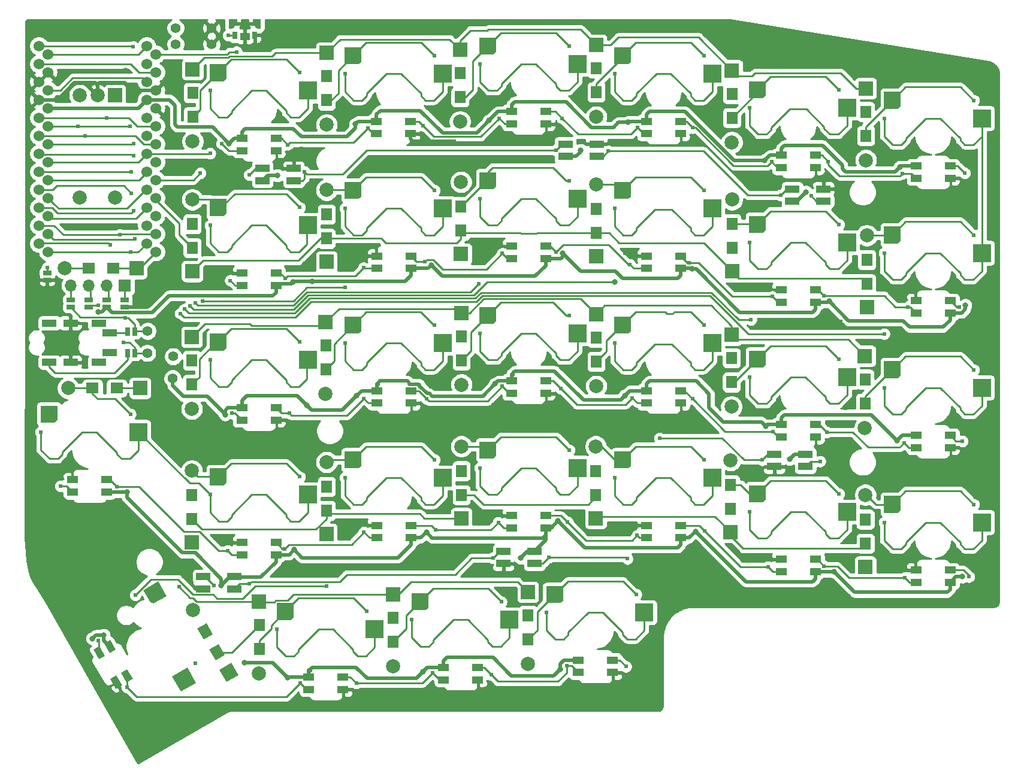
<source format=gtl>
G04 #@! TF.GenerationSoftware,KiCad,Pcbnew,(5.1.6)-1*
G04 #@! TF.CreationDate,2020-12-11T11:33:57+01:00*
G04 #@! TF.ProjectId,Lily58_HS_RGB,4c696c79-3538-45f4-9853-5f5247422e6b,0.9*
G04 #@! TF.SameCoordinates,Original*
G04 #@! TF.FileFunction,Copper,L1,Top*
G04 #@! TF.FilePolarity,Positive*
%FSLAX46Y46*%
G04 Gerber Fmt 4.6, Leading zero omitted, Abs format (unit mm)*
G04 Created by KiCad (PCBNEW (5.1.6)-1) date 2020-12-11 11:33:57*
%MOMM*%
%LPD*%
G01*
G04 APERTURE LIST*
G04 #@! TA.AperFunction,ComponentPad*
%ADD10R,2.100000X1.000000*%
G04 #@! TD*
G04 #@! TA.AperFunction,SMDPad,CuDef*
%ADD11R,1.143000X0.635000*%
G04 #@! TD*
G04 #@! TA.AperFunction,SMDPad,CuDef*
%ADD12R,0.635000X1.143000*%
G04 #@! TD*
G04 #@! TA.AperFunction,ComponentPad*
%ADD13C,1.397000*%
G04 #@! TD*
G04 #@! TA.AperFunction,ComponentPad*
%ADD14R,1.998980X1.998980*%
G04 #@! TD*
G04 #@! TA.AperFunction,ComponentPad*
%ADD15C,1.998980*%
G04 #@! TD*
G04 #@! TA.AperFunction,ComponentPad*
%ADD16R,1.800000X1.500000*%
G04 #@! TD*
G04 #@! TA.AperFunction,ComponentPad*
%ADD17R,1.500000X1.800000*%
G04 #@! TD*
G04 #@! TA.AperFunction,ComponentPad*
%ADD18C,0.100000*%
G04 #@! TD*
G04 #@! TA.AperFunction,SMDPad,CuDef*
%ADD19R,2.000000X1.000000*%
G04 #@! TD*
G04 #@! TA.AperFunction,SMDPad,CuDef*
%ADD20R,1.600000X1.000000*%
G04 #@! TD*
G04 #@! TA.AperFunction,SMDPad,CuDef*
%ADD21C,0.100000*%
G04 #@! TD*
G04 #@! TA.AperFunction,ComponentPad*
%ADD22C,1.524000*%
G04 #@! TD*
G04 #@! TA.AperFunction,ComponentPad*
%ADD23O,1.700000X1.700000*%
G04 #@! TD*
G04 #@! TA.AperFunction,ComponentPad*
%ADD24R,1.700000X1.700000*%
G04 #@! TD*
G04 #@! TA.AperFunction,SMDPad,CuDef*
%ADD25R,2.500000X2.500000*%
G04 #@! TD*
G04 #@! TA.AperFunction,Conductor*
%ADD26R,0.700000X1.100000*%
G04 #@! TD*
G04 #@! TA.AperFunction,Conductor*
%ADD27R,1.400000X1.100000*%
G04 #@! TD*
G04 #@! TA.AperFunction,ViaPad*
%ADD28C,0.800000*%
G04 #@! TD*
G04 #@! TA.AperFunction,ComponentPad*
%ADD29R,2.000000X2.000000*%
G04 #@! TD*
G04 #@! TA.AperFunction,ComponentPad*
%ADD30C,2.000000*%
G04 #@! TD*
G04 #@! TA.AperFunction,ViaPad*
%ADD31C,0.609600*%
G04 #@! TD*
G04 #@! TA.AperFunction,ViaPad*
%ADD32C,0.812800*%
G04 #@! TD*
G04 #@! TA.AperFunction,Conductor*
%ADD33C,0.250000*%
G04 #@! TD*
G04 #@! TA.AperFunction,Conductor*
%ADD34C,0.500000*%
G04 #@! TD*
G04 #@! TA.AperFunction,Conductor*
%ADD35C,0.254000*%
G04 #@! TD*
G04 APERTURE END LIST*
D10*
X93270500Y-84523000D03*
X91770500Y-80323000D03*
X87770500Y-80323000D03*
X84770500Y-80323000D03*
X87770500Y-85873000D03*
X84770500Y-85873000D03*
X93270500Y-81673000D03*
X91770500Y-85873000D03*
D11*
X84467700Y-74223880D03*
X84467700Y-73223120D03*
D12*
X96829880Y-81534000D03*
X95829120Y-81534000D03*
X95829120Y-84582000D03*
X96829880Y-84582000D03*
D11*
X87767900Y-78075880D03*
X87767900Y-77075120D03*
X90339332Y-78075880D03*
X90339332Y-77075120D03*
X92910766Y-78075880D03*
X92910766Y-77075120D03*
X95418700Y-78075880D03*
X95418700Y-77075120D03*
D13*
X98597449Y-84563949D03*
X102189551Y-88156051D03*
X98660949Y-81452449D03*
X102253051Y-85044551D03*
X102616000Y-40894000D03*
X107696000Y-40894000D03*
X107696000Y-38608000D03*
X102616000Y-38608000D03*
D14*
X97075000Y-72583040D03*
D15*
X86915000Y-72583040D03*
D16*
X93775000Y-72580500D03*
X90375000Y-72580500D03*
D14*
X152397460Y-118380500D03*
D15*
X152397460Y-128540500D03*
D17*
X152400000Y-121680500D03*
X152400000Y-125080500D03*
D14*
X133347460Y-118698000D03*
D15*
X133347460Y-128858000D03*
D17*
X133350000Y-121998000D03*
X133350000Y-125398000D03*
D14*
X114424460Y-119714000D03*
D15*
X114424460Y-129874000D03*
D17*
X114427000Y-123014000D03*
X114427000Y-126414000D03*
G04 #@! TA.AperFunction,ComponentPad*
D18*
G36*
X108769371Y-129375518D02*
G01*
X110500539Y-128376028D01*
X111500029Y-130107196D01*
X109768861Y-131106686D01*
X108769371Y-129375518D01*
G37*
G04 #@! TD.AperFunction*
D15*
X105054700Y-120942539D03*
G04 #@! TA.AperFunction,ComponentPad*
D18*
G36*
X109582019Y-127289166D02*
G01*
X108282981Y-128039166D01*
X107382981Y-126480320D01*
X108682019Y-125730320D01*
X109582019Y-127289166D01*
G37*
G04 #@! TD.AperFunction*
G04 #@! TA.AperFunction,ComponentPad*
G36*
X107882019Y-124344680D02*
G01*
X106582981Y-125094680D01*
X105682981Y-123535834D01*
X106982019Y-122785834D01*
X107882019Y-124344680D01*
G37*
G04 #@! TD.AperFunction*
D14*
X97583000Y-89532460D03*
D15*
X87423000Y-89532460D03*
D16*
X94283000Y-89535000D03*
X90883000Y-89535000D03*
D14*
X200091040Y-114791500D03*
D15*
X200091040Y-104631500D03*
D17*
X200088500Y-111491500D03*
X200088500Y-108091500D03*
D14*
X181041040Y-109902000D03*
D15*
X181041040Y-99742000D03*
D17*
X181038500Y-106602000D03*
X181038500Y-103202000D03*
D14*
X161991040Y-107933500D03*
D15*
X161991040Y-97773500D03*
D17*
X161988500Y-104633500D03*
X161988500Y-101233500D03*
D14*
X143004540Y-107933500D03*
D15*
X143004540Y-97773500D03*
D17*
X143002000Y-104633500D03*
X143002000Y-101233500D03*
D14*
X123954540Y-110156000D03*
D15*
X123954540Y-99996000D03*
D17*
X123952000Y-106856000D03*
X123952000Y-103456000D03*
D14*
X104904540Y-111362500D03*
D15*
X104904540Y-101202500D03*
D17*
X104902000Y-108062500D03*
X104902000Y-104662500D03*
D14*
X200022460Y-84979500D03*
D15*
X200022460Y-95139500D03*
D17*
X200025000Y-88279500D03*
X200025000Y-91679500D03*
D14*
X181162960Y-81995000D03*
D15*
X181162960Y-92155000D03*
D17*
X181165500Y-85295000D03*
X181165500Y-88695000D03*
D14*
X162049460Y-79074000D03*
D15*
X162049460Y-89234000D03*
D17*
X162052000Y-82374000D03*
X162052000Y-85774000D03*
D14*
X143002000Y-78883500D03*
D15*
X143002000Y-89043500D03*
D17*
X143004540Y-82183500D03*
X143004540Y-85583500D03*
D14*
X123822460Y-80217000D03*
D15*
X123822460Y-90377000D03*
D17*
X123825000Y-83517000D03*
X123825000Y-86917000D03*
D14*
X104899460Y-82312500D03*
D15*
X104899460Y-92472500D03*
D17*
X104902000Y-85612500D03*
X104902000Y-89012500D03*
D14*
X200281540Y-78088500D03*
D15*
X200281540Y-67928500D03*
D17*
X200279000Y-74788500D03*
X200279000Y-71388500D03*
D14*
X181231540Y-73008500D03*
D15*
X181231540Y-62848500D03*
D17*
X181229000Y-69708500D03*
X181229000Y-66308500D03*
D14*
X162054540Y-70913000D03*
D15*
X162054540Y-60753000D03*
D17*
X162052000Y-67613000D03*
X162052000Y-64213000D03*
D14*
X142941040Y-70532000D03*
D15*
X142941040Y-60372000D03*
D17*
X142938500Y-67232000D03*
X142938500Y-63832000D03*
D14*
X123954540Y-71675000D03*
D15*
X123954540Y-61515000D03*
D17*
X123952000Y-68375000D03*
X123952000Y-64975000D03*
D14*
X104968040Y-73008500D03*
D15*
X104968040Y-62848500D03*
D17*
X104965500Y-69708500D03*
X104965500Y-66308500D03*
D14*
X200149460Y-47133500D03*
D15*
X200149460Y-57293500D03*
D17*
X200152000Y-50433500D03*
X200152000Y-53833500D03*
D14*
X181226460Y-44593500D03*
D15*
X181226460Y-54753500D03*
D17*
X181229000Y-47893500D03*
X181229000Y-51293500D03*
D14*
X162049460Y-40974000D03*
D15*
X162049460Y-51134000D03*
D17*
X162052000Y-44274000D03*
X162052000Y-47674000D03*
D14*
X142808960Y-41672500D03*
D15*
X142808960Y-51832500D03*
D17*
X142811500Y-44972500D03*
X142811500Y-48372500D03*
D14*
X123949460Y-42117000D03*
D15*
X123949460Y-52277000D03*
D17*
X123952000Y-45417000D03*
X123952000Y-48817000D03*
D14*
X105026460Y-44466500D03*
D15*
X105026460Y-54626500D03*
D17*
X105029000Y-47766500D03*
X105029000Y-51166500D03*
D19*
X119294000Y-58434000D03*
X119294000Y-60184000D03*
X114894000Y-58434000D03*
X114894000Y-60184000D03*
X162093000Y-55005000D03*
X162093000Y-56755000D03*
X157693000Y-55005000D03*
X157693000Y-56755000D03*
X194160500Y-61355000D03*
X194160500Y-63105000D03*
X189760500Y-61355000D03*
X189760500Y-63105000D03*
X106534500Y-117919500D03*
X106534500Y-116169500D03*
X110934500Y-117919500D03*
X110934500Y-116169500D03*
X148930000Y-114349500D03*
X148930000Y-112599500D03*
X153330000Y-114349500D03*
X153330000Y-112599500D03*
X187220500Y-100633500D03*
X187220500Y-98883500D03*
X191620500Y-100633500D03*
X191620500Y-98883500D03*
D20*
X159550000Y-128005000D03*
X159550000Y-129755000D03*
X164350000Y-128005000D03*
X164350000Y-129755000D03*
X140497700Y-129033300D03*
X140497700Y-130783300D03*
X145297700Y-129033300D03*
X145297700Y-130783300D03*
X121450000Y-130405000D03*
X121450000Y-132155000D03*
X126250000Y-130405000D03*
X126250000Y-132155000D03*
G04 #@! TA.AperFunction,SMDPad,CuDef*
D21*
G36*
X94162376Y-126514358D02*
G01*
X93296350Y-127014358D01*
X92496350Y-125628718D01*
X93362376Y-125128718D01*
X94162376Y-126514358D01*
G37*
G04 #@! TD.AperFunction*
G04 #@! TA.AperFunction,SMDPad,CuDef*
G36*
X92646832Y-127389358D02*
G01*
X91780806Y-127889358D01*
X90980806Y-126503718D01*
X91846832Y-126003718D01*
X92646832Y-127389358D01*
G37*
G04 #@! TD.AperFunction*
G04 #@! TA.AperFunction,SMDPad,CuDef*
G36*
X96562376Y-130671280D02*
G01*
X95696350Y-131171280D01*
X94896350Y-129785640D01*
X95762376Y-129285640D01*
X96562376Y-130671280D01*
G37*
G04 #@! TD.AperFunction*
G04 #@! TA.AperFunction,SMDPad,CuDef*
G36*
X95046832Y-131546280D02*
G01*
X94180806Y-132046280D01*
X93380806Y-130660640D01*
X94246832Y-130160640D01*
X95046832Y-131546280D01*
G37*
G04 #@! TD.AperFunction*
D20*
X92874800Y-104240300D03*
X92874800Y-102490300D03*
X88074800Y-104240300D03*
X88074800Y-102490300D03*
X212050000Y-117005000D03*
X212050000Y-115255000D03*
X207250000Y-117005000D03*
X207250000Y-115255000D03*
X193000000Y-115505000D03*
X193000000Y-113755000D03*
X188200000Y-115505000D03*
X188200000Y-113755000D03*
X173950000Y-110705000D03*
X173950000Y-108955000D03*
X169150000Y-110705000D03*
X169150000Y-108955000D03*
X154900000Y-109315000D03*
X154900000Y-107565000D03*
X150100000Y-109315000D03*
X150100000Y-107565000D03*
X135850000Y-110705000D03*
X135850000Y-108955000D03*
X131050000Y-110705000D03*
X131050000Y-108955000D03*
X116800000Y-113105000D03*
X116800000Y-111355000D03*
X112000000Y-113105000D03*
X112000000Y-111355000D03*
X207250000Y-96205000D03*
X207250000Y-97955000D03*
X212050000Y-96205000D03*
X212050000Y-97955000D03*
X188200000Y-94705000D03*
X188200000Y-96455000D03*
X193000000Y-94705000D03*
X193000000Y-96455000D03*
X169150000Y-89905000D03*
X169150000Y-91655000D03*
X173950000Y-89905000D03*
X173950000Y-91655000D03*
X150100000Y-88515000D03*
X150100000Y-90265000D03*
X154900000Y-88515000D03*
X154900000Y-90265000D03*
X131050000Y-89905000D03*
X131050000Y-91655000D03*
X135850000Y-89905000D03*
X135850000Y-91655000D03*
X112000000Y-92305000D03*
X112000000Y-94055000D03*
X116800000Y-92305000D03*
X116800000Y-94055000D03*
X212050000Y-78905000D03*
X212050000Y-77155000D03*
X207250000Y-78905000D03*
X207250000Y-77155000D03*
X193000000Y-77405000D03*
X193000000Y-75655000D03*
X188200000Y-77405000D03*
X188200000Y-75655000D03*
X173950000Y-72605000D03*
X173950000Y-70855000D03*
X169150000Y-72605000D03*
X169150000Y-70855000D03*
X154900000Y-71215000D03*
X154900000Y-69465000D03*
X150100000Y-71215000D03*
X150100000Y-69465000D03*
X135850000Y-72605000D03*
X135850000Y-70855000D03*
X131050000Y-72605000D03*
X131050000Y-70855000D03*
X116800000Y-75005000D03*
X116800000Y-73255000D03*
X112000000Y-75005000D03*
X112000000Y-73255000D03*
X207250000Y-58105000D03*
X207250000Y-59855000D03*
X212050000Y-58105000D03*
X212050000Y-59855000D03*
X188200000Y-56605000D03*
X188200000Y-58355000D03*
X193000000Y-56605000D03*
X193000000Y-58355000D03*
X169150000Y-51805000D03*
X169150000Y-53555000D03*
X173950000Y-51805000D03*
X173950000Y-53555000D03*
X150100000Y-50415000D03*
X150100000Y-52165000D03*
X154900000Y-50415000D03*
X154900000Y-52165000D03*
X131000000Y-51805000D03*
X131000000Y-53555000D03*
X135800000Y-51805000D03*
X135800000Y-53555000D03*
X112000000Y-54205000D03*
X112000000Y-55955000D03*
X116800000Y-54205000D03*
X116800000Y-55955000D03*
D22*
X84584815Y-47405745D03*
X99824815Y-65185745D03*
X84584815Y-57565745D03*
X99824815Y-55025745D03*
X99824815Y-49945745D03*
X84584815Y-67725745D03*
X99824815Y-47405745D03*
X99824815Y-42325745D03*
X84584815Y-62645745D03*
X99824815Y-70265745D03*
X84584815Y-55025745D03*
X84584815Y-44865745D03*
X84584815Y-49945745D03*
X84584815Y-52485745D03*
X84584815Y-65185745D03*
X84584815Y-60105745D03*
X99824815Y-62645745D03*
X99824815Y-60105745D03*
X84584815Y-70265745D03*
X99824815Y-67725745D03*
X99824815Y-44865745D03*
X84584815Y-42325745D03*
X99824815Y-57565745D03*
X99824815Y-52485745D03*
X83286000Y-41130000D03*
X83286000Y-43670000D03*
X83286000Y-46210000D03*
X83286000Y-48750000D03*
X83286000Y-51290000D03*
X83286000Y-53830000D03*
X83286000Y-56370000D03*
X83286000Y-58910000D03*
X83286000Y-61450000D03*
X83286000Y-63990000D03*
X83286000Y-66530000D03*
X83286000Y-69070000D03*
X98526000Y-69070000D03*
X98526000Y-66530000D03*
X98526000Y-63990000D03*
X98526000Y-61450000D03*
X98526000Y-58910000D03*
X98526000Y-56370000D03*
X98526000Y-53830000D03*
X98526000Y-51290000D03*
X98526000Y-48750000D03*
X98526000Y-46210000D03*
X98526000Y-43670000D03*
X98526000Y-41130000D03*
D23*
X87820500Y-74993500D03*
X90360500Y-74993500D03*
X92900500Y-74993500D03*
D24*
X95440500Y-74993500D03*
G04 #@! TA.AperFunction,SMDPad,CuDef*
D21*
G36*
X100134639Y-116888624D02*
G01*
X101334639Y-118967084D01*
X99515986Y-120017084D01*
X99031179Y-119777373D01*
X98056179Y-118088624D01*
X100134639Y-116888624D01*
G37*
G04 #@! TD.AperFunction*
G04 #@! TA.AperFunction,SMDPad,CuDef*
G36*
X105528237Y-131210607D02*
G01*
X103363173Y-132460607D01*
X102113173Y-130295543D01*
X104278237Y-129045543D01*
X105528237Y-131210607D01*
G37*
G04 #@! TD.AperFunction*
G04 #@! TA.AperFunction,SMDPad,CuDef*
G36*
X155000000Y-117520000D02*
G01*
X157400000Y-117520000D01*
X157400000Y-119620000D01*
X156950000Y-119920000D01*
X155000000Y-119920000D01*
X155000000Y-117520000D01*
G37*
G04 #@! TD.AperFunction*
D25*
X168850000Y-121259999D03*
G04 #@! TA.AperFunction,SMDPad,CuDef*
D21*
G36*
X135947700Y-118548300D02*
G01*
X138347700Y-118548300D01*
X138347700Y-120648300D01*
X137897700Y-120948300D01*
X135947700Y-120948300D01*
X135947700Y-118548300D01*
G37*
G04 #@! TD.AperFunction*
D25*
X149797700Y-122288299D03*
G04 #@! TA.AperFunction,SMDPad,CuDef*
D21*
G36*
X116900000Y-119920000D02*
G01*
X119300000Y-119920000D01*
X119300000Y-122020000D01*
X118850000Y-122320000D01*
X116900000Y-122320000D01*
X116900000Y-119920000D01*
G37*
G04 #@! TD.AperFunction*
D25*
X130750000Y-123659999D03*
G04 #@! TA.AperFunction,SMDPad,CuDef*
D21*
G36*
X83524800Y-92005300D02*
G01*
X85924800Y-92005300D01*
X85924800Y-94105300D01*
X85474800Y-94405300D01*
X83524800Y-94405300D01*
X83524800Y-92005300D01*
G37*
G04 #@! TD.AperFunction*
D25*
X97374800Y-95745299D03*
G04 #@! TA.AperFunction,SMDPad,CuDef*
D21*
G36*
X202700000Y-104770000D02*
G01*
X205100000Y-104770000D01*
X205100000Y-106870000D01*
X204650000Y-107170000D01*
X202700000Y-107170000D01*
X202700000Y-104770000D01*
G37*
G04 #@! TD.AperFunction*
D25*
X216550000Y-108509999D03*
G04 #@! TA.AperFunction,SMDPad,CuDef*
D21*
G36*
X183650000Y-103270000D02*
G01*
X186050000Y-103270000D01*
X186050000Y-105370000D01*
X185600000Y-105670000D01*
X183650000Y-105670000D01*
X183650000Y-103270000D01*
G37*
G04 #@! TD.AperFunction*
D25*
X197500000Y-107009999D03*
G04 #@! TA.AperFunction,SMDPad,CuDef*
D21*
G36*
X164600000Y-98470000D02*
G01*
X167000000Y-98470000D01*
X167000000Y-100570000D01*
X166550000Y-100870000D01*
X164600000Y-100870000D01*
X164600000Y-98470000D01*
G37*
G04 #@! TD.AperFunction*
D25*
X178450000Y-102209999D03*
G04 #@! TA.AperFunction,SMDPad,CuDef*
D21*
G36*
X145550000Y-97080000D02*
G01*
X147950000Y-97080000D01*
X147950000Y-99180000D01*
X147500000Y-99480000D01*
X145550000Y-99480000D01*
X145550000Y-97080000D01*
G37*
G04 #@! TD.AperFunction*
D25*
X159400000Y-100819999D03*
G04 #@! TA.AperFunction,SMDPad,CuDef*
D21*
G36*
X126500000Y-98470000D02*
G01*
X128900000Y-98470000D01*
X128900000Y-100570000D01*
X128450000Y-100870000D01*
X126500000Y-100870000D01*
X126500000Y-98470000D01*
G37*
G04 #@! TD.AperFunction*
D25*
X140350000Y-102209999D03*
G04 #@! TA.AperFunction,SMDPad,CuDef*
D21*
G36*
X107450000Y-100870000D02*
G01*
X109850000Y-100870000D01*
X109850000Y-102970000D01*
X109400000Y-103270000D01*
X107450000Y-103270000D01*
X107450000Y-100870000D01*
G37*
G04 #@! TD.AperFunction*
D25*
X121300000Y-104609999D03*
G04 #@! TA.AperFunction,SMDPad,CuDef*
D21*
G36*
X202700000Y-85720000D02*
G01*
X205100000Y-85720000D01*
X205100000Y-87820000D01*
X204650000Y-88120000D01*
X202700000Y-88120000D01*
X202700000Y-85720000D01*
G37*
G04 #@! TD.AperFunction*
D25*
X216550000Y-89459999D03*
G04 #@! TA.AperFunction,SMDPad,CuDef*
D21*
G36*
X183650000Y-84220000D02*
G01*
X186050000Y-84220000D01*
X186050000Y-86320000D01*
X185600000Y-86620000D01*
X183650000Y-86620000D01*
X183650000Y-84220000D01*
G37*
G04 #@! TD.AperFunction*
D25*
X197500000Y-87959999D03*
G04 #@! TA.AperFunction,SMDPad,CuDef*
D21*
G36*
X164600000Y-79420000D02*
G01*
X167000000Y-79420000D01*
X167000000Y-81520000D01*
X166550000Y-81820000D01*
X164600000Y-81820000D01*
X164600000Y-79420000D01*
G37*
G04 #@! TD.AperFunction*
D25*
X178450000Y-83159999D03*
G04 #@! TA.AperFunction,SMDPad,CuDef*
D21*
G36*
X145550000Y-78030000D02*
G01*
X147950000Y-78030000D01*
X147950000Y-80130000D01*
X147500000Y-80430000D01*
X145550000Y-80430000D01*
X145550000Y-78030000D01*
G37*
G04 #@! TD.AperFunction*
D25*
X159400000Y-81769999D03*
G04 #@! TA.AperFunction,SMDPad,CuDef*
D21*
G36*
X126500000Y-79420000D02*
G01*
X128900000Y-79420000D01*
X128900000Y-81520000D01*
X128450000Y-81820000D01*
X126500000Y-81820000D01*
X126500000Y-79420000D01*
G37*
G04 #@! TD.AperFunction*
D25*
X140350000Y-83159999D03*
G04 #@! TA.AperFunction,SMDPad,CuDef*
D21*
G36*
X107450000Y-81820000D02*
G01*
X109850000Y-81820000D01*
X109850000Y-83920000D01*
X109400000Y-84220000D01*
X107450000Y-84220000D01*
X107450000Y-81820000D01*
G37*
G04 #@! TD.AperFunction*
D25*
X121300000Y-85559999D03*
G04 #@! TA.AperFunction,SMDPad,CuDef*
D21*
G36*
X202700000Y-66670000D02*
G01*
X205100000Y-66670000D01*
X205100000Y-68770000D01*
X204650000Y-69070000D01*
X202700000Y-69070000D01*
X202700000Y-66670000D01*
G37*
G04 #@! TD.AperFunction*
D25*
X216550000Y-70409999D03*
G04 #@! TA.AperFunction,SMDPad,CuDef*
D21*
G36*
X183650000Y-65170000D02*
G01*
X186050000Y-65170000D01*
X186050000Y-67270000D01*
X185600000Y-67570000D01*
X183650000Y-67570000D01*
X183650000Y-65170000D01*
G37*
G04 #@! TD.AperFunction*
D25*
X197500000Y-68909999D03*
G04 #@! TA.AperFunction,SMDPad,CuDef*
D21*
G36*
X164600000Y-60370000D02*
G01*
X167000000Y-60370000D01*
X167000000Y-62470000D01*
X166550000Y-62770000D01*
X164600000Y-62770000D01*
X164600000Y-60370000D01*
G37*
G04 #@! TD.AperFunction*
D25*
X178450000Y-64109999D03*
G04 #@! TA.AperFunction,SMDPad,CuDef*
D21*
G36*
X145550000Y-58980000D02*
G01*
X147950000Y-58980000D01*
X147950000Y-61080000D01*
X147500000Y-61380000D01*
X145550000Y-61380000D01*
X145550000Y-58980000D01*
G37*
G04 #@! TD.AperFunction*
D25*
X159400000Y-62719999D03*
G04 #@! TA.AperFunction,SMDPad,CuDef*
D21*
G36*
X126500000Y-60370000D02*
G01*
X128900000Y-60370000D01*
X128900000Y-62470000D01*
X128450000Y-62770000D01*
X126500000Y-62770000D01*
X126500000Y-60370000D01*
G37*
G04 #@! TD.AperFunction*
D25*
X140350000Y-64109999D03*
G04 #@! TA.AperFunction,SMDPad,CuDef*
D21*
G36*
X107450000Y-62770000D02*
G01*
X109850000Y-62770000D01*
X109850000Y-64870000D01*
X109400000Y-65170000D01*
X107450000Y-65170000D01*
X107450000Y-62770000D01*
G37*
G04 #@! TD.AperFunction*
D25*
X121300000Y-66509999D03*
G04 #@! TA.AperFunction,SMDPad,CuDef*
D21*
G36*
X202700000Y-47620000D02*
G01*
X205100000Y-47620000D01*
X205100000Y-49720000D01*
X204650000Y-50020000D01*
X202700000Y-50020000D01*
X202700000Y-47620000D01*
G37*
G04 #@! TD.AperFunction*
D25*
X216550000Y-51359999D03*
G04 #@! TA.AperFunction,SMDPad,CuDef*
D21*
G36*
X183650000Y-46120000D02*
G01*
X186050000Y-46120000D01*
X186050000Y-48220000D01*
X185600000Y-48520000D01*
X183650000Y-48520000D01*
X183650000Y-46120000D01*
G37*
G04 #@! TD.AperFunction*
D25*
X197500000Y-49859999D03*
G04 #@! TA.AperFunction,SMDPad,CuDef*
D21*
G36*
X164600000Y-41320000D02*
G01*
X167000000Y-41320000D01*
X167000000Y-43420000D01*
X166550000Y-43720000D01*
X164600000Y-43720000D01*
X164600000Y-41320000D01*
G37*
G04 #@! TD.AperFunction*
D25*
X178450000Y-45059999D03*
G04 #@! TA.AperFunction,SMDPad,CuDef*
D21*
G36*
X145550000Y-39930000D02*
G01*
X147950000Y-39930000D01*
X147950000Y-42030000D01*
X147500000Y-42330000D01*
X145550000Y-42330000D01*
X145550000Y-39930000D01*
G37*
G04 #@! TD.AperFunction*
D25*
X159400000Y-43669999D03*
G04 #@! TA.AperFunction,SMDPad,CuDef*
D21*
G36*
X126500000Y-41320000D02*
G01*
X128900000Y-41320000D01*
X128900000Y-43420000D01*
X128450000Y-43720000D01*
X126500000Y-43720000D01*
X126500000Y-41320000D01*
G37*
G04 #@! TD.AperFunction*
D25*
X140350000Y-45059999D03*
G04 #@! TA.AperFunction,SMDPad,CuDef*
D21*
G36*
X107450000Y-43720000D02*
G01*
X109850000Y-43720000D01*
X109850000Y-45820000D01*
X109400000Y-46120000D01*
X107450000Y-46120000D01*
X107450000Y-43720000D01*
G37*
G04 #@! TD.AperFunction*
D25*
X121300000Y-47459999D03*
D26*
X113795000Y-39627000D03*
X110995000Y-39627000D03*
D27*
X112395000Y-39777000D03*
D28*
X114245000Y-38277000D03*
G04 #@! TA.AperFunction,SMDPad,CuDef*
D21*
G36*
X114645000Y-37327001D02*
G01*
X114645000Y-38677000D01*
X114244996Y-38676996D01*
X114213613Y-38675763D01*
X114182423Y-38672072D01*
X114151618Y-38665945D01*
X114121390Y-38657420D01*
X114091923Y-38646550D01*
X114063401Y-38633401D01*
X114035997Y-38618054D01*
X114009883Y-38600605D01*
X113985218Y-38581161D01*
X113962154Y-38559842D01*
X113940835Y-38536778D01*
X113921391Y-38512113D01*
X113903942Y-38485999D01*
X113888595Y-38458595D01*
X113875446Y-38430073D01*
X113864576Y-38400606D01*
X113856051Y-38370378D01*
X113849924Y-38339573D01*
X113846233Y-38308383D01*
X113845000Y-38277000D01*
X113845000Y-37977002D01*
X113495000Y-37977002D01*
X113495000Y-37327001D01*
X114645000Y-37327001D01*
G37*
G04 #@! TD.AperFunction*
G04 #@! TA.AperFunction,SMDPad,CuDef*
G36*
X111295000Y-37327001D02*
G01*
X111295000Y-37977002D01*
X110945000Y-37977002D01*
X110945000Y-38277000D01*
X110943767Y-38308384D01*
X110940076Y-38339574D01*
X110933949Y-38370378D01*
X110925424Y-38400606D01*
X110914553Y-38430073D01*
X110901405Y-38458596D01*
X110886058Y-38485999D01*
X110868609Y-38512113D01*
X110849165Y-38536778D01*
X110827845Y-38559842D01*
X110804782Y-38581161D01*
X110780117Y-38600606D01*
X110754002Y-38618055D01*
X110726599Y-38633401D01*
X110698076Y-38646550D01*
X110668609Y-38657420D01*
X110638381Y-38665945D01*
X110607577Y-38672072D01*
X110576387Y-38675763D01*
X110545003Y-38676996D01*
X110145000Y-38677000D01*
X110145000Y-37327001D01*
X111295000Y-37327001D01*
G37*
G04 #@! TD.AperFunction*
D28*
X110545000Y-38277000D03*
D29*
X94067000Y-48094000D03*
D30*
X91567000Y-48094000D03*
X89067000Y-48094000D03*
X94067000Y-62594000D03*
X89067000Y-62594000D03*
D31*
X108650000Y-44920000D03*
X120150000Y-44920000D03*
X103079957Y-117623143D03*
X93345002Y-69278500D03*
X139200000Y-42520000D03*
X127700000Y-42520000D03*
X158250000Y-41130000D03*
X146750000Y-41130000D03*
X106108500Y-59118500D03*
X96374995Y-58909995D03*
X177300000Y-42520000D03*
X165800000Y-42520000D03*
X96358655Y-61946845D03*
X196350000Y-47320000D03*
D32*
X184850000Y-47320000D03*
D31*
X96647000Y-64452500D03*
X215400000Y-48820000D03*
X203900000Y-48820000D03*
X94742000Y-67818000D03*
X120150000Y-63970000D03*
X108650000Y-63970000D03*
X139200000Y-61570000D03*
X127680000Y-61550000D03*
X158250000Y-60180000D03*
X146750000Y-60180000D03*
X177300000Y-61570000D03*
X165800000Y-61570000D03*
X196350000Y-66370000D03*
X184850000Y-66370000D03*
X215400000Y-67870000D03*
X203900000Y-67870000D03*
X120150000Y-83020000D03*
D32*
X108650000Y-83020000D03*
D31*
X139200000Y-80620000D03*
X127750250Y-80569750D03*
X158250000Y-79230000D03*
X146803750Y-79176250D03*
X177300000Y-80620000D03*
X165696500Y-80620000D03*
X196350000Y-85420000D03*
X184850000Y-85420000D03*
X215400000Y-86920000D03*
X203900000Y-86920000D03*
X120150000Y-102070000D03*
D32*
X108662000Y-102058000D03*
D31*
X139200000Y-99670000D03*
X127700000Y-99670000D03*
X158250000Y-98280000D03*
X146750000Y-98280000D03*
X177300000Y-99670000D03*
X165800000Y-99670000D03*
X196350000Y-104470000D03*
X184850000Y-104470000D03*
X215400000Y-105970000D03*
X203900000Y-105970000D03*
X96224800Y-93205300D03*
X84724800Y-93205300D03*
X105445409Y-128487146D03*
X99695409Y-118527854D03*
X129600000Y-121120000D03*
X118100000Y-121120000D03*
X148647700Y-119748300D03*
X137179250Y-119716750D03*
D32*
X166497000Y-51943000D03*
X128016000Y-52197000D03*
X204941161Y-58279006D03*
X109601000Y-93281500D03*
X128206500Y-90614500D03*
X147765465Y-88946659D03*
X166138565Y-90573565D03*
X185991500Y-94910227D03*
X214215035Y-77790005D03*
X194945000Y-77231339D03*
X175629308Y-72684328D03*
X157313980Y-70415390D03*
X119238080Y-74491654D03*
X213804500Y-116205000D03*
X195640264Y-115475910D03*
X176085500Y-109791500D03*
X156654500Y-108331000D03*
X138048440Y-109900690D03*
X110190870Y-54927500D03*
X137541000Y-129667000D03*
X156971952Y-129278837D03*
X118440200Y-130480296D03*
X146875500Y-51689000D03*
X90849134Y-124938261D03*
X95758000Y-104216900D03*
X92456000Y-124460008D03*
X185864492Y-57340500D03*
X204533500Y-96964500D03*
X112331500Y-128397000D03*
X191706500Y-61785500D03*
X159829511Y-55879989D03*
X117030500Y-59436000D03*
X151384000Y-113538000D03*
X189357000Y-99568000D03*
X138747500Y-72136000D03*
X121918321Y-74423679D03*
X121158000Y-91948000D03*
X119380000Y-112395000D03*
X109074054Y-117450227D03*
X91730913Y-78766599D03*
X159385000Y-48831500D03*
D31*
X204851000Y-113919000D03*
X205295500Y-76263500D03*
X205867000Y-62738000D03*
X148526500Y-54229000D03*
X170192700Y-114173000D03*
X117538500Y-51625500D03*
X141986000Y-54610000D03*
X182118000Y-113030000D03*
X194564000Y-98488500D03*
X120078500Y-115760500D03*
X108204000Y-110744000D03*
X185610500Y-59690000D03*
X166116000Y-70421500D03*
X185166000Y-74993500D03*
X195135500Y-94424500D03*
X119761000Y-96647000D03*
X142074900Y-112979200D03*
X128409700Y-70180200D03*
X185242200Y-63931800D03*
X185724800Y-80327500D03*
X160413700Y-132003800D03*
X159194500Y-87757000D03*
X178752500Y-87820500D03*
X196596000Y-80137000D03*
X196977000Y-55308500D03*
X179235100Y-51219100D03*
X141160500Y-49974500D03*
X197231000Y-92392500D03*
X215455500Y-76200000D03*
X129413000Y-50101500D03*
D32*
X196088000Y-42672000D03*
X216662000Y-82550000D03*
X214820500Y-56832500D03*
X218122500Y-57531000D03*
D31*
X128587500Y-58293000D03*
X90106500Y-106934000D03*
X120396000Y-55626000D03*
X205422500Y-100647500D03*
X139827000Y-88011000D03*
X147193000Y-69532500D03*
X154305000Y-54610000D03*
X184848500Y-101600000D03*
X147002500Y-107442000D03*
X127762000Y-108585000D03*
X165036500Y-125920500D03*
D32*
X104457500Y-114744500D03*
D31*
X85979000Y-76263500D03*
X120332500Y-72453500D03*
X130111500Y-94107000D03*
X165735000Y-109347000D03*
X156654500Y-114744500D03*
X145351500Y-115379500D03*
X101981000Y-95948500D03*
X108585000Y-74231500D03*
X108712000Y-98298000D03*
X103314500Y-58864500D03*
X109347000Y-60071000D03*
X91567000Y-44640500D03*
D32*
X95567500Y-44640500D03*
D31*
X91503500Y-66484500D03*
X89217500Y-66484500D03*
D32*
X83058000Y-76136500D03*
X98361500Y-86931500D03*
X98552000Y-76136500D03*
D31*
X202750000Y-51360000D03*
X202750000Y-89460000D03*
X202750000Y-70410000D03*
X202750000Y-108510000D03*
X216550000Y-51359999D03*
X216550000Y-70409999D03*
X216550000Y-89459999D03*
X216550000Y-108509999D03*
X202750000Y-81857000D03*
X103292512Y-78973176D03*
X96266000Y-70294821D03*
X183700000Y-49860000D03*
X183700000Y-68910000D03*
X183700000Y-87960000D03*
X183700000Y-107010000D03*
X197500000Y-68909999D03*
X197500000Y-87959999D03*
X197500000Y-107009999D03*
X155050000Y-121260000D03*
X168850000Y-121259999D03*
X197500000Y-49859999D03*
X183928593Y-79850407D03*
X103886000Y-78359000D03*
X96839049Y-68384310D03*
X164650000Y-45060000D03*
X164650000Y-64110000D03*
X164650000Y-83160000D03*
X164650000Y-102210000D03*
X178450000Y-45059999D03*
X178450000Y-64109999D03*
X178450000Y-83159999D03*
X178450000Y-102347000D03*
X135997700Y-122288300D03*
X149797700Y-122288299D03*
D32*
X164650000Y-74491000D03*
D31*
X104653683Y-77901698D03*
X145600000Y-43670000D03*
X145600000Y-62720000D03*
X145600000Y-100820000D03*
X145600000Y-81770000D03*
X159400000Y-43669999D03*
X159400000Y-62719999D03*
X159400000Y-81769999D03*
X159400000Y-100819999D03*
X116950000Y-123660000D03*
X130750000Y-123659999D03*
X145491055Y-74744593D03*
X105409157Y-77470843D03*
X126550000Y-45060000D03*
X126550000Y-64110000D03*
X126550000Y-102210000D03*
X126550000Y-83160000D03*
X140350000Y-45059999D03*
X140350000Y-64109999D03*
X140350000Y-83159999D03*
X140350000Y-102209999D03*
X103820705Y-130753075D03*
X123966841Y-117533310D03*
X96920705Y-118801925D03*
X126550000Y-75299657D03*
X106406109Y-77205300D03*
X107500000Y-47460000D03*
X107500000Y-66510000D03*
X107500000Y-104610000D03*
X107500000Y-85560000D03*
X121300000Y-47459999D03*
X121300000Y-104609999D03*
X83574800Y-95745300D03*
X97374800Y-95745299D03*
X121163511Y-85559999D03*
X107500000Y-56324500D03*
X121163511Y-66456545D03*
X95504000Y-79598209D03*
X92918500Y-51290000D03*
X96601947Y-41229947D03*
X109139953Y-54944047D03*
X111217106Y-41961186D03*
X91694045Y-77855776D03*
X95250000Y-83058000D03*
X89834500Y-53830000D03*
X110045500Y-39624000D03*
X167700000Y-118720000D03*
X156256000Y-118664000D03*
X129767645Y-52794415D03*
X118459250Y-55086250D03*
X148347430Y-51360819D03*
X137604500Y-52451000D03*
X167886810Y-52709768D03*
X157226000Y-51371500D03*
X175704500Y-52705000D03*
X186820602Y-57523717D03*
X205295500Y-59182000D03*
X194818000Y-57467500D03*
X214122000Y-59118500D03*
X213360000Y-78105000D03*
X110553500Y-93091000D03*
X110352611Y-74307184D03*
X129159000Y-72517000D03*
X118127332Y-73975672D03*
X148780500Y-70485000D03*
X137850803Y-71667359D03*
X156400500Y-70294500D03*
X166814500Y-72072500D03*
X186944000Y-76581000D03*
X175138709Y-71782927D03*
X194206346Y-76454513D03*
X206112053Y-78029997D03*
X118681500Y-93091000D03*
X129222500Y-90995500D03*
X138112500Y-91059000D03*
X148780500Y-89281000D03*
X157035500Y-89598500D03*
X167132000Y-90932000D03*
X175641000Y-91059000D03*
X187004237Y-95641637D03*
X194627500Y-95758000D03*
X205549500Y-97282000D03*
X213804500Y-97028000D03*
X214715710Y-116206531D03*
X129222500Y-109918500D03*
X117981459Y-112274357D03*
X94322912Y-103485490D03*
X109982000Y-112522004D03*
X139382500Y-109601000D03*
X148209000Y-108521500D03*
X157988000Y-108458000D03*
X167845184Y-110363000D03*
X177355500Y-109728000D03*
X186309000Y-114808000D03*
X194246500Y-114744500D03*
X205676500Y-116332000D03*
X86360000Y-103378000D03*
X91703364Y-125255433D03*
X120249044Y-131211706D03*
X95758000Y-131826000D03*
X128143000Y-131254500D03*
X138938000Y-129788110D03*
X157861000Y-128778000D03*
X147193000Y-130048000D03*
X166243000Y-128905000D03*
X193675000Y-99885500D03*
X88807745Y-52485745D03*
X96173745Y-52485729D03*
X96710500Y-54991000D03*
X96647000Y-56642000D03*
X84467688Y-72504300D03*
X185483500Y-99695000D03*
X171005500Y-96583500D03*
X155384500Y-113474500D03*
X166433500Y-113665000D03*
X147447000Y-113538000D03*
X113030000Y-117221000D03*
X113030000Y-59372500D03*
X108045250Y-117443250D03*
X192411739Y-62362514D03*
X163775486Y-56003949D03*
X188087002Y-62230000D03*
X156355047Y-55879993D03*
X120840500Y-58928000D03*
D33*
X108650000Y-44920000D02*
X108623000Y-44920000D01*
X106104001Y-50091499D02*
X105029000Y-51166500D01*
X106104001Y-47438999D02*
X106104001Y-50091499D01*
X108623000Y-44920000D02*
X106104001Y-47438999D01*
X118270999Y-43040999D02*
X120150000Y-44920000D01*
X110529001Y-43040999D02*
X118270999Y-43040999D01*
X108650000Y-44920000D02*
X110529001Y-43040999D01*
X116574990Y-119785374D02*
X114495834Y-119785374D01*
X116765374Y-119594990D02*
X116574990Y-119785374D01*
X150920460Y-116903500D02*
X135890000Y-116903500D01*
X135890000Y-116903500D02*
X134095500Y-118698000D01*
X119328476Y-118698000D02*
X118431486Y-119594990D01*
X118431486Y-119594990D02*
X116765374Y-119594990D01*
X152397460Y-118380500D02*
X150920460Y-116903500D01*
X114495834Y-119785374D02*
X114424460Y-119714000D01*
X134095500Y-118698000D02*
X119328476Y-118698000D01*
X110556257Y-126884743D02*
X114427000Y-123014000D01*
X108482500Y-126884743D02*
X110556257Y-126884743D01*
X97580460Y-89535000D02*
X97583000Y-89532460D01*
X94283000Y-89535000D02*
X97580460Y-89535000D01*
X114424460Y-119714000D02*
X105552090Y-119714000D01*
X105552090Y-119714000D02*
X105032602Y-119194512D01*
X104651326Y-119194512D02*
X103079957Y-117623143D01*
X105032602Y-119194512D02*
X104651326Y-119194512D01*
X97507520Y-72583040D02*
X99824815Y-70265745D01*
X97075000Y-72583040D02*
X97507520Y-72583040D01*
X93777540Y-72583040D02*
X93775000Y-72580500D01*
X97075000Y-72583040D02*
X93777540Y-72583040D01*
X93091002Y-69024500D02*
X93345002Y-69278500D01*
X83286000Y-69070000D02*
X83331500Y-69024500D01*
X83331500Y-69024500D02*
X93091002Y-69024500D01*
X123952000Y-48817000D02*
X124601500Y-48817000D01*
X124601500Y-48817000D02*
X125603000Y-47815500D01*
X125603000Y-47815500D02*
X125603000Y-44617000D01*
X125603000Y-44617000D02*
X127700000Y-42520000D01*
X137320999Y-40640999D02*
X139200000Y-42520000D01*
X127700000Y-42520000D02*
X129579001Y-40640999D01*
X132850199Y-40651020D02*
X134103801Y-40651020D01*
X134113822Y-40640999D02*
X137320999Y-40640999D01*
X132840178Y-40640999D02*
X132850199Y-40651020D01*
X134103801Y-40651020D02*
X134113822Y-40640999D01*
X129579001Y-40640999D02*
X132840178Y-40640999D01*
X142811500Y-48372500D02*
X143588000Y-48372500D01*
X143588000Y-48372500D02*
X144589500Y-47371000D01*
X144589500Y-47371000D02*
X144589500Y-43290500D01*
X144589500Y-43290500D02*
X146750000Y-41130000D01*
X148629001Y-39250999D02*
X156370999Y-39250999D01*
X156370999Y-39250999D02*
X158250000Y-41130000D01*
X146750000Y-41130000D02*
X148629001Y-39250999D01*
X182030261Y-45397301D02*
X181226460Y-44593500D01*
X184071305Y-45397301D02*
X182030261Y-45397301D01*
X196628988Y-44990988D02*
X184477618Y-44990988D01*
X198818500Y-47180500D02*
X196628988Y-44990988D01*
X199961500Y-47180500D02*
X198818500Y-47180500D01*
X184477618Y-44990988D02*
X184071305Y-45397301D01*
X125875472Y-40190988D02*
X123949460Y-42117000D01*
X142808960Y-41672500D02*
X141327448Y-40190988D01*
X133036599Y-40201009D02*
X133026578Y-40190988D01*
X133927422Y-40190988D02*
X133917401Y-40201009D01*
X141327448Y-40190988D02*
X133927422Y-40190988D01*
X133917401Y-40201009D02*
X133036599Y-40201009D01*
X133026578Y-40190988D02*
X125875472Y-40190988D01*
X181226460Y-44593500D02*
X176510960Y-39878000D01*
X176510960Y-39878000D02*
X165206606Y-39878000D01*
X165206606Y-39878000D02*
X164110606Y-40974000D01*
X164110606Y-40974000D02*
X162049460Y-40974000D01*
X159876448Y-38800988D02*
X146810922Y-38800988D01*
X162049460Y-40974000D02*
X159876448Y-38800988D01*
X142808960Y-40423010D02*
X142808960Y-41672500D01*
X146810922Y-38800988D02*
X146680901Y-38931009D01*
X144300961Y-38931009D02*
X142808960Y-40423010D01*
X146680901Y-38931009D02*
X144300961Y-38931009D01*
X105121255Y-60105745D02*
X106108500Y-59118500D01*
X99824815Y-60105745D02*
X105121255Y-60105745D01*
X116260612Y-42590988D02*
X110254923Y-42590988D01*
X110070155Y-42775756D02*
X106717204Y-42775756D01*
X110254923Y-42590988D02*
X110070155Y-42775756D01*
X116734600Y-42117000D02*
X116260612Y-42590988D01*
X123949460Y-42117000D02*
X116734600Y-42117000D01*
X106717204Y-42775756D02*
X105026460Y-44466500D01*
X96374990Y-58910000D02*
X96374995Y-58909995D01*
X83286000Y-58910000D02*
X96374990Y-58910000D01*
X175420999Y-40640999D02*
X177300000Y-42520000D01*
X167679001Y-40640999D02*
X175420999Y-40640999D01*
X165800000Y-42520000D02*
X165882000Y-42438000D01*
X165882000Y-42438000D02*
X167679001Y-40640999D01*
X165800000Y-42776000D02*
X165800000Y-42520000D01*
X162052000Y-46524000D02*
X165800000Y-42776000D01*
X162052000Y-47674000D02*
X162052000Y-46524000D01*
X182187840Y-73964800D02*
X200063100Y-73964800D01*
X181216300Y-72993260D02*
X182187840Y-73964800D01*
X162052000Y-67613000D02*
X163879000Y-67613000D01*
X163879000Y-67613000D02*
X165288901Y-69022901D01*
X165288901Y-69022901D02*
X177303101Y-69022901D01*
X177303101Y-69022901D02*
X181216300Y-72936100D01*
X181216300Y-72936100D02*
X181216300Y-72993260D01*
X153638993Y-67632901D02*
X153658894Y-67613000D01*
X151341106Y-67613000D02*
X151361007Y-67632901D01*
X143319500Y-67613000D02*
X151341106Y-67613000D01*
X153658894Y-67613000D02*
X162052000Y-67613000D01*
X142938500Y-67232000D02*
X143319500Y-67613000D01*
X151361007Y-67632901D02*
X153638993Y-67632901D01*
X142938500Y-68382000D02*
X142938500Y-67232000D01*
X142297599Y-69022901D02*
X142938500Y-68382000D01*
X132311007Y-69022901D02*
X142297599Y-69022901D01*
X131663106Y-68375000D02*
X132311007Y-69022901D01*
X119951500Y-71501000D02*
X123077500Y-68375000D01*
X123077500Y-68375000D02*
X131663106Y-68375000D01*
X106475540Y-71501000D02*
X119951500Y-71501000D01*
X104968040Y-73008500D02*
X106475540Y-71501000D01*
X99824815Y-62931315D02*
X99824815Y-62645745D01*
X103124000Y-66230500D02*
X99824815Y-62931315D01*
X104965500Y-69708500D02*
X103124000Y-67867000D01*
X103124000Y-67867000D02*
X103124000Y-66230500D01*
X83286000Y-61450000D02*
X85298500Y-61450000D01*
X85298500Y-61450000D02*
X85852000Y-60896500D01*
X95308310Y-60896500D02*
X96358655Y-61946845D01*
X85852000Y-60896500D02*
X95308310Y-60896500D01*
X194470999Y-45440999D02*
X196350000Y-47320000D01*
X186729001Y-45440999D02*
X194470999Y-45440999D01*
X184850000Y-47320000D02*
X184850000Y-47320000D01*
X184887250Y-47282750D02*
X186729001Y-45440999D01*
X184850000Y-47672500D02*
X181229000Y-51293500D01*
X184850000Y-47320000D02*
X184850000Y-47672500D01*
X184850000Y-47320000D02*
X184887250Y-47282750D01*
X181844960Y-82677000D02*
X181162960Y-81995000D01*
X200022460Y-84979500D02*
X197719960Y-82677000D01*
X197719960Y-82677000D02*
X181844960Y-82677000D01*
X181162960Y-80745510D02*
X178273959Y-77856509D01*
X181162960Y-81995000D02*
X181162960Y-80745510D01*
X163266951Y-77856509D02*
X162049460Y-79074000D01*
X178273959Y-77856509D02*
X163266951Y-77856509D01*
X142409488Y-78290988D02*
X125748472Y-78290988D01*
X143002000Y-78883500D02*
X142409488Y-78290988D01*
X125748472Y-78290988D02*
X123822460Y-80217000D01*
X144152067Y-78883500D02*
X143002000Y-78883500D01*
X146134579Y-76900988D02*
X144152067Y-78883500D01*
X159876448Y-76900988D02*
X146134579Y-76900988D01*
X162049460Y-79074000D02*
X159876448Y-76900988D01*
X106757460Y-80454500D02*
X104899460Y-82312500D01*
X113386433Y-80690988D02*
X113149945Y-80454500D01*
X123822460Y-80217000D02*
X123348472Y-80690988D01*
X113149945Y-80454500D02*
X106757460Y-80454500D01*
X123348472Y-80690988D02*
X113386433Y-80690988D01*
X96342201Y-64757299D02*
X96647000Y-64452500D01*
X85134090Y-63990000D02*
X85901389Y-64757299D01*
X85901389Y-64757299D02*
X96342201Y-64757299D01*
X83286000Y-63990000D02*
X85134090Y-63990000D01*
X205779001Y-46940999D02*
X213520999Y-46940999D01*
X213520999Y-46940999D02*
X215400000Y-48820000D01*
X203900000Y-48820000D02*
X205779001Y-46940999D01*
X200152000Y-53833500D02*
X200152000Y-52568000D01*
X200152000Y-52568000D02*
X203900000Y-48820000D01*
X99917070Y-67818000D02*
X99824815Y-67725745D01*
X122435099Y-109522901D02*
X106362401Y-109522901D01*
X123952000Y-108006000D02*
X122435099Y-109522901D01*
X106362401Y-109522901D02*
X104902000Y-108062500D01*
X123952000Y-106856000D02*
X123952000Y-108006000D01*
X199365340Y-112214660D02*
X182814660Y-112214660D01*
X200088500Y-111491500D02*
X199365340Y-112214660D01*
X162244550Y-107679990D02*
X161991040Y-107933500D01*
X182814660Y-112214660D02*
X181150000Y-110550000D01*
X181150000Y-110550000D02*
X181150000Y-110010960D01*
X178819030Y-107679990D02*
X162244550Y-107679990D01*
X181150000Y-110010960D02*
X178819030Y-107679990D01*
X144765500Y-104633500D02*
X143002000Y-104633500D01*
X146113500Y-105981500D02*
X144765500Y-104633500D01*
X160918500Y-105981500D02*
X146113500Y-105981500D01*
X161988500Y-104633500D02*
X161988500Y-104911500D01*
X161988500Y-104911500D02*
X160918500Y-105981500D01*
X124411000Y-107315000D02*
X123952000Y-106856000D01*
X137160000Y-107315000D02*
X124411000Y-107315000D01*
X143004540Y-107933500D02*
X137778500Y-107933500D01*
X137778500Y-107933500D02*
X137160000Y-107315000D01*
X85453000Y-66530000D02*
X86741000Y-67818000D01*
X99824815Y-67725745D02*
X94834255Y-67725745D01*
X94834255Y-67725745D02*
X94742000Y-67818000D01*
X83286000Y-66530000D02*
X85453000Y-66530000D01*
X86741000Y-67818000D02*
X94742000Y-67818000D01*
X110958079Y-62090999D02*
X118270999Y-62090999D01*
X118270999Y-62090999D02*
X120150000Y-63970000D01*
X109079078Y-63970000D02*
X110958079Y-62090999D01*
X108650000Y-63970000D02*
X109079078Y-63970000D01*
X107528500Y-62848500D02*
X108650000Y-63970000D01*
X104968040Y-62848500D02*
X107528500Y-62848500D01*
X137320999Y-59690999D02*
X139200000Y-61570000D01*
X129579001Y-59690999D02*
X137320999Y-59690999D01*
X127700000Y-61570000D02*
X129579001Y-59690999D01*
X127680000Y-61550000D02*
X127700000Y-61570000D01*
X127645000Y-61515000D02*
X127680000Y-61550000D01*
X123954540Y-61515000D02*
X127645000Y-61515000D01*
X146590500Y-60180000D02*
X146750000Y-60180000D01*
X142938500Y-63832000D02*
X146590500Y-60180000D01*
X146750000Y-58980000D02*
X147429001Y-58300999D01*
X150861921Y-58300999D02*
X150922933Y-58362011D01*
X157820922Y-60180000D02*
X158250000Y-60180000D01*
X155941921Y-58300999D02*
X157820922Y-60180000D01*
X147429001Y-58300999D02*
X150861921Y-58300999D01*
X154138079Y-58300999D02*
X155941921Y-58300999D01*
X150922933Y-58362011D02*
X154077067Y-58362011D01*
X154077067Y-58362011D02*
X154138079Y-58300999D01*
X146750000Y-60180000D02*
X146750000Y-58980000D01*
X175420999Y-59690999D02*
X177300000Y-61570000D01*
X167679001Y-59690999D02*
X175420999Y-59690999D01*
X165800000Y-61570000D02*
X167679001Y-59690999D01*
X162128200Y-60731400D02*
X164961400Y-60731400D01*
X164961400Y-60731400D02*
X165800000Y-61570000D01*
X194470999Y-64490999D02*
X196350000Y-66370000D01*
X186729001Y-64490999D02*
X194470999Y-64490999D01*
X184850000Y-66370000D02*
X184855500Y-66364500D01*
X184855500Y-66364500D02*
X186729001Y-64490999D01*
X181229000Y-66308500D02*
X184788500Y-66308500D01*
X184788500Y-66308500D02*
X184850000Y-66370000D01*
X213520999Y-65990999D02*
X215400000Y-67870000D01*
X205779001Y-65990999D02*
X213520999Y-65990999D01*
X203900000Y-67870000D02*
X205779001Y-65990999D01*
X200281540Y-67928500D02*
X203841500Y-67928500D01*
X203841500Y-67928500D02*
X203900000Y-67870000D01*
X118270999Y-81140999D02*
X120150000Y-83020000D01*
X110529001Y-81140999D02*
X118270999Y-81140999D01*
X108650000Y-83020000D02*
X108650000Y-83020000D01*
X108650000Y-83020000D02*
X108369000Y-83020000D01*
X105977001Y-85411999D02*
X105977001Y-87937499D01*
X105977001Y-87937499D02*
X104902000Y-89012500D01*
X108369000Y-83020000D02*
X105977001Y-85411999D01*
X108650000Y-83020000D02*
X110529001Y-81140999D01*
X127700000Y-80620000D02*
X127750250Y-80569750D01*
X125031500Y-83288500D02*
X127700000Y-80620000D01*
X123825000Y-86917000D02*
X125031500Y-85710500D01*
X125031500Y-85710500D02*
X125031500Y-83288500D01*
X129579001Y-78740999D02*
X137218857Y-78740999D01*
X127750250Y-80569750D02*
X129579001Y-78740999D01*
X139097858Y-80620000D02*
X139200000Y-80620000D01*
X137218857Y-78740999D02*
X139097858Y-80620000D01*
X146750000Y-79230000D02*
X146803750Y-79176250D01*
X144335500Y-81644500D02*
X146750000Y-79230000D01*
X143004540Y-85583500D02*
X144335500Y-84252540D01*
X144335500Y-84252540D02*
X144335500Y-81644500D01*
X155941921Y-77350999D02*
X157820922Y-79230000D01*
X146803750Y-79176250D02*
X148629001Y-77350999D01*
X157820922Y-79230000D02*
X158250000Y-79230000D01*
X148629001Y-77350999D02*
X155941921Y-77350999D01*
X165696500Y-80620000D02*
X165800000Y-80620000D01*
X163512500Y-82804000D02*
X165696500Y-80620000D01*
X162052000Y-85774000D02*
X163512500Y-84313500D01*
X163512500Y-84313500D02*
X163512500Y-82804000D01*
X172029699Y-79005020D02*
X172838801Y-79005020D01*
X167679001Y-78740999D02*
X171765678Y-78740999D01*
X175420999Y-78740999D02*
X177300000Y-80620000D01*
X165800000Y-80620000D02*
X167679001Y-78740999D01*
X173102821Y-78740999D02*
X175420999Y-78740999D01*
X171765678Y-78740999D02*
X172029699Y-79005020D01*
X172838801Y-79005020D02*
X173102821Y-78740999D01*
X194470999Y-83540999D02*
X196350000Y-85420000D01*
X186729001Y-83540999D02*
X194470999Y-83540999D01*
X184850000Y-85420000D02*
X184855500Y-85414500D01*
X184855500Y-85414500D02*
X186729001Y-83540999D01*
X181165500Y-88695000D02*
X181575000Y-88695000D01*
X181575000Y-88695000D02*
X184850000Y-85420000D01*
X213520999Y-85040999D02*
X215400000Y-86920000D01*
X205779001Y-85040999D02*
X213520999Y-85040999D01*
X203900000Y-86920000D02*
X205779001Y-85040999D01*
X200025000Y-90678000D02*
X200025000Y-91679500D01*
X203900000Y-86920000D02*
X203783000Y-86920000D01*
X203783000Y-86920000D02*
X200025000Y-90678000D01*
X118270999Y-100190999D02*
X120150000Y-102070000D01*
X110529001Y-100190999D02*
X118270999Y-100190999D01*
X108650000Y-102070000D02*
X108662000Y-102058000D01*
X105772040Y-102070000D02*
X104904540Y-101202500D01*
X108650000Y-102070000D02*
X105772040Y-102070000D01*
X108662000Y-102058000D02*
X110529001Y-100190999D01*
X137320999Y-97790999D02*
X139200000Y-99670000D01*
X129579001Y-97790999D02*
X137320999Y-97790999D01*
X127700000Y-99670000D02*
X129579001Y-97790999D01*
X124280540Y-99670000D02*
X127700000Y-99670000D01*
X123954540Y-99996000D02*
X124280540Y-99670000D01*
X156370999Y-96400999D02*
X158250000Y-98280000D01*
X148629001Y-96400999D02*
X156370999Y-96400999D01*
X146750000Y-98280000D02*
X148629001Y-96400999D01*
X146750000Y-98280000D02*
X146300000Y-98280000D01*
X145793500Y-97773500D02*
X143004540Y-97773500D01*
X146300000Y-98280000D02*
X145793500Y-97773500D01*
X167679001Y-97790999D02*
X175420999Y-97790999D01*
X175420999Y-97790999D02*
X177300000Y-99670000D01*
X164690000Y-99670000D02*
X162150000Y-97130000D01*
X165800000Y-99670000D02*
X164690000Y-99670000D01*
X165800000Y-99670000D02*
X167679001Y-97790999D01*
X194470999Y-102590999D02*
X196350000Y-104470000D01*
X186729001Y-102590999D02*
X194470999Y-102590999D01*
X184850000Y-104470000D02*
X186729001Y-102590999D01*
X183740000Y-104470000D02*
X184850000Y-104470000D01*
X181038500Y-103202000D02*
X182472000Y-103202000D01*
X182472000Y-103202000D02*
X183740000Y-104470000D01*
X201550200Y-105970000D02*
X200174860Y-104594660D01*
X203900000Y-105970000D02*
X201550200Y-105970000D01*
X205779001Y-104090999D02*
X213520999Y-104090999D01*
X213520999Y-104090999D02*
X215400000Y-105970000D01*
X203900000Y-105970000D02*
X205779001Y-104090999D01*
X90880460Y-89532460D02*
X90883000Y-89535000D01*
X87423000Y-89532460D02*
X90880460Y-89532460D01*
X94078500Y-91059000D02*
X96224800Y-93205300D01*
X91567000Y-91059000D02*
X94078500Y-91059000D01*
X90883000Y-89535000D02*
X90883000Y-90375000D01*
X90883000Y-90375000D02*
X91567000Y-91059000D01*
X127720999Y-119240999D02*
X129600000Y-121120000D01*
X119979001Y-119240999D02*
X127720999Y-119240999D01*
X118100000Y-121120000D02*
X118149500Y-121070500D01*
X118149500Y-121070500D02*
X119979001Y-119240999D01*
X114427000Y-125264000D02*
X116141500Y-123549500D01*
X114427000Y-126414000D02*
X114427000Y-125264000D01*
X116141500Y-123549500D02*
X116141500Y-123078500D01*
X116141500Y-123078500D02*
X118100000Y-121120000D01*
X146768699Y-117869299D02*
X148647700Y-119748300D01*
X139026701Y-117869299D02*
X146768699Y-117869299D01*
X137147700Y-119748300D02*
X137179250Y-119716750D01*
X137179250Y-119716750D02*
X139026701Y-117869299D01*
X135242500Y-121653500D02*
X137147700Y-119748300D01*
X133350000Y-125398000D02*
X135242500Y-123505500D01*
X135242500Y-123505500D02*
X135242500Y-121653500D01*
D34*
X169150000Y-51805000D02*
X166635000Y-51805000D01*
X166635000Y-51805000D02*
X166497000Y-51943000D01*
X128408000Y-51805000D02*
X128016000Y-52197000D01*
X131000000Y-51805000D02*
X128408000Y-51805000D01*
X207250000Y-58105000D02*
X205115167Y-58105000D01*
X205115167Y-58105000D02*
X204941161Y-58279006D01*
X188200000Y-56605000D02*
X188200000Y-55605000D01*
X196850000Y-57972264D02*
X196850000Y-58547000D01*
X188200000Y-55605000D02*
X188600010Y-55204990D01*
X194082726Y-55204990D02*
X196850000Y-57972264D01*
X188600010Y-55204990D02*
X194082726Y-55204990D01*
X131050000Y-89905000D02*
X128916000Y-89905000D01*
X128916000Y-89905000D02*
X128206500Y-90614500D01*
X150100000Y-88515000D02*
X148197124Y-88515000D01*
X148197124Y-88515000D02*
X147765465Y-88946659D01*
X188200000Y-94705000D02*
X186196727Y-94705000D01*
X186196727Y-94705000D02*
X185991500Y-94910227D01*
X213674776Y-78905000D02*
X214215035Y-78364741D01*
X212050000Y-78905000D02*
X213674776Y-78905000D01*
X214215035Y-78364741D02*
X214215035Y-77790005D01*
X193000000Y-77405000D02*
X194771339Y-77405000D01*
X194771339Y-77405000D02*
X194945000Y-77231339D01*
X173950000Y-72605000D02*
X175549980Y-72605000D01*
X175549980Y-72605000D02*
X175629308Y-72684328D01*
X157313980Y-70990126D02*
X157313980Y-70415390D01*
X157089106Y-71215000D02*
X157313980Y-70990126D01*
X154900000Y-71215000D02*
X157089106Y-71215000D01*
X109601000Y-92706764D02*
X109601000Y-93281500D01*
X110002764Y-92305000D02*
X109601000Y-92706764D01*
X112000000Y-92305000D02*
X110002764Y-92305000D01*
X212850000Y-116205000D02*
X212050000Y-117005000D01*
X213804500Y-116205000D02*
X212850000Y-116205000D01*
X193000000Y-115505000D02*
X195611174Y-115505000D01*
X198569364Y-118405010D02*
X195640264Y-115475910D01*
X212050000Y-117005000D02*
X212050000Y-118005000D01*
X212050000Y-118005000D02*
X211649990Y-118405010D01*
X195611174Y-115505000D02*
X195640264Y-115475910D01*
X211649990Y-118405010D02*
X198569364Y-118405010D01*
X183199010Y-116905010D02*
X176085500Y-109791500D01*
X193000000Y-115505000D02*
X193000000Y-116505000D01*
X192599990Y-116905010D02*
X183199010Y-116905010D01*
X193000000Y-116505000D02*
X192599990Y-116905010D01*
X175172000Y-110705000D02*
X173950000Y-110705000D01*
X176085500Y-109791500D02*
X175172000Y-110705000D01*
X154900000Y-109315000D02*
X155670500Y-109315000D01*
X155670500Y-109315000D02*
X156654500Y-108331000D01*
X154499990Y-110715010D02*
X138862760Y-110715010D01*
X154900000Y-109315000D02*
X154900000Y-110315000D01*
X135850000Y-110705000D02*
X137244130Y-110705000D01*
X137244130Y-110705000D02*
X138048440Y-109900690D01*
X154900000Y-110315000D02*
X154499990Y-110715010D01*
X138862760Y-110715010D02*
X138048440Y-109900690D01*
X112000000Y-54205000D02*
X110913370Y-54205000D01*
X110913370Y-54205000D02*
X110190870Y-54927500D01*
X138174700Y-129033300D02*
X137541000Y-129667000D01*
X140497700Y-129033300D02*
X138174700Y-129033300D01*
X159550000Y-128005000D02*
X157516894Y-128005000D01*
X156971952Y-128549942D02*
X156971952Y-129278837D01*
X157516894Y-128005000D02*
X156971952Y-128549942D01*
X118515496Y-130405000D02*
X118440200Y-130480296D01*
X121450000Y-130405000D02*
X118515496Y-130405000D01*
X150100000Y-50415000D02*
X148149500Y-50415000D01*
X148149500Y-50415000D02*
X146875500Y-51689000D01*
X92874800Y-104240300D02*
X95734600Y-104240300D01*
X95734600Y-104240300D02*
X95758000Y-104216900D01*
X97330255Y-49945745D02*
X98526000Y-48750000D01*
X84584815Y-49945745D02*
X97330255Y-49945745D01*
X93329363Y-126071538D02*
X92456000Y-125198175D01*
X90849134Y-124938261D02*
X91327387Y-124460008D01*
X91327387Y-124460008D02*
X92456000Y-124460008D01*
X92456000Y-125198175D02*
X92456000Y-124460008D01*
X186599992Y-56605000D02*
X185864492Y-57340500D01*
X188200000Y-56605000D02*
X186599992Y-56605000D01*
X181546500Y-57340500D02*
X185864492Y-57340500D01*
X174610990Y-50404990D02*
X181546500Y-57340500D01*
X169150000Y-50805000D02*
X169550010Y-50404990D01*
X169550010Y-50404990D02*
X174610990Y-50404990D01*
X169150000Y-51805000D02*
X169150000Y-50805000D01*
X145161000Y-53403500D02*
X146875500Y-51689000D01*
X140335000Y-53403500D02*
X145161000Y-53403500D01*
X137198101Y-50266601D02*
X140335000Y-53403500D01*
X131538399Y-50266601D02*
X137198101Y-50266601D01*
X131000000Y-51805000D02*
X131000000Y-50805000D01*
X131000000Y-50805000D02*
X131538399Y-50266601D01*
X128016000Y-52768500D02*
X128016000Y-52197000D01*
X126809500Y-53975000D02*
X128016000Y-52768500D01*
X119238304Y-52804990D02*
X120408314Y-53975000D01*
X112000000Y-53258235D02*
X112108735Y-53149500D01*
X112000000Y-54205000D02*
X112000000Y-53258235D01*
X112108735Y-53149500D02*
X112174990Y-53149500D01*
X112174990Y-53083245D02*
X112453245Y-52804990D01*
X112453245Y-52804990D02*
X119238304Y-52804990D01*
X112174990Y-53149500D02*
X112174990Y-53083245D01*
X185378773Y-94297500D02*
X185991500Y-94910227D01*
X180022500Y-94297500D02*
X185378773Y-94297500D01*
X169550010Y-88504990D02*
X176186178Y-88504990D01*
X176186178Y-88504990D02*
X177990500Y-90309312D01*
X169150000Y-88905000D02*
X169550010Y-88504990D01*
X177990500Y-90309312D02*
X177990500Y-92265500D01*
X177990500Y-92265500D02*
X180022500Y-94297500D01*
X169150000Y-89905000D02*
X169150000Y-88905000D01*
X205293000Y-96205000D02*
X204533500Y-96964500D01*
X207250000Y-96205000D02*
X205293000Y-96205000D01*
X188200000Y-94705000D02*
X188200000Y-93705000D01*
X188200000Y-93705000D02*
X188600010Y-93304990D01*
X200873990Y-93304990D02*
X204533500Y-96964500D01*
X146034124Y-90678000D02*
X147765465Y-88946659D01*
X138848606Y-90678000D02*
X146034124Y-90678000D01*
X138170885Y-90304199D02*
X138474805Y-90304199D01*
X137196676Y-89329990D02*
X138170885Y-90304199D01*
X137010001Y-88954999D02*
X137100001Y-89044999D01*
X131224990Y-88783245D02*
X131503245Y-88504990D01*
X137100001Y-89329990D02*
X137196676Y-89329990D01*
X131050000Y-88905000D02*
X131224990Y-89079990D01*
X131050000Y-89905000D02*
X131050000Y-88905000D01*
X137100001Y-89044999D02*
X137100001Y-89329990D01*
X135675010Y-88783245D02*
X135675010Y-88954999D01*
X131224990Y-89079990D02*
X131224990Y-88783245D01*
X135675010Y-88954999D02*
X137010001Y-88954999D01*
X131503245Y-88504990D02*
X135396755Y-88504990D01*
X138474805Y-90304199D02*
X138848606Y-90678000D01*
X135396755Y-88504990D02*
X135675010Y-88783245D01*
X159860090Y-72961500D02*
X157313980Y-70415390D01*
X173950000Y-73605000D02*
X173549990Y-74005010D01*
X173950000Y-72605000D02*
X173950000Y-73605000D01*
X173549990Y-74005010D02*
X165762510Y-74005010D01*
X165762510Y-74005010D02*
X164719000Y-72961500D01*
X164719000Y-72961500D02*
X159860090Y-72961500D01*
X197723661Y-80010000D02*
X194945000Y-77231339D01*
X212050000Y-78905000D02*
X212050000Y-79905000D01*
X212050000Y-79905000D02*
X211056000Y-80899000D01*
X211056000Y-80899000D02*
X206311500Y-80899000D01*
X206311500Y-80899000D02*
X205422500Y-80010000D01*
X205422500Y-80010000D02*
X197723661Y-80010000D01*
X165526130Y-91186000D02*
X166807130Y-89905000D01*
X160229303Y-91186000D02*
X165526130Y-91186000D01*
X156158293Y-87114990D02*
X160229303Y-91186000D01*
X150100000Y-87515000D02*
X150274990Y-87689990D01*
X150100000Y-88515000D02*
X150100000Y-87515000D01*
X150274990Y-87689990D02*
X150274990Y-87393245D01*
X150274990Y-87393245D02*
X150553245Y-87114990D01*
X150553245Y-87114990D02*
X156158293Y-87114990D01*
X169150000Y-89905000D02*
X166807130Y-89905000D01*
X204941161Y-58279006D02*
X204292167Y-58928000D01*
X197231000Y-58928000D02*
X196850000Y-58547000D01*
X204292167Y-58928000D02*
X197231000Y-58928000D01*
X156012289Y-130238500D02*
X150050500Y-130238500D01*
X140497700Y-128086535D02*
X140497700Y-129033300D01*
X140950945Y-127633290D02*
X140497700Y-128086535D01*
X156971952Y-129278837D02*
X156012289Y-130238500D01*
X150050500Y-130238500D02*
X147445290Y-127633290D01*
X147445290Y-127633290D02*
X140950945Y-127633290D01*
X121450000Y-129405000D02*
X121450000Y-130405000D01*
X121624990Y-129283245D02*
X121624990Y-129579990D01*
X121624990Y-129579990D02*
X121450000Y-129405000D01*
X136652000Y-130556000D02*
X129667000Y-130556000D01*
X129667000Y-130556000D02*
X128115990Y-129004990D01*
X137541000Y-129667000D02*
X136652000Y-130556000D01*
X128115990Y-129004990D02*
X121903245Y-129004990D01*
X121903245Y-129004990D02*
X121624990Y-129283245D01*
X126181699Y-92639301D02*
X128206500Y-90614500D01*
X112690500Y-90614500D02*
X119824500Y-90614500D01*
X112000000Y-91305000D02*
X112690500Y-90614500D01*
X112000000Y-92305000D02*
X112000000Y-91305000D01*
X121849301Y-92639301D02*
X126181699Y-92639301D01*
X116356904Y-128397000D02*
X112331500Y-128397000D01*
X118440200Y-130480296D02*
X116356904Y-128397000D01*
X154900000Y-111029500D02*
X154900000Y-109895000D01*
X153330000Y-112599500D02*
X154900000Y-111029500D01*
X154900000Y-109315000D02*
X154900000Y-109895000D01*
X154900000Y-109895000D02*
X154900000Y-110577000D01*
X120408314Y-53975000D02*
X126809500Y-53975000D01*
X161411712Y-52641500D02*
X164465000Y-52641500D01*
X166497000Y-51943000D02*
X165163500Y-51943000D01*
X157785202Y-49014990D02*
X161411712Y-52641500D01*
X165163500Y-51943000D02*
X164465000Y-52641500D01*
X150500010Y-49014990D02*
X157785202Y-49014990D01*
X150100000Y-49415000D02*
X150500010Y-49014990D01*
X150100000Y-50415000D02*
X150100000Y-49415000D01*
X188600010Y-93304990D02*
X200873990Y-93304990D01*
X190387000Y-63105000D02*
X189760500Y-63105000D01*
X191706500Y-61785500D02*
X190387000Y-63105000D01*
X159193000Y-56755000D02*
X159829511Y-56118489D01*
X159829511Y-56118489D02*
X159829511Y-55879989D01*
X157693000Y-56755000D02*
X159193000Y-56755000D01*
X115642000Y-59436000D02*
X114894000Y-60184000D01*
X117030500Y-59436000D02*
X115642000Y-59436000D01*
X153330000Y-112599500D02*
X152322500Y-112599500D01*
X152322500Y-112599500D02*
X151384000Y-113538000D01*
X191620500Y-98883500D02*
X190041500Y-98883500D01*
X190041500Y-98883500D02*
X189357000Y-99568000D01*
X119306055Y-74423679D02*
X119238080Y-74491654D01*
X135850000Y-72605000D02*
X135850000Y-73605000D01*
X135031321Y-74423679D02*
X119306055Y-74423679D01*
X135850000Y-73605000D02*
X135031321Y-74423679D01*
X117074522Y-74730478D02*
X118999256Y-74730478D01*
X118999256Y-74730478D02*
X119238080Y-74491654D01*
X116800000Y-75005000D02*
X117074522Y-74730478D01*
X140296899Y-73685399D02*
X138747500Y-72136000D01*
X135850000Y-72605000D02*
X138278500Y-72605000D01*
X154900000Y-72215000D02*
X153429601Y-73685399D01*
X138278500Y-72605000D02*
X138747500Y-72136000D01*
X153429601Y-73685399D02*
X140296899Y-73685399D01*
X154900000Y-71215000D02*
X154900000Y-72215000D01*
X110190870Y-54927500D02*
X107841370Y-52578000D01*
X98526000Y-48750000D02*
X98542256Y-48733744D01*
X101746620Y-48733744D02*
X102552500Y-49539624D01*
X107841370Y-52578000D02*
X102870000Y-52578000D01*
X98542256Y-48733744D02*
X101746620Y-48733744D01*
X102552500Y-49539624D02*
X102552500Y-52260500D01*
X102870000Y-52578000D02*
X102552500Y-52260500D01*
X121158000Y-91948000D02*
X121849301Y-92639301D01*
X119824500Y-90614500D02*
X121158000Y-91948000D01*
X135850000Y-111705000D02*
X134043588Y-113511412D01*
X135850000Y-110705000D02*
X135850000Y-111705000D01*
X116800000Y-113105000D02*
X118670000Y-113105000D01*
X120496412Y-113511412D02*
X119380000Y-112395000D01*
X118670000Y-113105000D02*
X119380000Y-112395000D01*
X134043588Y-113511412D02*
X120496412Y-113511412D01*
X173549990Y-112105010D02*
X160428510Y-112105010D01*
X173950000Y-110705000D02*
X173950000Y-111705000D01*
X173950000Y-111705000D02*
X173549990Y-112105010D01*
X160428510Y-112105010D02*
X157060899Y-108737399D01*
X157060899Y-108737399D02*
X156654500Y-108331000D01*
X114623478Y-116281522D02*
X110242759Y-116281522D01*
X95758000Y-105024942D02*
X103545049Y-112811991D01*
X95758000Y-104216900D02*
X95758000Y-105024942D01*
X116800000Y-114105000D02*
X114623478Y-116281522D01*
X116800000Y-113105000D02*
X116800000Y-114105000D01*
X110242759Y-116281522D02*
X109074054Y-117450227D01*
X103545049Y-112811991D02*
X105379762Y-112811991D01*
X105379762Y-112811991D02*
X109074054Y-116506283D01*
X109074054Y-116506283D02*
X109074054Y-117450227D01*
X193000000Y-78405000D02*
X192599990Y-78805010D01*
X192599990Y-78805010D02*
X182324726Y-78805010D01*
X176204044Y-72684328D02*
X175629308Y-72684328D01*
X182324726Y-78805010D02*
X176204044Y-72684328D01*
X193000000Y-77405000D02*
X193000000Y-78405000D01*
X92910766Y-78075880D02*
X92220047Y-78766599D01*
X92220047Y-78766599D02*
X91730913Y-78766599D01*
X99274119Y-78843381D02*
X93678267Y-78843381D01*
X101667010Y-76450490D02*
X99274119Y-78843381D01*
X116800000Y-76005000D02*
X116354510Y-76450490D01*
X116800000Y-75005000D02*
X116800000Y-76005000D01*
X116354510Y-76450490D02*
X101667010Y-76450490D01*
X93678267Y-78843381D02*
X92910766Y-78075880D01*
X102189551Y-89172051D02*
X102189551Y-88156051D01*
X103695500Y-90678000D02*
X102189551Y-89172051D01*
X109601000Y-93281500D02*
X109601000Y-93218000D01*
X107061000Y-90678000D02*
X103695500Y-90678000D01*
X109601000Y-93218000D02*
X107061000Y-90678000D01*
X86080000Y-46164560D02*
X87378815Y-44865745D01*
X86080000Y-46210000D02*
X86080000Y-46164560D01*
X136144000Y-54610000D02*
X141986000Y-54610000D01*
X135800000Y-53555000D02*
X135800000Y-54266000D01*
X135800000Y-54266000D02*
X136144000Y-54610000D01*
X106534500Y-117919500D02*
X105531750Y-117919500D01*
X104457500Y-116845250D02*
X104457500Y-114744500D01*
X105531750Y-117919500D02*
X104457500Y-116845250D01*
X91567000Y-46672500D02*
X91538499Y-46643999D01*
X91567000Y-48094000D02*
X91567000Y-46672500D01*
X95440500Y-46355000D02*
X91827498Y-46355000D01*
X91827498Y-46355000D02*
X91538499Y-46643999D01*
X99824815Y-47405745D02*
X99808559Y-47422001D01*
X96507501Y-47422001D02*
X95440500Y-46355000D01*
X99808559Y-47422001D02*
X96507501Y-47422001D01*
X83302256Y-48733744D02*
X83286000Y-48750000D01*
X85949756Y-48733744D02*
X83302256Y-48733744D01*
X91538499Y-46643999D02*
X91249500Y-46355000D01*
X88328500Y-46355000D02*
X85949756Y-48733744D01*
X91249500Y-46355000D02*
X88328500Y-46355000D01*
X95418700Y-78075880D02*
X98644620Y-78075880D01*
X98644620Y-78075880D02*
X98615500Y-78046760D01*
X98615500Y-78046760D02*
X98673740Y-78046760D01*
X98673740Y-78046760D02*
X99568000Y-77152500D01*
X112522000Y-38163500D02*
X112649000Y-38036500D01*
X114004500Y-38036500D02*
X114245000Y-38277000D01*
X112649000Y-38036500D02*
X114004500Y-38036500D01*
X111916001Y-38002001D02*
X110545000Y-38002001D01*
X112395000Y-39777000D02*
X112395000Y-38481000D01*
X112395000Y-38481000D02*
X111916001Y-38002001D01*
D33*
X203979647Y-55129901D02*
X202750000Y-53900254D01*
X205160353Y-55129901D02*
X203979647Y-55129901D01*
X205799901Y-54490353D02*
X205160353Y-55129901D01*
X205799901Y-54181021D02*
X205799901Y-54490353D01*
X202750000Y-53900254D02*
X202750000Y-51360000D01*
X208620923Y-51359999D02*
X205799901Y-54181021D01*
X210679077Y-51359999D02*
X208620923Y-51359999D01*
X213500099Y-54181021D02*
X210679077Y-51359999D01*
X213500099Y-54490353D02*
X213500099Y-54181021D01*
X214139647Y-55129901D02*
X213500099Y-54490353D01*
X215320353Y-55129901D02*
X214139647Y-55129901D01*
X216550000Y-53900254D02*
X215320353Y-55129901D01*
X216550000Y-70409999D02*
X216550000Y-51359999D01*
X202750000Y-92000254D02*
X202750000Y-89460000D01*
X205799901Y-92590353D02*
X205160353Y-93229901D01*
X208620923Y-89459999D02*
X205799901Y-92281021D01*
X210679077Y-89459999D02*
X208620923Y-89459999D01*
X205799901Y-92281021D02*
X205799901Y-92590353D01*
X213500099Y-92281021D02*
X210679077Y-89459999D01*
X203979647Y-93229901D02*
X202750000Y-92000254D01*
X213500099Y-92590353D02*
X213500099Y-92281021D01*
X214139647Y-93229901D02*
X213500099Y-92590353D01*
X215320353Y-93229901D02*
X214139647Y-93229901D01*
X216550000Y-92000254D02*
X215320353Y-93229901D01*
X205160353Y-93229901D02*
X203979647Y-93229901D01*
X202750000Y-72950254D02*
X202750000Y-70410000D01*
X205160353Y-74179901D02*
X203979647Y-74179901D01*
X205799901Y-73540353D02*
X205160353Y-74179901D01*
X205799901Y-73231021D02*
X205799901Y-73540353D01*
X210679077Y-70409999D02*
X208620923Y-70409999D01*
X213500099Y-73231021D02*
X210679077Y-70409999D01*
X213500099Y-73540353D02*
X213500099Y-73231021D01*
X214139647Y-74179901D02*
X213500099Y-73540353D01*
X215320353Y-74179901D02*
X214139647Y-74179901D01*
X203979647Y-74179901D02*
X202750000Y-72950254D01*
X216550000Y-72950254D02*
X215320353Y-74179901D01*
X208620923Y-70409999D02*
X205799901Y-73231021D01*
X205160353Y-112279901D02*
X203979647Y-112279901D01*
X205799901Y-111640353D02*
X205160353Y-112279901D01*
X203979647Y-112279901D02*
X202750000Y-111050254D01*
X205799901Y-111331021D02*
X205799901Y-111640353D01*
X208620923Y-108509999D02*
X205799901Y-111331021D01*
X210679077Y-108509999D02*
X208620923Y-108509999D01*
X213500099Y-111331021D02*
X210679077Y-108509999D01*
X213500099Y-111640353D02*
X213500099Y-111331021D01*
X214139647Y-112279901D02*
X213500099Y-111640353D01*
X215320353Y-112279901D02*
X214139647Y-112279901D01*
X216550000Y-111050254D02*
X215320353Y-112279901D01*
X202750000Y-111050254D02*
X202750000Y-108510000D01*
X216550000Y-51359999D02*
X216550000Y-53900254D01*
X216550000Y-70409999D02*
X216550000Y-72950254D01*
X216550000Y-89459999D02*
X216550000Y-92000254D01*
X216550000Y-108509999D02*
X216550000Y-111050254D01*
X97301179Y-70294821D02*
X96266000Y-70294821D01*
X98526000Y-69070000D02*
X97301179Y-70294821D01*
X96236924Y-70265745D02*
X96266000Y-70294821D01*
X84584815Y-70265745D02*
X96236924Y-70265745D01*
X121735143Y-77279500D02*
X119512643Y-79502000D01*
X119512643Y-79502000D02*
X103821336Y-79502000D01*
X202750000Y-81857000D02*
X183531402Y-81857000D01*
X145119656Y-77279500D02*
X121735143Y-77279500D01*
X178125379Y-76450977D02*
X145948179Y-76450977D01*
X103821336Y-79502000D02*
X103292512Y-78973176D01*
X145948179Y-76450977D02*
X145119656Y-77279500D01*
X183531402Y-81857000D02*
X178125379Y-76450977D01*
X184929647Y-53629901D02*
X183700000Y-52400254D01*
X186110353Y-53629901D02*
X184929647Y-53629901D01*
X186749901Y-52990353D02*
X186110353Y-53629901D01*
X186749901Y-52681021D02*
X186749901Y-52990353D01*
X194259200Y-52547306D02*
X191738993Y-50027099D01*
X194259200Y-52799454D02*
X194259200Y-52547306D01*
X183700000Y-52400254D02*
X183700000Y-49860000D01*
X195089647Y-53629901D02*
X194259200Y-52799454D01*
X189403823Y-50027099D02*
X186749901Y-52681021D01*
X196270353Y-53629901D02*
X195089647Y-53629901D01*
X197500000Y-52400254D02*
X196270353Y-53629901D01*
X191738993Y-50027099D02*
X189403823Y-50027099D01*
X183700000Y-71450254D02*
X183700000Y-68910000D01*
X186749901Y-72040353D02*
X186110353Y-72679901D01*
X191629077Y-68909999D02*
X189570923Y-68909999D01*
X194450099Y-71731021D02*
X191629077Y-68909999D01*
X194450099Y-72040353D02*
X194450099Y-71731021D01*
X186110353Y-72679901D02*
X184929647Y-72679901D01*
X195089647Y-72679901D02*
X194450099Y-72040353D01*
X184929647Y-72679901D02*
X183700000Y-71450254D01*
X196270353Y-72679901D02*
X195089647Y-72679901D01*
X186749901Y-71731021D02*
X186749901Y-72040353D01*
X189570923Y-68909999D02*
X186749901Y-71731021D01*
X197500000Y-71450254D02*
X196270353Y-72679901D01*
X183700000Y-90500254D02*
X183700000Y-87960000D01*
X184929647Y-91729901D02*
X183700000Y-90500254D01*
X186110353Y-91729901D02*
X184929647Y-91729901D01*
X186749901Y-91090353D02*
X186110353Y-91729901D01*
X191629077Y-87959999D02*
X189570923Y-87959999D01*
X186749901Y-90781021D02*
X186749901Y-91090353D01*
X194450099Y-90781021D02*
X191629077Y-87959999D01*
X194450099Y-91090353D02*
X194450099Y-90781021D01*
X189570923Y-87959999D02*
X186749901Y-90781021D01*
X195089647Y-91729901D02*
X194450099Y-91090353D01*
X196270353Y-91729901D02*
X195089647Y-91729901D01*
X197500000Y-90500254D02*
X196270353Y-91729901D01*
X183700000Y-109550254D02*
X183700000Y-107010000D01*
X184929647Y-110779901D02*
X183700000Y-109550254D01*
X186110353Y-110779901D02*
X184929647Y-110779901D01*
X186749901Y-110140353D02*
X186110353Y-110779901D01*
X189570923Y-107009999D02*
X186749901Y-109831021D01*
X191629077Y-107009999D02*
X189570923Y-107009999D01*
X194450099Y-109831021D02*
X191629077Y-107009999D01*
X194450099Y-110140353D02*
X194450099Y-109831021D01*
X195089647Y-110779901D02*
X194450099Y-110140353D01*
X186749901Y-109831021D02*
X186749901Y-110140353D01*
X197500000Y-109550254D02*
X196270353Y-110779901D01*
X196270353Y-110779901D02*
X195089647Y-110779901D01*
X197500000Y-68909999D02*
X197500000Y-71450254D01*
X197500000Y-87959999D02*
X197500000Y-90500254D01*
X197500000Y-107009999D02*
X197500000Y-109550254D01*
X155050000Y-123800254D02*
X155050000Y-121260000D01*
X156279647Y-125029901D02*
X155050000Y-123800254D01*
X157460353Y-125029901D02*
X156279647Y-125029901D01*
X158099901Y-124081021D02*
X158099901Y-124390353D01*
X158099901Y-124390353D02*
X157460353Y-125029901D01*
X160920923Y-121259999D02*
X158099901Y-124081021D01*
X162979077Y-121259999D02*
X160920923Y-121259999D01*
X165800099Y-124081021D02*
X162979077Y-121259999D01*
X165800099Y-124390353D02*
X165800099Y-124081021D01*
X166439647Y-125029901D02*
X165800099Y-124390353D01*
X167620353Y-125029901D02*
X166439647Y-125029901D01*
X168850000Y-123800254D02*
X167620353Y-125029901D01*
X168850000Y-121259999D02*
X168850000Y-123800254D01*
X197500000Y-49859999D02*
X197500000Y-52400254D01*
X84584815Y-67725745D02*
X85346814Y-68487744D01*
X96735615Y-68487744D02*
X96839049Y-68384310D01*
X85346814Y-68487744D02*
X96735615Y-68487744D01*
X178311779Y-76000966D02*
X145761779Y-76000966D01*
X182161220Y-79850407D02*
X178311779Y-76000966D01*
X121548743Y-76829489D02*
X119460433Y-78917799D01*
X119460433Y-78917799D02*
X104444799Y-78917799D01*
X144933256Y-76829489D02*
X121548743Y-76829489D01*
X104444799Y-78917799D02*
X103886000Y-78359000D01*
X183928593Y-79850407D02*
X182161220Y-79850407D01*
X145761779Y-76000966D02*
X144933256Y-76829489D01*
X164650000Y-66650254D02*
X164650000Y-64110000D01*
X165879647Y-67879901D02*
X164650000Y-66650254D01*
X167060353Y-67879901D02*
X165879647Y-67879901D01*
X167699901Y-67240353D02*
X167060353Y-67879901D01*
X167699901Y-66931021D02*
X167699901Y-67240353D01*
X170353823Y-64277099D02*
X167699901Y-66931021D01*
X172746177Y-64277099D02*
X170353823Y-64277099D01*
X175400099Y-66931021D02*
X172746177Y-64277099D01*
X175400099Y-67240353D02*
X175400099Y-66931021D01*
X176039647Y-67879901D02*
X175400099Y-67240353D01*
X177220353Y-67879901D02*
X176039647Y-67879901D01*
X178450000Y-66650254D02*
X177220353Y-67879901D01*
X164650000Y-85700254D02*
X164650000Y-83160000D01*
X167699901Y-86290353D02*
X167060353Y-86929901D01*
X167699901Y-85981021D02*
X167699901Y-86290353D01*
X170353823Y-83327099D02*
X167699901Y-85981021D01*
X172746177Y-83327099D02*
X170353823Y-83327099D01*
X175400099Y-85981021D02*
X172746177Y-83327099D01*
X175400099Y-86290353D02*
X175400099Y-85981021D01*
X176039647Y-86929901D02*
X175400099Y-86290353D01*
X177220353Y-86929901D02*
X176039647Y-86929901D01*
X165879647Y-86929901D02*
X164650000Y-85700254D01*
X167060353Y-86929901D02*
X165879647Y-86929901D01*
X178450000Y-85700254D02*
X177220353Y-86929901D01*
X167060353Y-105979901D02*
X165879647Y-105979901D01*
X167699901Y-105340353D02*
X167060353Y-105979901D01*
X170520923Y-102209999D02*
X167699901Y-105031021D01*
X165879647Y-105979901D02*
X164650000Y-104750254D01*
X172579077Y-102209999D02*
X170520923Y-102209999D01*
X175400099Y-105031021D02*
X172579077Y-102209999D01*
X164650000Y-104750254D02*
X164650000Y-102210000D01*
X175400099Y-105340353D02*
X175400099Y-105031021D01*
X176039647Y-105979901D02*
X175400099Y-105340353D01*
X177220353Y-105979901D02*
X176039647Y-105979901D01*
X167699901Y-105031021D02*
X167699901Y-105340353D01*
X178450000Y-104750254D02*
X177220353Y-105979901D01*
X178450000Y-102209999D02*
X178450000Y-102347000D01*
X165879647Y-48829901D02*
X164650000Y-47600254D01*
X164650000Y-47600254D02*
X164650000Y-45060000D01*
X175400099Y-48190353D02*
X175400099Y-47881021D01*
X167699901Y-47881021D02*
X167699901Y-48190353D01*
X177220353Y-48829901D02*
X176039647Y-48829901D01*
X176039647Y-48829901D02*
X175400099Y-48190353D01*
X172540578Y-45021500D02*
X170559422Y-45021500D01*
X167699901Y-48190353D02*
X167060353Y-48829901D01*
X178450000Y-47600254D02*
X177220353Y-48829901D01*
X167060353Y-48829901D02*
X165879647Y-48829901D01*
X175400099Y-47881021D02*
X172540578Y-45021500D01*
X170559422Y-45021500D02*
X167699901Y-47881021D01*
X178450000Y-45059999D02*
X178450000Y-47600254D01*
X178450000Y-64109999D02*
X178450000Y-66650254D01*
X178450000Y-83159999D02*
X178450000Y-85700254D01*
X178450000Y-102347000D02*
X178450000Y-104750254D01*
X137227347Y-126058201D02*
X135997700Y-124828554D01*
X138408053Y-126058201D02*
X137227347Y-126058201D01*
X135997700Y-124828554D02*
X135997700Y-122288300D01*
X139047601Y-125109321D02*
X139047601Y-125418653D01*
X143926777Y-122288299D02*
X141868623Y-122288299D01*
X146747799Y-125109321D02*
X143926777Y-122288299D01*
X141868623Y-122288299D02*
X139047601Y-125109321D01*
X146747799Y-125418653D02*
X146747799Y-125109321D01*
X147387347Y-126058201D02*
X146747799Y-125418653D01*
X139047601Y-125418653D02*
X138408053Y-126058201D01*
X148568053Y-126058201D02*
X147387347Y-126058201D01*
X149797700Y-124828554D02*
X148568053Y-126058201D01*
X149797700Y-122288299D02*
X149797700Y-124828554D01*
X84584815Y-65185745D02*
X84931070Y-65532000D01*
X84931070Y-65532000D02*
X96984000Y-65532000D01*
X121362343Y-76379478D02*
X119332022Y-78409799D01*
X105161784Y-78409799D02*
X104653683Y-77901698D01*
X119332022Y-78409799D02*
X105161784Y-78409799D01*
X164650000Y-74491000D02*
X146635334Y-74491000D01*
X146635334Y-74491000D02*
X144746856Y-76379478D01*
X144746856Y-76379478D02*
X121362343Y-76379478D01*
X96984000Y-65532000D02*
X98526000Y-63990000D01*
X146829647Y-47439901D02*
X145600000Y-46210254D01*
X148010353Y-47439901D02*
X146829647Y-47439901D01*
X145600000Y-46210254D02*
X145600000Y-43670000D01*
X148649901Y-46800353D02*
X148010353Y-47439901D01*
X148649901Y-46491021D02*
X148649901Y-46800353D01*
X151470923Y-43669999D02*
X148649901Y-46491021D01*
X156350099Y-46491021D02*
X153529077Y-43669999D01*
X153529077Y-43669999D02*
X151470923Y-43669999D01*
X156350099Y-46800353D02*
X156350099Y-46491021D01*
X156989647Y-47439901D02*
X156350099Y-46800353D01*
X158170353Y-47439901D02*
X156989647Y-47439901D01*
X159400000Y-46210254D02*
X158170353Y-47439901D01*
X145600000Y-65260254D02*
X145600000Y-62720000D01*
X148010353Y-66489901D02*
X146829647Y-66489901D01*
X148649901Y-65850353D02*
X148010353Y-66489901D01*
X148649901Y-65541021D02*
X148649901Y-65850353D01*
X151470923Y-62719999D02*
X148649901Y-65541021D01*
X146829647Y-66489901D02*
X145600000Y-65260254D01*
X153529077Y-62719999D02*
X151470923Y-62719999D01*
X156350099Y-65541021D02*
X153529077Y-62719999D01*
X156350099Y-65850353D02*
X156350099Y-65541021D01*
X156989647Y-66489901D02*
X156350099Y-65850353D01*
X158170353Y-66489901D02*
X156989647Y-66489901D01*
X159400000Y-65260254D02*
X158170353Y-66489901D01*
X145600000Y-103360254D02*
X145600000Y-100820000D01*
X146829647Y-104589901D02*
X145600000Y-103360254D01*
X148010353Y-104589901D02*
X146829647Y-104589901D01*
X148649901Y-103950353D02*
X148010353Y-104589901D01*
X148649901Y-103641021D02*
X148649901Y-103950353D01*
X151470923Y-100819999D02*
X148649901Y-103641021D01*
X153529077Y-100819999D02*
X151470923Y-100819999D01*
X156350099Y-103641021D02*
X153529077Y-100819999D01*
X156350099Y-103950353D02*
X156350099Y-103641021D01*
X156989647Y-104589901D02*
X156350099Y-103950353D01*
X158170353Y-104589901D02*
X156989647Y-104589901D01*
X159400000Y-103360254D02*
X158170353Y-104589901D01*
X145600000Y-84310254D02*
X145600000Y-81770000D01*
X146829647Y-85539901D02*
X145600000Y-84310254D01*
X148649901Y-84900353D02*
X148010353Y-85539901D01*
X148649901Y-84591021D02*
X148649901Y-84900353D01*
X153529077Y-81769999D02*
X151470923Y-81769999D01*
X148010353Y-85539901D02*
X146829647Y-85539901D01*
X156350099Y-84591021D02*
X153529077Y-81769999D01*
X151470923Y-81769999D02*
X148649901Y-84591021D01*
X156350099Y-84900353D02*
X156350099Y-84591021D01*
X158170353Y-85539901D02*
X156989647Y-85539901D01*
X156989647Y-85539901D02*
X156350099Y-84900353D01*
X159400000Y-84310254D02*
X158170353Y-85539901D01*
X159400000Y-43669999D02*
X159400000Y-46210254D01*
X159400000Y-62719999D02*
X159400000Y-65260254D01*
X159400000Y-81769999D02*
X159400000Y-84310254D01*
X159400000Y-100819999D02*
X159400000Y-103360254D01*
X116950000Y-126200254D02*
X116950000Y-123660000D01*
X118179647Y-127429901D02*
X116950000Y-126200254D01*
X119360353Y-127429901D02*
X118179647Y-127429901D01*
X119999901Y-126790353D02*
X119360353Y-127429901D01*
X119999901Y-126481021D02*
X119999901Y-126790353D01*
X124879077Y-123659999D02*
X122820923Y-123659999D01*
X127700099Y-126481021D02*
X124879077Y-123659999D01*
X127700099Y-126790353D02*
X127700099Y-126481021D01*
X128339647Y-127429901D02*
X127700099Y-126790353D01*
X129520353Y-127429901D02*
X128339647Y-127429901D01*
X122820923Y-123659999D02*
X119999901Y-126481021D01*
X130750000Y-126200254D02*
X129520353Y-127429901D01*
X130750000Y-123659999D02*
X130750000Y-126200254D01*
X98399894Y-61450000D02*
X95714894Y-64135000D01*
X86074070Y-64135000D02*
X85346814Y-63407744D01*
X95714894Y-64135000D02*
X86074070Y-64135000D01*
X98526000Y-61450000D02*
X98399894Y-61450000D01*
X85346814Y-63407744D02*
X84584815Y-62645745D01*
X105776613Y-77838299D02*
X105409157Y-77470843D01*
X119267111Y-77838299D02*
X105776613Y-77838299D01*
X121175943Y-75929467D02*
X119267111Y-77838299D01*
X145491055Y-74744593D02*
X144306181Y-75929467D01*
X144306181Y-75929467D02*
X121175943Y-75929467D01*
X126550000Y-47600254D02*
X126550000Y-45060000D01*
X128960353Y-48829901D02*
X127779647Y-48829901D01*
X129599901Y-48190353D02*
X128960353Y-48829901D01*
X127779647Y-48829901D02*
X126550000Y-47600254D01*
X129599901Y-47881021D02*
X129599901Y-48190353D01*
X132420923Y-45059999D02*
X129599901Y-47881021D01*
X134479077Y-45059999D02*
X132420923Y-45059999D01*
X137300099Y-47881021D02*
X134479077Y-45059999D01*
X137300099Y-48190353D02*
X137300099Y-47881021D01*
X137939647Y-48829901D02*
X137300099Y-48190353D01*
X139120353Y-48829901D02*
X137939647Y-48829901D01*
X140350000Y-47600254D02*
X139120353Y-48829901D01*
X126550000Y-66650254D02*
X126550000Y-64110000D01*
X127779647Y-67879901D02*
X126550000Y-66650254D01*
X128960353Y-67879901D02*
X127779647Y-67879901D01*
X129599901Y-67240353D02*
X128960353Y-67879901D01*
X129599901Y-66931021D02*
X129599901Y-67240353D01*
X132420923Y-64109999D02*
X129599901Y-66931021D01*
X137300099Y-66931021D02*
X134479077Y-64109999D01*
X137300099Y-67240353D02*
X137300099Y-66931021D01*
X137939647Y-67879901D02*
X137300099Y-67240353D01*
X139120353Y-67879901D02*
X137939647Y-67879901D01*
X140350000Y-66650254D02*
X139120353Y-67879901D01*
X134479077Y-64109999D02*
X132420923Y-64109999D01*
X126550000Y-104750254D02*
X126550000Y-102210000D01*
X127779647Y-105979901D02*
X126550000Y-104750254D01*
X128960353Y-105979901D02*
X127779647Y-105979901D01*
X129599901Y-105031021D02*
X129599901Y-105340353D01*
X129599901Y-105340353D02*
X128960353Y-105979901D01*
X132420923Y-102209999D02*
X129599901Y-105031021D01*
X134479077Y-102209999D02*
X132420923Y-102209999D01*
X137300099Y-105031021D02*
X134479077Y-102209999D01*
X137300099Y-105340353D02*
X137300099Y-105031021D01*
X139120353Y-105979901D02*
X137939647Y-105979901D01*
X140350000Y-104750254D02*
X139120353Y-105979901D01*
X137939647Y-105979901D02*
X137300099Y-105340353D01*
X126550000Y-85700254D02*
X126550000Y-83160000D01*
X129599901Y-86290353D02*
X128960353Y-86929901D01*
X129599901Y-85981021D02*
X129599901Y-86290353D01*
X132420923Y-83159999D02*
X129599901Y-85981021D01*
X127779647Y-86929901D02*
X126550000Y-85700254D01*
X134479077Y-83159999D02*
X132420923Y-83159999D01*
X137300099Y-85981021D02*
X134479077Y-83159999D01*
X137300099Y-86290353D02*
X137300099Y-85981021D01*
X137939647Y-86929901D02*
X137300099Y-86290353D01*
X139120353Y-86929901D02*
X137939647Y-86929901D01*
X140350000Y-85700254D02*
X139120353Y-86929901D01*
X128960353Y-86929901D02*
X127779647Y-86929901D01*
X140350000Y-45059999D02*
X140350000Y-47600254D01*
X140350000Y-64109999D02*
X140350000Y-66650254D01*
X140350000Y-83159999D02*
X140350000Y-85700254D01*
X140350000Y-102209999D02*
X140350000Y-104750254D01*
X104582705Y-130753075D02*
X103658970Y-131676810D01*
X107924501Y-118744501D02*
X105092001Y-118744501D01*
X96920705Y-118764462D02*
X96920705Y-118801925D01*
X105092001Y-118744501D02*
X102911114Y-116563614D01*
X113860690Y-117533310D02*
X112130011Y-119263989D01*
X102911114Y-116563614D02*
X99121553Y-116563614D01*
X108443989Y-119263989D02*
X107924501Y-118744501D01*
X123966841Y-117533310D02*
X113860690Y-117533310D01*
X99121553Y-116563614D02*
X96920705Y-118764462D01*
X112130011Y-119263989D02*
X108443989Y-119263989D01*
X98526000Y-58997106D02*
X98526000Y-58910000D01*
X84584815Y-60105745D02*
X97417361Y-60105745D01*
X97417361Y-60105745D02*
X98526000Y-58997106D01*
X119263700Y-77205300D02*
X106406109Y-77205300D01*
X121169343Y-75299657D02*
X119263700Y-77205300D01*
X126550000Y-75299657D02*
X121169343Y-75299657D01*
X109910353Y-51229901D02*
X108729647Y-51229901D01*
X110549901Y-50590353D02*
X109910353Y-51229901D01*
X110549901Y-50281021D02*
X110549901Y-50590353D01*
X113370923Y-47459999D02*
X110549901Y-50281021D01*
X115429077Y-47459999D02*
X113370923Y-47459999D01*
X118250099Y-50281021D02*
X115429077Y-47459999D01*
X107500000Y-50000254D02*
X107500000Y-47460000D01*
X118889647Y-51229901D02*
X118250099Y-50590353D01*
X118250099Y-50590353D02*
X118250099Y-50281021D01*
X120070353Y-51229901D02*
X118889647Y-51229901D01*
X121300000Y-50000254D02*
X120070353Y-51229901D01*
X108729647Y-51229901D02*
X107500000Y-50000254D01*
X107500000Y-107150254D02*
X107500000Y-104610000D01*
X108729647Y-108379901D02*
X107500000Y-107150254D01*
X109910353Y-108379901D02*
X108729647Y-108379901D01*
X110549901Y-107740353D02*
X109910353Y-108379901D01*
X110549901Y-107431021D02*
X110549901Y-107740353D01*
X113370923Y-104609999D02*
X110549901Y-107431021D01*
X115429077Y-104609999D02*
X113370923Y-104609999D01*
X118250099Y-107740353D02*
X118250099Y-107431021D01*
X118889647Y-108379901D02*
X118250099Y-107740353D01*
X120070353Y-108379901D02*
X118889647Y-108379901D01*
X121300000Y-107150254D02*
X120070353Y-108379901D01*
X118250099Y-107431021D02*
X115429077Y-104609999D01*
X121300000Y-47459999D02*
X121300000Y-50000254D01*
X121300000Y-104609999D02*
X121300000Y-107150254D01*
X107500000Y-68010000D02*
X107500000Y-66510000D01*
X84804447Y-99515201D02*
X83574800Y-98285554D01*
X94964447Y-99515201D02*
X94324899Y-98875653D01*
X96145153Y-99515201D02*
X94964447Y-99515201D01*
X94324899Y-98875653D02*
X94324899Y-98604610D01*
X83574800Y-98285554D02*
X83574800Y-95745300D01*
X97374800Y-95745299D02*
X97374800Y-98285554D01*
X85985153Y-99515201D02*
X84804447Y-99515201D01*
X94324899Y-98604610D02*
X91478289Y-95758000D01*
X91478289Y-95758000D02*
X89433022Y-95758000D01*
X86624701Y-98875653D02*
X85985153Y-99515201D01*
X97374800Y-98285554D02*
X96145153Y-99515201D01*
X89433022Y-95758000D02*
X86624701Y-98566321D01*
X86624701Y-98566321D02*
X86624701Y-98875653D01*
X110549901Y-88381021D02*
X113370923Y-85559999D01*
X108729647Y-89329901D02*
X109910353Y-89329901D01*
X118250099Y-88381021D02*
X118250099Y-88690353D01*
X118250099Y-88690353D02*
X118889647Y-89329901D01*
X118889647Y-89329901D02*
X120070353Y-89329901D01*
X115429077Y-85559999D02*
X118250099Y-88381021D01*
X107500000Y-88100254D02*
X108729647Y-89329901D01*
X121163511Y-88236743D02*
X121163511Y-85559999D01*
X120070353Y-89329901D02*
X121163511Y-88236743D01*
X113370923Y-85559999D02*
X115429077Y-85559999D01*
X110549901Y-88690353D02*
X110549901Y-88381021D01*
X109910353Y-89329901D02*
X110549901Y-88690353D01*
X107500000Y-85560000D02*
X107500000Y-88100254D01*
X98526000Y-56370000D02*
X107454500Y-56370000D01*
X107454500Y-56370000D02*
X107500000Y-56324500D01*
X104626501Y-102997000D02*
X97374800Y-95745299D01*
X107500000Y-104610000D02*
X105887000Y-102997000D01*
X105887000Y-102997000D02*
X104626501Y-102997000D01*
X115429077Y-66509999D02*
X118250099Y-69331021D01*
X113370923Y-66509999D02*
X115429077Y-66509999D01*
X121163511Y-69165661D02*
X121163511Y-66456545D01*
X109910353Y-70279901D02*
X110549901Y-69640353D01*
X110549901Y-69640353D02*
X110549901Y-69331021D01*
X118250099Y-69640353D02*
X118889647Y-70279901D01*
X118250099Y-69331021D02*
X118250099Y-69640353D01*
X118889647Y-70279901D02*
X120049271Y-70279901D01*
X108729647Y-70279901D02*
X109910353Y-70279901D01*
X107500000Y-69050254D02*
X108729647Y-70279901D01*
X110549901Y-69331021D02*
X113370923Y-66509999D01*
X120049271Y-70279901D02*
X121163511Y-69165661D01*
X107500000Y-66510000D02*
X107500000Y-69050254D01*
X97330255Y-57565745D02*
X98526000Y-56370000D01*
X84584815Y-57565745D02*
X97330255Y-57565745D01*
X87767900Y-78075880D02*
X89190019Y-79497999D01*
X95403790Y-79497999D02*
X95504000Y-79598209D01*
X89190019Y-79497999D02*
X95403790Y-79497999D01*
X83286000Y-51290000D02*
X92918500Y-51290000D01*
X96037108Y-51290000D02*
X92918500Y-51290000D01*
X97232853Y-52485745D02*
X96037108Y-51290000D01*
X99824815Y-52485745D02*
X97232853Y-52485745D01*
X95906089Y-79598209D02*
X95504000Y-79598209D01*
X96829880Y-81534000D02*
X96829880Y-80522000D01*
X96829880Y-80522000D02*
X95906089Y-79598209D01*
X96911431Y-81452449D02*
X96829880Y-81534000D01*
X98660949Y-81452449D02*
X96911431Y-81452449D01*
X83286000Y-41130000D02*
X96502000Y-41130000D01*
X96502000Y-41130000D02*
X96601947Y-41229947D01*
X110150906Y-55955000D02*
X109139953Y-54944047D01*
X112000000Y-55955000D02*
X110150906Y-55955000D01*
X110248314Y-41961186D02*
X111217106Y-41961186D01*
X99824815Y-42325745D02*
X109883755Y-42325745D01*
X109883755Y-42325745D02*
X110248314Y-41961186D01*
X90559436Y-77855776D02*
X91694045Y-77855776D01*
X90339332Y-78075880D02*
X90559436Y-77855776D01*
X96847931Y-84563949D02*
X96829880Y-84582000D01*
X98724449Y-84563949D02*
X96847931Y-84563949D01*
X96829880Y-84582000D02*
X96829880Y-83760500D01*
X96127380Y-83058000D02*
X95250000Y-83058000D01*
X96829880Y-83760500D02*
X96127380Y-83058000D01*
X98112983Y-55025745D02*
X96917238Y-53830000D01*
X99824815Y-55025745D02*
X98112983Y-55025745D01*
X83286000Y-53830000D02*
X89834500Y-53830000D01*
X96917238Y-53830000D02*
X89834500Y-53830000D01*
X97972500Y-45656500D02*
X98526000Y-46210000D01*
X84584815Y-47405745D02*
X86325255Y-47405745D01*
X88074500Y-45656500D02*
X97972500Y-45656500D01*
X86325255Y-47405745D02*
X88074500Y-45656500D01*
X110048500Y-39627000D02*
X110045500Y-39624000D01*
X110995000Y-39627000D02*
X110048500Y-39627000D01*
X165820999Y-116840999D02*
X167700000Y-118720000D01*
X158079001Y-116840999D02*
X165820999Y-116840999D01*
X156200000Y-118720000D02*
X156256000Y-118664000D01*
X156256000Y-118664000D02*
X158079001Y-116840999D01*
X153715501Y-121204499D02*
X156200000Y-118720000D01*
X152400000Y-125080500D02*
X153715501Y-123764999D01*
X153715501Y-123764999D02*
X153715501Y-121204499D01*
X97330255Y-42325745D02*
X98526000Y-41130000D01*
X84584815Y-42325745D02*
X97330255Y-42325745D01*
X97443745Y-44865745D02*
X99824815Y-44865745D01*
X95074526Y-43670000D02*
X95089427Y-43655099D01*
X83286000Y-43670000D02*
X95074526Y-43670000D01*
X95791573Y-43655099D02*
X95806474Y-43670000D01*
X95089427Y-43655099D02*
X95791573Y-43655099D01*
X96248000Y-43670000D02*
X97443745Y-44865745D01*
X95806474Y-43670000D02*
X96248000Y-43670000D01*
X95440500Y-77053320D02*
X95418700Y-77075120D01*
X95440500Y-74993500D02*
X95440500Y-77053320D01*
X93100000Y-74960000D02*
X93140000Y-75000000D01*
X93140000Y-77068452D02*
X93133332Y-77075120D01*
X93140000Y-75000000D02*
X93140000Y-77068452D01*
X90561900Y-75038100D02*
X90600000Y-75000000D01*
X90561900Y-77075120D02*
X90561900Y-75038100D01*
X87767900Y-75038100D02*
X87806000Y-75000000D01*
X87767900Y-77075120D02*
X87767900Y-75038100D01*
X131000000Y-53555000D02*
X130528230Y-53555000D01*
X130528230Y-53555000D02*
X129767645Y-52794415D01*
X116800000Y-54205000D02*
X117578000Y-54205000D01*
X117578000Y-54205000D02*
X118459250Y-55086250D01*
X129767645Y-52794415D02*
X127780609Y-54781451D01*
X127780609Y-54781451D02*
X118764049Y-54781451D01*
X118764049Y-54781451D02*
X118459250Y-55086250D01*
X149151611Y-52165000D02*
X148347430Y-51360819D01*
X150100000Y-52165000D02*
X149151611Y-52165000D01*
X135800000Y-51805000D02*
X136958500Y-51805000D01*
X136958500Y-51805000D02*
X137604500Y-52451000D01*
X145729738Y-53978511D02*
X139132011Y-53978511D01*
X139132011Y-53978511D02*
X137604500Y-52451000D01*
X148347430Y-51360819D02*
X145729738Y-53978511D01*
X169150000Y-53555000D02*
X168732042Y-53555000D01*
X168732042Y-53555000D02*
X167886810Y-52709768D01*
X154900000Y-50415000D02*
X156269500Y-50415000D01*
X156269500Y-50415000D02*
X157226000Y-51371500D01*
X166969676Y-53626902D02*
X159481402Y-53626902D01*
X159481402Y-53626902D02*
X157226000Y-51371500D01*
X167886810Y-52709768D02*
X166969676Y-53626902D01*
X174804500Y-51805000D02*
X175704500Y-52705000D01*
X173950000Y-51805000D02*
X174804500Y-51805000D01*
X188200000Y-58355000D02*
X187651885Y-58355000D01*
X187651885Y-58355000D02*
X186820602Y-57523717D01*
X175704500Y-52705000D02*
X176097812Y-52705000D01*
X181464714Y-58071902D02*
X186272417Y-58071902D01*
X176097812Y-52705000D02*
X181464714Y-58071902D01*
X186272417Y-58071902D02*
X186820602Y-57523717D01*
X206577000Y-59182000D02*
X207250000Y-59855000D01*
X205295500Y-59182000D02*
X206577000Y-59182000D01*
X193955500Y-56605000D02*
X194818000Y-57467500D01*
X193000000Y-56605000D02*
X193955500Y-56605000D01*
X194818000Y-57898552D02*
X194818000Y-57467500D01*
X196422458Y-59503010D02*
X194818000Y-57898552D01*
X204974490Y-59503010D02*
X196422458Y-59503010D01*
X205295500Y-59182000D02*
X204974490Y-59503010D01*
X212050000Y-58105000D02*
X213108500Y-58105000D01*
X213108500Y-58105000D02*
X214122000Y-59118500D01*
X213000000Y-78105000D02*
X212050000Y-77155000D01*
X213360000Y-78105000D02*
X213000000Y-78105000D01*
X111036000Y-93091000D02*
X112000000Y-94055000D01*
X110553500Y-93091000D02*
X111036000Y-93091000D01*
X112000000Y-75005000D02*
X111050427Y-75005000D01*
X111050427Y-75005000D02*
X110352611Y-74307184D01*
X131050000Y-72605000D02*
X129247000Y-72605000D01*
X129247000Y-72605000D02*
X129159000Y-72517000D01*
X117406660Y-73255000D02*
X118127332Y-73975672D01*
X116800000Y-73255000D02*
X117406660Y-73255000D01*
X129159000Y-72517000D02*
X127983722Y-73692278D01*
X118410726Y-73692278D02*
X118127332Y-73975672D01*
X127983722Y-73692278D02*
X118410726Y-73692278D01*
X150100000Y-71215000D02*
X149510500Y-71215000D01*
X149510500Y-71215000D02*
X148780500Y-70485000D01*
X136662359Y-71667359D02*
X135850000Y-70855000D01*
X137850803Y-71667359D02*
X136662359Y-71667359D01*
X148780500Y-70485000D02*
X146558000Y-72707500D01*
X138155602Y-71362560D02*
X137850803Y-71667359D01*
X146558000Y-72707500D02*
X140401476Y-72707500D01*
X140401476Y-72707500D02*
X139056536Y-71362560D01*
X139056536Y-71362560D02*
X138155602Y-71362560D01*
X155571000Y-69465000D02*
X156400500Y-70294500D01*
X154900000Y-69465000D02*
X155571000Y-69465000D01*
X169150000Y-72605000D02*
X167347000Y-72605000D01*
X167347000Y-72605000D02*
X166814500Y-72072500D01*
X166624000Y-72072500D02*
X166814500Y-72072500D01*
X163830000Y-69278500D02*
X166624000Y-72072500D01*
X156400500Y-70294500D02*
X157416500Y-69278500D01*
X157416500Y-69278500D02*
X163830000Y-69278500D01*
X188200000Y-77405000D02*
X187768000Y-77405000D01*
X187768000Y-77405000D02*
X186944000Y-76581000D01*
X174877927Y-71782927D02*
X173950000Y-70855000D01*
X175138709Y-71782927D02*
X174877927Y-71782927D01*
X176494427Y-71782927D02*
X175138709Y-71782927D01*
X186944000Y-76581000D02*
X181292500Y-76581000D01*
X181292500Y-76581000D02*
X176494427Y-71782927D01*
X193406833Y-75655000D02*
X194206346Y-76454513D01*
X193000000Y-75655000D02*
X193406833Y-75655000D01*
X206374997Y-78029997D02*
X206112053Y-78029997D01*
X207250000Y-78905000D02*
X206374997Y-78029997D01*
X194206346Y-76454513D02*
X202756013Y-76454513D01*
X204331497Y-78029997D02*
X206112053Y-78029997D01*
X202756013Y-76454513D02*
X204331497Y-78029997D01*
X117586000Y-93091000D02*
X116800000Y-92305000D01*
X118681500Y-93091000D02*
X117586000Y-93091000D01*
X129882000Y-91655000D02*
X129222500Y-90995500D01*
X131050000Y-91655000D02*
X129882000Y-91655000D01*
X126822201Y-93395799D02*
X129222500Y-90995500D01*
X118681500Y-93091000D02*
X118986299Y-93395799D01*
X118986299Y-93395799D02*
X126822201Y-93395799D01*
X135850000Y-89905000D02*
X136958500Y-89905000D01*
X136958500Y-89905000D02*
X138112500Y-91059000D01*
X149764500Y-90265000D02*
X150100000Y-90265000D01*
X148780500Y-89281000D02*
X149764500Y-90265000D01*
X138417299Y-91363799D02*
X146697701Y-91363799D01*
X138112500Y-91059000D02*
X138417299Y-91363799D01*
X146697701Y-91363799D02*
X148780500Y-89281000D01*
X154900000Y-88515000D02*
X155952000Y-88515000D01*
X155952000Y-88515000D02*
X157035500Y-89598500D01*
X169150000Y-91655000D02*
X167855000Y-91655000D01*
X159321500Y-91884500D02*
X166179500Y-91884500D01*
X167855000Y-91655000D02*
X167132000Y-90932000D01*
X166179500Y-91884500D02*
X167132000Y-90932000D01*
X157035500Y-89598500D02*
X159321500Y-91884500D01*
X173950000Y-89905000D02*
X174487000Y-89905000D01*
X174487000Y-89905000D02*
X175641000Y-91059000D01*
X187817600Y-96455000D02*
X187004237Y-95641637D01*
X188200000Y-96455000D02*
X187817600Y-96455000D01*
X180223637Y-95641637D02*
X187004237Y-95641637D01*
X175641000Y-91059000D02*
X180223637Y-95641637D01*
X193000000Y-94705000D02*
X193574500Y-94705000D01*
X193574500Y-94705000D02*
X194627500Y-95758000D01*
X200469500Y-97917000D02*
X204914500Y-97917000D01*
X204914500Y-97917000D02*
X205549500Y-97282000D01*
X207250000Y-97955000D02*
X206222500Y-97955000D01*
X206222500Y-97955000D02*
X205549500Y-97282000D01*
X194627500Y-95758000D02*
X198310500Y-95758000D01*
X198310500Y-95758000D02*
X200469500Y-97917000D01*
X212873000Y-97028000D02*
X212050000Y-96205000D01*
X213804500Y-97028000D02*
X212873000Y-97028000D01*
X213936974Y-115255000D02*
X214715710Y-116033736D01*
X212050000Y-115255000D02*
X213936974Y-115255000D01*
X214715710Y-116033736D02*
X214715710Y-116206531D01*
X130009000Y-110705000D02*
X129222500Y-109918500D01*
X131050000Y-110705000D02*
X130009000Y-110705000D01*
X116800000Y-111355000D02*
X117719357Y-112274357D01*
X127477408Y-111663592D02*
X118592224Y-111663592D01*
X118592224Y-111663592D02*
X117981459Y-112274357D01*
X129222500Y-109918500D02*
X127477408Y-111663592D01*
X117719357Y-112274357D02*
X117981459Y-112274357D01*
X93327722Y-102490300D02*
X94322912Y-103485490D01*
X92874800Y-102490300D02*
X93327722Y-102490300D01*
X112000000Y-113105000D02*
X110564996Y-113105000D01*
X110564996Y-113105000D02*
X109982000Y-112522004D01*
X108712004Y-112522004D02*
X109982000Y-112522004D01*
X103759000Y-109791500D02*
X105981500Y-109791500D01*
X105981500Y-109791500D02*
X108712004Y-112522004D01*
X94322912Y-103485490D02*
X97452990Y-103485490D01*
X97452990Y-103485490D02*
X103759000Y-109791500D01*
X135850000Y-108955000D02*
X138736500Y-108955000D01*
X138736500Y-108955000D02*
X139382500Y-109601000D01*
X139382500Y-109601000D02*
X147129500Y-109601000D01*
X147129500Y-109601000D02*
X148209000Y-108521500D01*
X149002500Y-109315000D02*
X148209000Y-108521500D01*
X150100000Y-109315000D02*
X149002500Y-109315000D01*
X157095000Y-107565000D02*
X154900000Y-107565000D01*
X157988000Y-108458000D02*
X157095000Y-107565000D01*
X169150000Y-110705000D02*
X168187184Y-110705000D01*
X168187184Y-110705000D02*
X167845184Y-110363000D01*
X167146684Y-111061500D02*
X167845184Y-110363000D01*
X157988000Y-108458000D02*
X160591500Y-111061500D01*
X160591500Y-111061500D02*
X167146684Y-111061500D01*
X173950000Y-108955000D02*
X176582500Y-108955000D01*
X176582500Y-108955000D02*
X177355500Y-109728000D01*
X187006000Y-115505000D02*
X186309000Y-114808000D01*
X182435500Y-114808000D02*
X186309000Y-114808000D01*
X188200000Y-115505000D02*
X187006000Y-115505000D01*
X177355500Y-109728000D02*
X182435500Y-114808000D01*
X193257000Y-113755000D02*
X194246500Y-114744500D01*
X193000000Y-113755000D02*
X193257000Y-113755000D01*
X206349500Y-117005000D02*
X205676500Y-116332000D01*
X207250000Y-117005000D02*
X206349500Y-117005000D01*
X197739000Y-116332000D02*
X205676500Y-116332000D01*
X194246500Y-114744500D02*
X196151500Y-114744500D01*
X196151500Y-114744500D02*
X197739000Y-116332000D01*
X87212500Y-103378000D02*
X88074800Y-104240300D01*
X86360000Y-103378000D02*
X87212500Y-103378000D01*
X91813819Y-126946538D02*
X91813819Y-125365888D01*
X91813819Y-125365888D02*
X91703364Y-125255433D01*
X121450000Y-132155000D02*
X121192338Y-132155000D01*
X121192338Y-132155000D02*
X120249044Y-131211706D01*
X95758000Y-130257097D02*
X95729363Y-130228460D01*
X95758000Y-131826000D02*
X95758000Y-130257097D01*
X118301250Y-133159500D02*
X120249044Y-131211706D01*
X95758000Y-131826000D02*
X97091500Y-133159500D01*
X97091500Y-133159500D02*
X118301250Y-133159500D01*
X127293500Y-130405000D02*
X128143000Y-131254500D01*
X126250000Y-130405000D02*
X127293500Y-130405000D01*
X128143000Y-131254500D02*
X137471610Y-131254500D01*
X137471610Y-131254500D02*
X138938000Y-129788110D01*
X139933190Y-130783300D02*
X138938000Y-129788110D01*
X140497700Y-130783300D02*
X139933190Y-130783300D01*
X158573000Y-128778000D02*
X159550000Y-129755000D01*
X157861000Y-128778000D02*
X158573000Y-128778000D01*
X146178300Y-129033300D02*
X147193000Y-130048000D01*
X145297700Y-129033300D02*
X146178300Y-129033300D01*
X156661789Y-131004010D02*
X148149010Y-131004010D01*
X148149010Y-131004010D02*
X147193000Y-130048000D01*
X157861000Y-128778000D02*
X157861000Y-129804799D01*
X157861000Y-129804799D02*
X156661789Y-131004010D01*
X164350000Y-128005000D02*
X165343000Y-128005000D01*
X165343000Y-128005000D02*
X166243000Y-128905000D01*
X192368500Y-99885500D02*
X191620500Y-100633500D01*
X193675000Y-99885500D02*
X192368500Y-99885500D01*
X86917540Y-72580500D02*
X86915000Y-72583040D01*
X90375000Y-72580500D02*
X86917540Y-72580500D01*
X96173729Y-52485745D02*
X96173745Y-52485729D01*
X84584815Y-52485745D02*
X96173729Y-52485745D01*
X84584815Y-55025745D02*
X96675755Y-55025745D01*
X96675755Y-55025745D02*
X96710500Y-54991000D01*
X84333080Y-73329800D02*
X84455000Y-73207880D01*
X84467700Y-73223120D02*
X84467700Y-72504312D01*
X84467700Y-72504312D02*
X84467688Y-72504300D01*
X96456500Y-56451500D02*
X96647000Y-56642000D01*
X83286000Y-56370000D02*
X83367500Y-56451500D01*
X83367500Y-56451500D02*
X96456500Y-56451500D01*
X187220500Y-98883500D02*
X186295000Y-98883500D01*
X186295000Y-98883500D02*
X185483500Y-99695000D01*
X182954288Y-99695000D02*
X179842788Y-96583500D01*
X185483500Y-99695000D02*
X182954288Y-99695000D01*
X179842788Y-96583500D02*
X171005500Y-96583500D01*
X154509500Y-114349500D02*
X155384500Y-113474500D01*
X153330000Y-114349500D02*
X154509500Y-114349500D01*
X155384500Y-113474500D02*
X165163500Y-113474500D01*
X165163500Y-113474500D02*
X166243000Y-113474500D01*
X166243000Y-113474500D02*
X166433500Y-113665000D01*
X148385500Y-112599500D02*
X148930000Y-112599500D01*
X147447000Y-113538000D02*
X148385500Y-112599500D01*
X147447000Y-113538000D02*
X144462500Y-113538000D01*
X144462500Y-113538000D02*
X142113000Y-115887500D01*
X142113000Y-115887500D02*
X126809500Y-115887500D01*
X126809500Y-115887500D02*
X125793500Y-116903500D01*
X125793500Y-116903500D02*
X113347500Y-116903500D01*
X113347500Y-116903500D02*
X113030000Y-117221000D01*
X111633000Y-117221000D02*
X110934500Y-117919500D01*
X113030000Y-117221000D02*
X111633000Y-117221000D01*
X114894000Y-58434000D02*
X113968500Y-58434000D01*
X113968500Y-58434000D02*
X113030000Y-59372500D01*
X106534500Y-116169500D02*
X106771500Y-116169500D01*
X106771500Y-116169500D02*
X108045250Y-117443250D01*
X194224000Y-63105000D02*
X193154225Y-63105000D01*
X193154225Y-63105000D02*
X192411739Y-62362514D01*
X162093000Y-56755000D02*
X163024435Y-56755000D01*
X163024435Y-56755000D02*
X163775486Y-56003949D01*
X189824000Y-61355000D02*
X188962002Y-61355000D01*
X188962002Y-61355000D02*
X188087002Y-62230000D01*
X163775486Y-56003949D02*
X177225449Y-56003949D01*
X177225449Y-56003949D02*
X183451500Y-62230000D01*
X183451500Y-62230000D02*
X188087002Y-62230000D01*
X157230040Y-55005000D02*
X156355047Y-55879993D01*
X157693000Y-55005000D02*
X157230040Y-55005000D01*
X121145299Y-59232799D02*
X120840500Y-58928000D01*
X120840500Y-59887500D02*
X120840500Y-58928000D01*
X126250701Y-59232799D02*
X121145299Y-59232799D01*
X129603507Y-55879993D02*
X126250701Y-59232799D01*
X156355047Y-55879993D02*
X129603507Y-55879993D01*
X120544000Y-60184000D02*
X120840500Y-59887500D01*
X119294000Y-60184000D02*
X120544000Y-60184000D01*
X95829120Y-84518500D02*
X95829120Y-85526880D01*
X95829120Y-85526880D02*
X93980000Y-87376000D01*
X84747000Y-86525000D02*
X84747000Y-85873000D01*
X93980000Y-87376000D02*
X85598000Y-87376000D01*
X85598000Y-87376000D02*
X84747000Y-86525000D01*
X93247000Y-81673000D02*
X95690120Y-81673000D01*
X95690120Y-81673000D02*
X95829120Y-81534000D01*
D35*
G36*
X101984351Y-37426268D02*
G01*
X101765943Y-37572203D01*
X101580203Y-37757943D01*
X101434268Y-37976351D01*
X101333746Y-38219032D01*
X101282500Y-38476662D01*
X101282500Y-38739338D01*
X101333746Y-38996968D01*
X101434268Y-39239649D01*
X101580203Y-39458057D01*
X101765943Y-39643797D01*
X101926384Y-39751000D01*
X101765943Y-39858203D01*
X101580203Y-40043943D01*
X101434268Y-40262351D01*
X101333746Y-40505032D01*
X101282500Y-40762662D01*
X101282500Y-41025338D01*
X101333746Y-41282968D01*
X101434268Y-41525649D01*
X101461059Y-41565745D01*
X100997156Y-41565745D01*
X100909935Y-41435210D01*
X100715350Y-41240625D01*
X100486542Y-41087740D01*
X100232305Y-40982431D01*
X99962407Y-40928745D01*
X99910337Y-40928745D01*
X99869314Y-40722510D01*
X99764005Y-40468273D01*
X99611120Y-40239465D01*
X99416535Y-40044880D01*
X99187727Y-39891995D01*
X98933490Y-39786686D01*
X98663592Y-39733000D01*
X98388408Y-39733000D01*
X98118510Y-39786686D01*
X97864273Y-39891995D01*
X97635465Y-40044880D01*
X97440880Y-40239465D01*
X97287995Y-40468273D01*
X97253245Y-40552168D01*
X97201034Y-40499957D01*
X97047109Y-40397107D01*
X96876076Y-40326263D01*
X96694509Y-40290147D01*
X96509385Y-40290147D01*
X96327818Y-40326263D01*
X96222227Y-40370000D01*
X84458341Y-40370000D01*
X84371120Y-40239465D01*
X84176535Y-40044880D01*
X83947727Y-39891995D01*
X83693490Y-39786686D01*
X83423592Y-39733000D01*
X83148408Y-39733000D01*
X82878510Y-39786686D01*
X82624273Y-39891995D01*
X82395465Y-40044880D01*
X82200880Y-40239465D01*
X82047995Y-40468273D01*
X81942686Y-40722510D01*
X81889000Y-40992408D01*
X81889000Y-41267592D01*
X81942686Y-41537490D01*
X82047995Y-41791727D01*
X82200880Y-42020535D01*
X82395465Y-42215120D01*
X82624273Y-42368005D01*
X82701515Y-42400000D01*
X82624273Y-42431995D01*
X82395465Y-42584880D01*
X82200880Y-42779465D01*
X82047995Y-43008273D01*
X81942686Y-43262510D01*
X81889000Y-43532408D01*
X81889000Y-43807592D01*
X81942686Y-44077490D01*
X82047995Y-44331727D01*
X82200880Y-44560535D01*
X82395465Y-44755120D01*
X82624273Y-44908005D01*
X82695943Y-44937692D01*
X82682977Y-44942364D01*
X82567020Y-45004344D01*
X82500040Y-45244435D01*
X83286000Y-46030395D01*
X84071960Y-45244435D01*
X84062048Y-45208907D01*
X84405210Y-44865745D01*
X84391068Y-44851603D01*
X84570673Y-44671998D01*
X84584815Y-44686140D01*
X84598958Y-44671998D01*
X84778563Y-44851603D01*
X84764420Y-44865745D01*
X85550380Y-45651705D01*
X85790471Y-45584725D01*
X85907571Y-45335697D01*
X85973838Y-45068610D01*
X85986725Y-44793728D01*
X85945737Y-44521612D01*
X85912726Y-44430000D01*
X95037204Y-44430000D01*
X95074526Y-44433676D01*
X95111848Y-44430000D01*
X95111859Y-44430000D01*
X95223512Y-44419003D01*
X95236382Y-44415099D01*
X95644618Y-44415099D01*
X95657488Y-44419003D01*
X95769141Y-44430000D01*
X95769151Y-44430000D01*
X95806473Y-44433676D01*
X95843796Y-44430000D01*
X95933199Y-44430000D01*
X96399698Y-44896500D01*
X88111822Y-44896500D01*
X88074499Y-44892824D01*
X88037177Y-44896500D01*
X88037167Y-44896500D01*
X87925514Y-44907497D01*
X87782253Y-44950954D01*
X87650223Y-45021526D01*
X87588831Y-45071910D01*
X87534499Y-45116499D01*
X87510701Y-45145497D01*
X86010454Y-46645745D01*
X85757156Y-46645745D01*
X85669935Y-46515210D01*
X85475350Y-46320625D01*
X85246542Y-46167740D01*
X85174872Y-46138053D01*
X85187838Y-46133381D01*
X85303795Y-46071401D01*
X85370775Y-45831310D01*
X84584815Y-45045350D01*
X83798855Y-45831310D01*
X83808767Y-45866838D01*
X83465605Y-46210000D01*
X83479748Y-46224143D01*
X83300143Y-46403748D01*
X83286000Y-46389605D01*
X82500040Y-47175565D01*
X82567020Y-47415656D01*
X82697644Y-47477079D01*
X82682977Y-47482364D01*
X82567020Y-47544344D01*
X82500040Y-47784435D01*
X83286000Y-48570395D01*
X83300143Y-48556253D01*
X83479748Y-48735858D01*
X83465605Y-48750000D01*
X83479748Y-48764143D01*
X83300143Y-48943748D01*
X83286000Y-48929605D01*
X82500040Y-49715565D01*
X82567020Y-49955656D01*
X82702760Y-50019485D01*
X82624273Y-50051995D01*
X82395465Y-50204880D01*
X82200880Y-50399465D01*
X82047995Y-50628273D01*
X81942686Y-50882510D01*
X81889000Y-51152408D01*
X81889000Y-51427592D01*
X81942686Y-51697490D01*
X82047995Y-51951727D01*
X82200880Y-52180535D01*
X82395465Y-52375120D01*
X82624273Y-52528005D01*
X82701515Y-52560000D01*
X82624273Y-52591995D01*
X82395465Y-52744880D01*
X82200880Y-52939465D01*
X82047995Y-53168273D01*
X81942686Y-53422510D01*
X81889000Y-53692408D01*
X81889000Y-53967592D01*
X81942686Y-54237490D01*
X82047995Y-54491727D01*
X82200880Y-54720535D01*
X82395465Y-54915120D01*
X82624273Y-55068005D01*
X82701515Y-55100000D01*
X82624273Y-55131995D01*
X82395465Y-55284880D01*
X82200880Y-55479465D01*
X82047995Y-55708273D01*
X81942686Y-55962510D01*
X81889000Y-56232408D01*
X81889000Y-56507592D01*
X81942686Y-56777490D01*
X82047995Y-57031727D01*
X82200880Y-57260535D01*
X82395465Y-57455120D01*
X82624273Y-57608005D01*
X82701515Y-57640000D01*
X82624273Y-57671995D01*
X82395465Y-57824880D01*
X82200880Y-58019465D01*
X82047995Y-58248273D01*
X81942686Y-58502510D01*
X81889000Y-58772408D01*
X81889000Y-59047592D01*
X81942686Y-59317490D01*
X82047995Y-59571727D01*
X82200880Y-59800535D01*
X82395465Y-59995120D01*
X82624273Y-60148005D01*
X82701515Y-60180000D01*
X82624273Y-60211995D01*
X82395465Y-60364880D01*
X82200880Y-60559465D01*
X82047995Y-60788273D01*
X81942686Y-61042510D01*
X81889000Y-61312408D01*
X81889000Y-61587592D01*
X81942686Y-61857490D01*
X82047995Y-62111727D01*
X82200880Y-62340535D01*
X82395465Y-62535120D01*
X82624273Y-62688005D01*
X82701515Y-62720000D01*
X82624273Y-62751995D01*
X82395465Y-62904880D01*
X82200880Y-63099465D01*
X82047995Y-63328273D01*
X81942686Y-63582510D01*
X81889000Y-63852408D01*
X81889000Y-64127592D01*
X81942686Y-64397490D01*
X82047995Y-64651727D01*
X82200880Y-64880535D01*
X82395465Y-65075120D01*
X82624273Y-65228005D01*
X82701515Y-65260000D01*
X82624273Y-65291995D01*
X82395465Y-65444880D01*
X82200880Y-65639465D01*
X82047995Y-65868273D01*
X81942686Y-66122510D01*
X81889000Y-66392408D01*
X81889000Y-66667592D01*
X81942686Y-66937490D01*
X82047995Y-67191727D01*
X82200880Y-67420535D01*
X82395465Y-67615120D01*
X82624273Y-67768005D01*
X82701515Y-67800000D01*
X82624273Y-67831995D01*
X82395465Y-67984880D01*
X82200880Y-68179465D01*
X82047995Y-68408273D01*
X81942686Y-68662510D01*
X81889000Y-68932408D01*
X81889000Y-69207592D01*
X81942686Y-69477490D01*
X82047995Y-69731727D01*
X82200880Y-69960535D01*
X82395465Y-70155120D01*
X82624273Y-70308005D01*
X82878510Y-70413314D01*
X83148408Y-70467000D01*
X83200478Y-70467000D01*
X83241501Y-70673235D01*
X83346810Y-70927472D01*
X83499695Y-71156280D01*
X83694280Y-71350865D01*
X83923088Y-71503750D01*
X84175250Y-71608200D01*
X84022526Y-71671460D01*
X83868601Y-71774310D01*
X83737698Y-71905213D01*
X83634848Y-72059138D01*
X83564004Y-72230171D01*
X83533906Y-72381484D01*
X83445015Y-72454435D01*
X83365663Y-72551126D01*
X83306698Y-72661440D01*
X83270388Y-72781138D01*
X83258128Y-72905620D01*
X83258128Y-73540620D01*
X83270388Y-73665102D01*
X83288103Y-73723500D01*
X83270388Y-73781898D01*
X83258128Y-73906380D01*
X83261200Y-73938130D01*
X83419950Y-74096880D01*
X83589830Y-74096880D01*
X83652020Y-74130122D01*
X83771718Y-74166432D01*
X83896200Y-74178692D01*
X85039200Y-74178692D01*
X85163682Y-74166432D01*
X85283380Y-74130122D01*
X85345570Y-74096880D01*
X85515450Y-74096880D01*
X85674200Y-73938130D01*
X85677272Y-73906380D01*
X85665012Y-73781898D01*
X85647297Y-73723500D01*
X85665012Y-73665102D01*
X85666853Y-73646412D01*
X85873073Y-73852632D01*
X86140778Y-74031507D01*
X86438237Y-74154718D01*
X86576576Y-74182235D01*
X86504510Y-74290089D01*
X86392568Y-74560342D01*
X86335500Y-74847240D01*
X86335500Y-75139760D01*
X86392568Y-75426658D01*
X86504510Y-75696911D01*
X86667025Y-75940132D01*
X86873868Y-76146975D01*
X86926270Y-76181989D01*
X86841906Y-76227083D01*
X86745215Y-76306435D01*
X86665863Y-76403126D01*
X86606898Y-76513440D01*
X86570588Y-76633138D01*
X86558328Y-76757620D01*
X86558328Y-77392620D01*
X86570588Y-77517102D01*
X86588303Y-77575500D01*
X86570588Y-77633898D01*
X86558328Y-77758380D01*
X86558328Y-78393380D01*
X86570588Y-78517862D01*
X86606898Y-78637560D01*
X86665863Y-78747874D01*
X86745215Y-78844565D01*
X86841906Y-78923917D01*
X86952220Y-78982882D01*
X87071918Y-79019192D01*
X87196400Y-79031452D01*
X87648671Y-79031452D01*
X87930734Y-79313516D01*
X87897500Y-79346750D01*
X87897500Y-80196000D01*
X88883656Y-80196000D01*
X88886081Y-80197296D01*
X88897772Y-80203545D01*
X89041033Y-80247002D01*
X89152686Y-80257999D01*
X89152696Y-80257999D01*
X89190019Y-80261675D01*
X89227342Y-80257999D01*
X90082428Y-80257999D01*
X90082428Y-80823000D01*
X90094688Y-80947482D01*
X90130998Y-81067180D01*
X90189963Y-81177494D01*
X90219352Y-81213304D01*
X90092137Y-81188000D01*
X89848863Y-81188000D01*
X89610264Y-81235460D01*
X89385508Y-81328557D01*
X89183233Y-81463713D01*
X89011213Y-81635733D01*
X88876057Y-81838008D01*
X88782960Y-82062764D01*
X88735500Y-82301363D01*
X88735500Y-82544637D01*
X88782960Y-82783236D01*
X88876057Y-83007992D01*
X88936198Y-83098000D01*
X88876057Y-83188008D01*
X88782960Y-83412764D01*
X88735500Y-83651363D01*
X88735500Y-83894637D01*
X88782960Y-84133236D01*
X88876057Y-84357992D01*
X89011213Y-84560267D01*
X89183233Y-84732287D01*
X89385508Y-84867443D01*
X89610264Y-84960540D01*
X89848863Y-85008000D01*
X90092137Y-85008000D01*
X90219352Y-84982696D01*
X90189963Y-85018506D01*
X90130998Y-85128820D01*
X90094688Y-85248518D01*
X90082428Y-85373000D01*
X90082428Y-86373000D01*
X90094688Y-86497482D01*
X90130640Y-86616000D01*
X89410360Y-86616000D01*
X89446312Y-86497482D01*
X89458572Y-86373000D01*
X89455500Y-86158750D01*
X89296750Y-86000000D01*
X87897500Y-86000000D01*
X87897500Y-86020000D01*
X87643500Y-86020000D01*
X87643500Y-86000000D01*
X87623500Y-86000000D01*
X87623500Y-85746000D01*
X87643500Y-85746000D01*
X87643500Y-84896750D01*
X87897500Y-84896750D01*
X87897500Y-85746000D01*
X89296750Y-85746000D01*
X89455500Y-85587250D01*
X89458572Y-85373000D01*
X89446312Y-85248518D01*
X89410002Y-85128820D01*
X89351037Y-85018506D01*
X89271685Y-84921815D01*
X89174994Y-84842463D01*
X89064680Y-84783498D01*
X88944982Y-84747188D01*
X88820500Y-84734928D01*
X88056250Y-84738000D01*
X87897500Y-84896750D01*
X87643500Y-84896750D01*
X87484750Y-84738000D01*
X86720500Y-84734928D01*
X86596018Y-84747188D01*
X86476320Y-84783498D01*
X86366006Y-84842463D01*
X86270500Y-84920842D01*
X86174994Y-84842463D01*
X86064680Y-84783498D01*
X85944982Y-84747188D01*
X85820500Y-84734928D01*
X83753814Y-84734928D01*
X83757767Y-84732287D01*
X83929787Y-84560267D01*
X84064943Y-84357992D01*
X84158040Y-84133236D01*
X84205500Y-83894637D01*
X84205500Y-83651363D01*
X84158040Y-83412764D01*
X84064943Y-83188008D01*
X84004802Y-83098000D01*
X84064943Y-83007992D01*
X84158040Y-82783236D01*
X84205500Y-82544637D01*
X84205500Y-82301363D01*
X84158040Y-82062764D01*
X84064943Y-81838008D01*
X83929787Y-81635733D01*
X83757767Y-81463713D01*
X83753814Y-81461072D01*
X85820500Y-81461072D01*
X85944982Y-81448812D01*
X86064680Y-81412502D01*
X86174994Y-81353537D01*
X86270500Y-81275158D01*
X86366006Y-81353537D01*
X86476320Y-81412502D01*
X86596018Y-81448812D01*
X86720500Y-81461072D01*
X87484750Y-81458000D01*
X87643500Y-81299250D01*
X87643500Y-80450000D01*
X87897500Y-80450000D01*
X87897500Y-81299250D01*
X88056250Y-81458000D01*
X88820500Y-81461072D01*
X88944982Y-81448812D01*
X89064680Y-81412502D01*
X89174994Y-81353537D01*
X89271685Y-81274185D01*
X89351037Y-81177494D01*
X89410002Y-81067180D01*
X89446312Y-80947482D01*
X89458572Y-80823000D01*
X89455500Y-80608750D01*
X89296750Y-80450000D01*
X87897500Y-80450000D01*
X87643500Y-80450000D01*
X87623500Y-80450000D01*
X87623500Y-80196000D01*
X87643500Y-80196000D01*
X87643500Y-79346750D01*
X87484750Y-79188000D01*
X86720500Y-79184928D01*
X86596018Y-79197188D01*
X86476320Y-79233498D01*
X86366006Y-79292463D01*
X86270500Y-79370842D01*
X86174994Y-79292463D01*
X86064680Y-79233498D01*
X85944982Y-79197188D01*
X85820500Y-79184928D01*
X83720500Y-79184928D01*
X83596018Y-79197188D01*
X83476320Y-79233498D01*
X83366006Y-79292463D01*
X83269315Y-79371815D01*
X83189963Y-79468506D01*
X83130998Y-79578820D01*
X83094688Y-79698518D01*
X83082428Y-79823000D01*
X83082428Y-80823000D01*
X83094688Y-80947482D01*
X83130998Y-81067180D01*
X83189963Y-81177494D01*
X83219352Y-81213304D01*
X83092137Y-81188000D01*
X82848863Y-81188000D01*
X82610264Y-81235460D01*
X82385508Y-81328557D01*
X82183233Y-81463713D01*
X82011213Y-81635733D01*
X81876057Y-81838008D01*
X81782960Y-82062764D01*
X81735500Y-82301363D01*
X81735500Y-82544637D01*
X81782960Y-82783236D01*
X81876057Y-83007992D01*
X81936198Y-83098000D01*
X81876057Y-83188008D01*
X81782960Y-83412764D01*
X81735500Y-83651363D01*
X81735500Y-83894637D01*
X81782960Y-84133236D01*
X81876057Y-84357992D01*
X82011213Y-84560267D01*
X82183233Y-84732287D01*
X82385508Y-84867443D01*
X82610264Y-84960540D01*
X82848863Y-85008000D01*
X83092137Y-85008000D01*
X83219352Y-84982696D01*
X83189963Y-85018506D01*
X83130998Y-85128820D01*
X83094688Y-85248518D01*
X83082428Y-85373000D01*
X83082428Y-86373000D01*
X83094688Y-86497482D01*
X83130998Y-86617180D01*
X83189963Y-86727494D01*
X83269315Y-86824185D01*
X83366006Y-86903537D01*
X83476320Y-86962502D01*
X83596018Y-86998812D01*
X83720500Y-87011072D01*
X84162741Y-87011072D01*
X84206999Y-87065001D01*
X84236002Y-87088803D01*
X85034201Y-87887003D01*
X85057999Y-87916001D01*
X85173724Y-88010974D01*
X85305753Y-88081546D01*
X85449014Y-88125003D01*
X85560667Y-88136000D01*
X85560675Y-88136000D01*
X85598000Y-88139676D01*
X85635325Y-88136000D01*
X86570944Y-88136000D01*
X86381073Y-88262868D01*
X86153408Y-88490533D01*
X85974533Y-88758238D01*
X85851322Y-89055697D01*
X85788510Y-89371477D01*
X85788510Y-89693443D01*
X85851322Y-90009223D01*
X85974533Y-90306682D01*
X86153408Y-90574387D01*
X86381073Y-90802052D01*
X86648778Y-90980927D01*
X86946237Y-91104138D01*
X87262017Y-91166950D01*
X87276789Y-91166950D01*
X86923498Y-91313288D01*
X86573817Y-91546937D01*
X86460426Y-91660328D01*
X86455337Y-91650806D01*
X86375985Y-91554115D01*
X86279294Y-91474763D01*
X86168980Y-91415798D01*
X86049282Y-91379488D01*
X85924800Y-91367228D01*
X83524800Y-91367228D01*
X83400318Y-91379488D01*
X83280620Y-91415798D01*
X83170306Y-91474763D01*
X83073615Y-91554115D01*
X82994263Y-91650806D01*
X82935298Y-91761120D01*
X82898988Y-91880818D01*
X82886728Y-92005300D01*
X82886728Y-94405300D01*
X82898988Y-94529782D01*
X82935298Y-94649480D01*
X82994263Y-94759794D01*
X83073615Y-94856485D01*
X83137734Y-94909106D01*
X83129638Y-94912460D01*
X82975713Y-95015310D01*
X82844810Y-95146213D01*
X82741960Y-95300138D01*
X82671116Y-95471171D01*
X82635000Y-95652738D01*
X82635000Y-95837862D01*
X82671116Y-96019429D01*
X82741960Y-96190462D01*
X82814801Y-96299475D01*
X82814800Y-98248231D01*
X82811124Y-98285554D01*
X82814800Y-98322876D01*
X82814800Y-98322886D01*
X82825797Y-98434539D01*
X82859069Y-98544224D01*
X82869254Y-98577800D01*
X82939826Y-98709830D01*
X82975743Y-98753595D01*
X83034799Y-98825555D01*
X83063802Y-98849357D01*
X84240652Y-100026209D01*
X84264446Y-100055202D01*
X84293439Y-100078996D01*
X84293443Y-100079000D01*
X84341053Y-100118072D01*
X84380171Y-100150175D01*
X84512200Y-100220747D01*
X84655461Y-100264204D01*
X84767114Y-100275201D01*
X84767123Y-100275201D01*
X84804446Y-100278877D01*
X84841769Y-100275201D01*
X85947831Y-100275201D01*
X85985153Y-100278877D01*
X86022475Y-100275201D01*
X86022486Y-100275201D01*
X86134139Y-100264204D01*
X86277400Y-100220747D01*
X86409429Y-100150175D01*
X86525154Y-100055202D01*
X86548956Y-100026199D01*
X87135709Y-99439448D01*
X87164702Y-99415654D01*
X87188496Y-99386661D01*
X87188500Y-99386657D01*
X87259674Y-99299930D01*
X87259675Y-99299929D01*
X87330247Y-99167900D01*
X87373704Y-99024638D01*
X87384701Y-98912985D01*
X87384701Y-98912977D01*
X87388181Y-98877642D01*
X87845900Y-98419923D01*
X87845900Y-98544224D01*
X87946927Y-99052122D01*
X88145099Y-99530551D01*
X88432800Y-99961126D01*
X88798974Y-100327300D01*
X89229549Y-100615001D01*
X89707978Y-100813173D01*
X90171133Y-100905300D01*
X88757219Y-100905300D01*
X88724800Y-100902107D01*
X88618658Y-100912561D01*
X88595417Y-100914850D01*
X88471007Y-100952590D01*
X88356350Y-101013875D01*
X88255852Y-101096352D01*
X88173375Y-101196850D01*
X88112090Y-101311507D01*
X88074350Y-101435917D01*
X88061607Y-101565300D01*
X88064800Y-101597720D01*
X88064800Y-102637300D01*
X87947800Y-102637300D01*
X87947800Y-102617300D01*
X87927800Y-102617300D01*
X87927800Y-102363300D01*
X87947800Y-102363300D01*
X87947800Y-101514050D01*
X87789050Y-101355300D01*
X87274800Y-101352228D01*
X87150318Y-101364488D01*
X87030620Y-101400798D01*
X86920306Y-101459763D01*
X86823615Y-101539115D01*
X86744263Y-101635806D01*
X86685298Y-101746120D01*
X86648988Y-101865818D01*
X86636728Y-101990300D01*
X86639800Y-102204550D01*
X86798548Y-102363298D01*
X86639800Y-102363298D01*
X86639800Y-102476665D01*
X86634129Y-102474316D01*
X86452562Y-102438200D01*
X86267438Y-102438200D01*
X86085871Y-102474316D01*
X85914838Y-102545160D01*
X85760913Y-102648010D01*
X85630010Y-102778913D01*
X85527160Y-102932838D01*
X85456316Y-103103871D01*
X85420200Y-103285438D01*
X85420200Y-103470562D01*
X85456316Y-103652129D01*
X85527160Y-103823162D01*
X85630010Y-103977087D01*
X85760913Y-104107990D01*
X85914838Y-104210840D01*
X86085871Y-104281684D01*
X86267438Y-104317800D01*
X86452562Y-104317800D01*
X86634129Y-104281684D01*
X86636728Y-104280607D01*
X86636728Y-104740300D01*
X86648988Y-104864782D01*
X86685298Y-104984480D01*
X86744263Y-105094794D01*
X86823615Y-105191485D01*
X86920306Y-105270837D01*
X87030620Y-105329802D01*
X87150318Y-105366112D01*
X87274800Y-105378372D01*
X88099737Y-105378372D01*
X88112090Y-105419093D01*
X88173375Y-105533750D01*
X88255852Y-105634248D01*
X88356350Y-105716725D01*
X88471007Y-105778010D01*
X88595417Y-105815750D01*
X88692381Y-105825300D01*
X88724800Y-105828493D01*
X88757219Y-105825300D01*
X92192381Y-105825300D01*
X92224800Y-105828493D01*
X92257219Y-105825300D01*
X92354183Y-105815750D01*
X92478593Y-105778010D01*
X92593250Y-105716725D01*
X92693748Y-105634248D01*
X92776225Y-105533750D01*
X92837510Y-105419093D01*
X92849863Y-105378372D01*
X93674800Y-105378372D01*
X93799282Y-105366112D01*
X93918980Y-105329802D01*
X94029294Y-105270837D01*
X94125985Y-105191485D01*
X94180301Y-105125300D01*
X94878603Y-105125300D01*
X94885805Y-105198432D01*
X94936412Y-105365255D01*
X95018590Y-105519001D01*
X95101468Y-105619988D01*
X95101471Y-105619991D01*
X95129184Y-105653759D01*
X95162952Y-105681472D01*
X102888519Y-113407040D01*
X102916232Y-113440808D01*
X102950000Y-113468521D01*
X102950002Y-113468523D01*
X103002262Y-113511412D01*
X103050990Y-113551402D01*
X103204736Y-113633580D01*
X103371559Y-113684186D01*
X103501572Y-113696991D01*
X103501582Y-113696991D01*
X103545048Y-113701272D01*
X103588514Y-113696991D01*
X105013184Y-113696991D01*
X106347621Y-115031428D01*
X105534500Y-115031428D01*
X105410018Y-115043688D01*
X105290320Y-115079998D01*
X105180006Y-115138963D01*
X105083315Y-115218315D01*
X105003963Y-115315006D01*
X104944998Y-115425320D01*
X104908688Y-115545018D01*
X104896428Y-115669500D01*
X104896428Y-116669500D01*
X104908688Y-116793982D01*
X104944998Y-116913680D01*
X105003963Y-117023994D01*
X105020792Y-117044500D01*
X105003963Y-117065006D01*
X104944998Y-117175320D01*
X104908688Y-117295018D01*
X104896428Y-117419500D01*
X104897223Y-117474921D01*
X103474918Y-116052617D01*
X103451115Y-116023613D01*
X103335390Y-115928640D01*
X103203361Y-115858068D01*
X103060100Y-115814611D01*
X102948447Y-115803614D01*
X102948436Y-115803614D01*
X102911114Y-115799938D01*
X102873792Y-115803614D01*
X99932386Y-115803614D01*
X100160264Y-115651351D01*
X100436751Y-115374864D01*
X100653985Y-115049750D01*
X100803618Y-114688503D01*
X100879900Y-114305005D01*
X100879900Y-113913995D01*
X100803618Y-113530497D01*
X100653985Y-113169250D01*
X100436751Y-112844136D01*
X100160264Y-112567649D01*
X99835150Y-112350415D01*
X99473903Y-112200782D01*
X99090405Y-112124500D01*
X98699395Y-112124500D01*
X98315897Y-112200782D01*
X97954650Y-112350415D01*
X97629536Y-112567649D01*
X97353049Y-112844136D01*
X97135815Y-113169250D01*
X96986182Y-113530497D01*
X96909900Y-113913995D01*
X96909900Y-114305005D01*
X96986182Y-114688503D01*
X97135815Y-115049750D01*
X97353049Y-115374864D01*
X97629536Y-115651351D01*
X97954650Y-115868585D01*
X98315897Y-116018218D01*
X98546314Y-116064051D01*
X96728401Y-117881965D01*
X96646576Y-117898241D01*
X96475543Y-117969085D01*
X96321618Y-118071935D01*
X96190715Y-118202838D01*
X96087865Y-118356763D01*
X96017021Y-118527796D01*
X95980905Y-118709363D01*
X95980905Y-118894487D01*
X96017021Y-119076054D01*
X96087865Y-119247087D01*
X96190715Y-119401012D01*
X96321618Y-119531915D01*
X96475543Y-119634765D01*
X96646576Y-119705609D01*
X96828143Y-119741725D01*
X97013267Y-119741725D01*
X97194834Y-119705609D01*
X97365867Y-119634765D01*
X97519792Y-119531915D01*
X97650695Y-119401012D01*
X97753545Y-119247087D01*
X97824389Y-119076054D01*
X97841071Y-118992190D01*
X98065401Y-119380741D01*
X97842949Y-119424990D01*
X97454403Y-119585931D01*
X97104722Y-119819580D01*
X96807342Y-120116960D01*
X96573693Y-120466641D01*
X96565822Y-120485642D01*
X96334838Y-120331303D01*
X96064421Y-120219293D01*
X95777348Y-120162191D01*
X95484652Y-120162191D01*
X95197579Y-120219293D01*
X94927162Y-120331303D01*
X94683794Y-120493917D01*
X94476826Y-120700885D01*
X94314212Y-120944253D01*
X94202202Y-121214670D01*
X94145100Y-121501743D01*
X94145100Y-121794439D01*
X94202202Y-122081512D01*
X94314212Y-122351929D01*
X94476826Y-122595297D01*
X94683794Y-122802265D01*
X94927162Y-122964879D01*
X95197579Y-123076889D01*
X95484652Y-123133991D01*
X95777348Y-123133991D01*
X96064421Y-123076889D01*
X96334838Y-122964879D01*
X96578206Y-122802265D01*
X96700879Y-122679592D01*
X96807342Y-122838926D01*
X97104722Y-123136306D01*
X97454403Y-123369955D01*
X97682222Y-123464321D01*
X97404178Y-123519627D01*
X96925749Y-123717799D01*
X96495174Y-124005500D01*
X96129000Y-124371674D01*
X95841299Y-124802249D01*
X95643127Y-125280678D01*
X95542100Y-125788576D01*
X95542100Y-126306424D01*
X95643127Y-126814322D01*
X95782057Y-127149729D01*
X95043220Y-125870026D01*
X95029778Y-125840359D01*
X95010806Y-125813884D01*
X95010804Y-125813880D01*
X94954051Y-125734681D01*
X94859162Y-125645809D01*
X94748759Y-125577156D01*
X94627083Y-125531361D01*
X94498811Y-125510182D01*
X94376859Y-125514176D01*
X94368872Y-125514437D01*
X94327431Y-125524099D01*
X93914962Y-124809682D01*
X93842104Y-124708008D01*
X93750810Y-124622502D01*
X93644588Y-124556449D01*
X93527521Y-124512388D01*
X93497400Y-124507415D01*
X93497400Y-124357439D01*
X93457380Y-124156243D01*
X93378877Y-123966720D01*
X93264908Y-123796154D01*
X93119854Y-123651100D01*
X92949288Y-123537131D01*
X92759765Y-123458628D01*
X92558569Y-123418608D01*
X92353431Y-123418608D01*
X92152235Y-123458628D01*
X91962712Y-123537131D01*
X91906025Y-123575008D01*
X91370856Y-123575008D01*
X91327387Y-123570727D01*
X91283918Y-123575008D01*
X91283910Y-123575008D01*
X91153897Y-123587813D01*
X90987074Y-123638419D01*
X90833328Y-123720597D01*
X90698570Y-123831191D01*
X90670853Y-123864964D01*
X90612237Y-123923580D01*
X90545369Y-123936881D01*
X90355846Y-124015384D01*
X90185280Y-124129353D01*
X90040226Y-124274407D01*
X89926257Y-124444973D01*
X89847754Y-124634496D01*
X89807734Y-124835692D01*
X89807734Y-125040830D01*
X89847754Y-125242026D01*
X89926257Y-125431549D01*
X90040226Y-125602115D01*
X90185280Y-125747169D01*
X90355846Y-125861138D01*
X90545369Y-125939641D01*
X90649030Y-125960260D01*
X90560096Y-126023990D01*
X90474589Y-126115284D01*
X90408537Y-126221506D01*
X90364476Y-126338573D01*
X90344100Y-126461986D01*
X90348193Y-126587003D01*
X90376596Y-126708820D01*
X90428220Y-126822754D01*
X90840689Y-127537171D01*
X90824899Y-127554030D01*
X90811599Y-127568230D01*
X90742946Y-127678632D01*
X90709959Y-127766278D01*
X90697151Y-127800309D01*
X90675972Y-127928581D01*
X90680227Y-128058518D01*
X90709748Y-128185131D01*
X90733559Y-128237683D01*
X90763403Y-128303551D01*
X90782378Y-128330030D01*
X92499962Y-131304973D01*
X92513403Y-131334639D01*
X92532374Y-131361112D01*
X92532377Y-131361118D01*
X92589130Y-131440316D01*
X92684019Y-131529189D01*
X92794421Y-131597842D01*
X92916098Y-131643637D01*
X92937277Y-131647134D01*
X93044371Y-131664816D01*
X93174308Y-131660561D01*
X93190614Y-131656759D01*
X93300921Y-131631040D01*
X93340950Y-131612903D01*
X93389669Y-131590829D01*
X93389674Y-131590826D01*
X93419341Y-131577384D01*
X93445814Y-131558414D01*
X94346125Y-131038620D01*
X94404625Y-131139945D01*
X94387304Y-131149945D01*
X94818200Y-131896279D01*
X94818200Y-131918562D01*
X94854316Y-132100129D01*
X94925160Y-132271162D01*
X95028010Y-132425087D01*
X95158913Y-132555990D01*
X95312838Y-132658840D01*
X95483871Y-132729684D01*
X95612461Y-132755262D01*
X96527701Y-133670503D01*
X96551499Y-133699501D01*
X96667224Y-133794474D01*
X96799253Y-133865046D01*
X96942514Y-133908503D01*
X97054167Y-133919500D01*
X97054175Y-133919500D01*
X97091500Y-133923176D01*
X97128825Y-133919500D01*
X118263928Y-133919500D01*
X118301250Y-133923176D01*
X118338572Y-133919500D01*
X118338583Y-133919500D01*
X118450236Y-133908503D01*
X118593497Y-133865046D01*
X118725526Y-133794474D01*
X118841251Y-133699501D01*
X118865054Y-133670497D01*
X120011928Y-132523624D01*
X120011928Y-132655000D01*
X120024188Y-132779482D01*
X120060498Y-132899180D01*
X120119463Y-133009494D01*
X120198815Y-133106185D01*
X120295506Y-133185537D01*
X120405820Y-133244502D01*
X120525518Y-133280812D01*
X120650000Y-133293072D01*
X121474937Y-133293072D01*
X121487290Y-133333793D01*
X121548575Y-133448450D01*
X121631052Y-133548948D01*
X121731550Y-133631425D01*
X121846207Y-133692710D01*
X121970617Y-133730450D01*
X122100000Y-133743193D01*
X122132419Y-133740000D01*
X125567581Y-133740000D01*
X125600000Y-133743193D01*
X125632419Y-133740000D01*
X125729383Y-133730450D01*
X125853793Y-133692710D01*
X125968450Y-133631425D01*
X126068948Y-133548948D01*
X126151425Y-133448450D01*
X126212710Y-133333793D01*
X126250450Y-133209383D01*
X126263193Y-133080000D01*
X126260000Y-133047581D01*
X126260000Y-132282000D01*
X126377000Y-132282000D01*
X126377000Y-133131250D01*
X126535750Y-133290000D01*
X127050000Y-133293072D01*
X127174482Y-133280812D01*
X127294180Y-133244502D01*
X127404494Y-133185537D01*
X127501185Y-133106185D01*
X127580537Y-133009494D01*
X127639502Y-132899180D01*
X127675812Y-132779482D01*
X127688072Y-132655000D01*
X127685000Y-132440750D01*
X127526250Y-132282000D01*
X126377000Y-132282000D01*
X126260000Y-132282000D01*
X126260000Y-132008000D01*
X126377000Y-132008000D01*
X126377000Y-132028000D01*
X127526250Y-132028000D01*
X127559407Y-131994843D01*
X127697838Y-132087340D01*
X127868871Y-132158184D01*
X128050438Y-132194300D01*
X128235562Y-132194300D01*
X128417129Y-132158184D01*
X128588162Y-132087340D01*
X128697174Y-132014500D01*
X137434288Y-132014500D01*
X137471610Y-132018176D01*
X137508932Y-132014500D01*
X137508943Y-132014500D01*
X137620596Y-132003503D01*
X137763857Y-131960046D01*
X137895886Y-131889474D01*
X138011611Y-131794501D01*
X138035414Y-131765497D01*
X138938000Y-130862912D01*
X139059628Y-130984540D01*
X139059628Y-131283300D01*
X139071888Y-131407782D01*
X139108198Y-131527480D01*
X139167163Y-131637794D01*
X139246515Y-131734485D01*
X139343206Y-131813837D01*
X139453520Y-131872802D01*
X139573218Y-131909112D01*
X139697700Y-131921372D01*
X140522637Y-131921372D01*
X140534990Y-131962093D01*
X140596275Y-132076750D01*
X140678752Y-132177248D01*
X140779250Y-132259725D01*
X140893907Y-132321010D01*
X141018317Y-132358750D01*
X141147700Y-132371493D01*
X141180119Y-132368300D01*
X144615281Y-132368300D01*
X144647700Y-132371493D01*
X144680119Y-132368300D01*
X144777083Y-132358750D01*
X144901493Y-132321010D01*
X145016150Y-132259725D01*
X145116648Y-132177248D01*
X145199125Y-132076750D01*
X145260410Y-131962093D01*
X145298150Y-131837683D01*
X145310893Y-131708300D01*
X145307700Y-131675881D01*
X145307700Y-130636300D01*
X145424700Y-130636300D01*
X145424700Y-130656300D01*
X145444700Y-130656300D01*
X145444700Y-130910300D01*
X145424700Y-130910300D01*
X145424700Y-131759550D01*
X145583450Y-131918300D01*
X146097700Y-131921372D01*
X146222182Y-131909112D01*
X146341880Y-131872802D01*
X146452194Y-131813837D01*
X146548885Y-131734485D01*
X146628237Y-131637794D01*
X146687202Y-131527480D01*
X146723512Y-131407782D01*
X146735772Y-131283300D01*
X146732700Y-131069050D01*
X146573952Y-130910302D01*
X146732700Y-130910302D01*
X146732700Y-130870725D01*
X146747838Y-130880840D01*
X146918871Y-130951684D01*
X147047461Y-130977262D01*
X147585211Y-131515013D01*
X147609009Y-131544011D01*
X147724734Y-131638984D01*
X147856763Y-131709556D01*
X148000024Y-131753013D01*
X148111677Y-131764010D01*
X148111686Y-131764010D01*
X148149009Y-131767686D01*
X148186332Y-131764010D01*
X156624467Y-131764010D01*
X156661789Y-131767686D01*
X156699111Y-131764010D01*
X156699122Y-131764010D01*
X156810775Y-131753013D01*
X156954036Y-131709556D01*
X157086065Y-131638984D01*
X157201790Y-131544011D01*
X157225592Y-131515008D01*
X158188686Y-130551915D01*
X158219463Y-130609494D01*
X158298815Y-130706185D01*
X158395506Y-130785537D01*
X158505820Y-130844502D01*
X158625518Y-130880812D01*
X158750000Y-130893072D01*
X159574937Y-130893072D01*
X159587290Y-130933793D01*
X159648575Y-131048450D01*
X159710167Y-131123500D01*
X159731052Y-131148948D01*
X159831550Y-131231425D01*
X159946207Y-131292710D01*
X160070617Y-131330450D01*
X160200000Y-131343193D01*
X160232419Y-131340000D01*
X163667581Y-131340000D01*
X163700000Y-131343193D01*
X163732419Y-131340000D01*
X163829383Y-131330450D01*
X163953793Y-131292710D01*
X164068450Y-131231425D01*
X164168948Y-131148948D01*
X164251425Y-131048450D01*
X164312710Y-130933793D01*
X164350450Y-130809383D01*
X164363193Y-130680000D01*
X164360000Y-130647581D01*
X164360000Y-129882000D01*
X164477000Y-129882000D01*
X164477000Y-130731250D01*
X164635750Y-130890000D01*
X165150000Y-130893072D01*
X165274482Y-130880812D01*
X165394180Y-130844502D01*
X165504494Y-130785537D01*
X165601185Y-130706185D01*
X165680537Y-130609494D01*
X165739502Y-130499180D01*
X165775812Y-130379482D01*
X165788072Y-130255000D01*
X165785000Y-130040750D01*
X165626250Y-129882000D01*
X164477000Y-129882000D01*
X164360000Y-129882000D01*
X164360000Y-129608000D01*
X164477000Y-129608000D01*
X164477000Y-129628000D01*
X165626250Y-129628000D01*
X165631587Y-129622664D01*
X165643913Y-129634990D01*
X165797838Y-129737840D01*
X165968871Y-129808684D01*
X166150438Y-129844800D01*
X166335562Y-129844800D01*
X166517129Y-129808684D01*
X166688162Y-129737840D01*
X166842087Y-129634990D01*
X166972990Y-129504087D01*
X167075840Y-129350162D01*
X167146684Y-129179129D01*
X167182800Y-128997562D01*
X167182800Y-128812438D01*
X167146684Y-128630871D01*
X167075840Y-128459838D01*
X166972990Y-128305913D01*
X166842087Y-128175010D01*
X166688162Y-128072160D01*
X166517129Y-128001316D01*
X166388539Y-127975738D01*
X165906803Y-127494002D01*
X165883001Y-127464999D01*
X165774404Y-127375876D01*
X165739502Y-127260820D01*
X165680537Y-127150506D01*
X165601185Y-127053815D01*
X165504494Y-126974463D01*
X165394180Y-126915498D01*
X165274482Y-126879188D01*
X165150000Y-126866928D01*
X164325063Y-126866928D01*
X164312710Y-126826207D01*
X164251425Y-126711550D01*
X164168948Y-126611052D01*
X164068450Y-126528575D01*
X163953793Y-126467290D01*
X163829383Y-126429550D01*
X163822783Y-126428900D01*
X163700000Y-126416807D01*
X163667581Y-126420000D01*
X162253667Y-126420000D01*
X162716822Y-126327873D01*
X163195251Y-126129701D01*
X163625826Y-125842000D01*
X163992000Y-125475826D01*
X164279701Y-125045251D01*
X164477873Y-124566822D01*
X164578900Y-124058924D01*
X164578900Y-123934624D01*
X165036619Y-124392343D01*
X165040099Y-124427675D01*
X165040099Y-124427685D01*
X165051096Y-124539338D01*
X165087707Y-124660029D01*
X165094553Y-124682599D01*
X165165125Y-124814629D01*
X165200606Y-124857862D01*
X165260098Y-124930354D01*
X165289101Y-124954156D01*
X165875852Y-125540909D01*
X165899646Y-125569902D01*
X165928639Y-125593696D01*
X165928643Y-125593700D01*
X165961301Y-125620501D01*
X166015371Y-125664875D01*
X166147400Y-125735447D01*
X166290661Y-125778904D01*
X166402314Y-125789901D01*
X166402323Y-125789901D01*
X166439646Y-125793577D01*
X166476969Y-125789901D01*
X167583031Y-125789901D01*
X167620353Y-125793577D01*
X167657675Y-125789901D01*
X167657686Y-125789901D01*
X167769339Y-125778904D01*
X167912600Y-125735447D01*
X168044629Y-125664875D01*
X168160354Y-125569902D01*
X168184156Y-125540899D01*
X169361008Y-124364049D01*
X169390001Y-124340255D01*
X169413795Y-124311262D01*
X169413799Y-124311258D01*
X169484973Y-124224531D01*
X169484974Y-124224530D01*
X169555546Y-124092501D01*
X169599003Y-123949240D01*
X169610000Y-123837587D01*
X169610000Y-123837578D01*
X169613676Y-123800255D01*
X169610000Y-123762932D01*
X169610000Y-123148071D01*
X170100000Y-123148071D01*
X170224482Y-123135811D01*
X170344180Y-123099501D01*
X170454494Y-123040536D01*
X170551185Y-122961184D01*
X170630537Y-122864493D01*
X170689502Y-122754179D01*
X170725812Y-122634481D01*
X170738072Y-122509999D01*
X170738072Y-120009999D01*
X170725812Y-119885517D01*
X170689502Y-119765819D01*
X170630537Y-119655505D01*
X170551185Y-119558814D01*
X170454494Y-119479462D01*
X170344180Y-119420497D01*
X170224482Y-119384187D01*
X170100000Y-119371927D01*
X168377150Y-119371927D01*
X168429990Y-119319087D01*
X168532840Y-119165162D01*
X168603684Y-118994129D01*
X168639800Y-118812562D01*
X168639800Y-118627438D01*
X168603684Y-118445871D01*
X168532840Y-118274838D01*
X168429990Y-118120913D01*
X168299087Y-117990010D01*
X168145162Y-117887160D01*
X167974129Y-117816316D01*
X167845540Y-117790738D01*
X166384803Y-116330002D01*
X166361000Y-116300998D01*
X166245275Y-116206025D01*
X166113246Y-116135453D01*
X165969985Y-116091996D01*
X165858332Y-116080999D01*
X165858321Y-116080999D01*
X165820999Y-116077323D01*
X165783677Y-116080999D01*
X158116326Y-116080999D01*
X158079001Y-116077323D01*
X158041676Y-116080999D01*
X158041668Y-116080999D01*
X157930015Y-116091996D01*
X157786754Y-116135453D01*
X157654725Y-116206025D01*
X157539000Y-116300998D01*
X157515202Y-116329996D01*
X156963270Y-116881928D01*
X155000000Y-116881928D01*
X154875518Y-116894188D01*
X154755820Y-116930498D01*
X154645506Y-116989463D01*
X154548815Y-117068815D01*
X154469463Y-117165506D01*
X154410498Y-117275820D01*
X154374188Y-117395518D01*
X154361928Y-117520000D01*
X154361928Y-119483271D01*
X153554334Y-120290865D01*
X153504494Y-120249963D01*
X153394180Y-120190998D01*
X153274482Y-120154688D01*
X153150000Y-120142428D01*
X151650000Y-120142428D01*
X151525518Y-120154688D01*
X151405820Y-120190998D01*
X151295506Y-120249963D01*
X151198815Y-120329315D01*
X151133670Y-120408694D01*
X151047700Y-120400227D01*
X149324850Y-120400227D01*
X149377690Y-120347387D01*
X149480540Y-120193462D01*
X149551384Y-120022429D01*
X149587500Y-119840862D01*
X149587500Y-119655738D01*
X149551384Y-119474171D01*
X149480540Y-119303138D01*
X149377690Y-119149213D01*
X149246787Y-119018310D01*
X149092862Y-118915460D01*
X148921829Y-118844616D01*
X148793240Y-118819038D01*
X147637701Y-117663500D01*
X150605659Y-117663500D01*
X150759898Y-117817740D01*
X150759898Y-119379990D01*
X150772158Y-119504472D01*
X150808468Y-119624170D01*
X150867433Y-119734484D01*
X150946785Y-119831175D01*
X151043476Y-119910527D01*
X151153790Y-119969492D01*
X151273488Y-120005802D01*
X151397970Y-120018062D01*
X153396950Y-120018062D01*
X153521432Y-120005802D01*
X153641130Y-119969492D01*
X153751444Y-119910527D01*
X153848135Y-119831175D01*
X153927487Y-119734484D01*
X153986452Y-119624170D01*
X154022762Y-119504472D01*
X154035022Y-119379990D01*
X154035022Y-117381010D01*
X154022762Y-117256528D01*
X153986452Y-117136830D01*
X153927487Y-117026516D01*
X153848135Y-116929825D01*
X153751444Y-116850473D01*
X153641130Y-116791508D01*
X153521432Y-116755198D01*
X153396950Y-116742938D01*
X151834700Y-116742938D01*
X151484263Y-116392502D01*
X151460461Y-116363499D01*
X151344736Y-116268526D01*
X151212707Y-116197954D01*
X151069446Y-116154497D01*
X150957793Y-116143500D01*
X150957782Y-116143500D01*
X150920460Y-116139824D01*
X150883138Y-116143500D01*
X142931801Y-116143500D01*
X144777302Y-114298000D01*
X146892826Y-114298000D01*
X147001838Y-114370840D01*
X147172871Y-114441684D01*
X147295000Y-114465977D01*
X147295000Y-114476502D01*
X147347913Y-114476502D01*
X147354438Y-114477800D01*
X147452450Y-114477800D01*
X147295000Y-114635250D01*
X147291928Y-114849500D01*
X147304188Y-114973982D01*
X147340498Y-115093680D01*
X147399463Y-115203994D01*
X147478815Y-115300685D01*
X147575506Y-115380037D01*
X147685820Y-115439002D01*
X147805518Y-115475312D01*
X147930000Y-115487572D01*
X148644250Y-115484500D01*
X148803000Y-115325750D01*
X148803000Y-114476500D01*
X149057000Y-114476500D01*
X149057000Y-115325750D01*
X149215750Y-115484500D01*
X149930000Y-115487572D01*
X150054482Y-115475312D01*
X150174180Y-115439002D01*
X150284494Y-115380037D01*
X150381185Y-115300685D01*
X150460537Y-115203994D01*
X150519502Y-115093680D01*
X150555812Y-114973982D01*
X150568072Y-114849500D01*
X150565000Y-114635250D01*
X150406250Y-114476500D01*
X149057000Y-114476500D01*
X148803000Y-114476500D01*
X148783000Y-114476500D01*
X148783000Y-114222500D01*
X148803000Y-114222500D01*
X148803000Y-114202500D01*
X149057000Y-114202500D01*
X149057000Y-114222500D01*
X150406250Y-114222500D01*
X150515733Y-114113017D01*
X150575092Y-114201854D01*
X150720146Y-114346908D01*
X150890712Y-114460877D01*
X151080235Y-114539380D01*
X151281431Y-114579400D01*
X151486569Y-114579400D01*
X151687765Y-114539380D01*
X151691928Y-114537656D01*
X151691928Y-114849500D01*
X151704188Y-114973982D01*
X151740498Y-115093680D01*
X151799463Y-115203994D01*
X151878815Y-115300685D01*
X151975506Y-115380037D01*
X152085820Y-115439002D01*
X152205518Y-115475312D01*
X152330000Y-115487572D01*
X154330000Y-115487572D01*
X154454482Y-115475312D01*
X154574180Y-115439002D01*
X154684494Y-115380037D01*
X154781185Y-115300685D01*
X154860537Y-115203994D01*
X154919502Y-115093680D01*
X154955812Y-114973982D01*
X154956626Y-114965722D01*
X155049501Y-114889501D01*
X155073303Y-114860498D01*
X155530039Y-114403762D01*
X155658629Y-114378184D01*
X155829662Y-114307340D01*
X155938674Y-114234500D01*
X165683740Y-114234500D01*
X165703510Y-114264087D01*
X165834413Y-114394990D01*
X165988338Y-114497840D01*
X166159371Y-114568684D01*
X166340938Y-114604800D01*
X166526062Y-114604800D01*
X166707629Y-114568684D01*
X166878662Y-114497840D01*
X167032587Y-114394990D01*
X167163490Y-114264087D01*
X167266340Y-114110162D01*
X167337184Y-113939129D01*
X167373300Y-113757562D01*
X167373300Y-113572438D01*
X167337184Y-113390871D01*
X167266340Y-113219838D01*
X167163490Y-113065913D01*
X167087587Y-112990010D01*
X173506521Y-112990010D01*
X173549990Y-112994291D01*
X173593459Y-112990010D01*
X173593467Y-112990010D01*
X173723480Y-112977205D01*
X173890303Y-112926599D01*
X174044049Y-112844421D01*
X174178807Y-112733827D01*
X174206524Y-112700054D01*
X174545044Y-112361534D01*
X174578817Y-112333817D01*
X174689411Y-112199059D01*
X174743573Y-112097728D01*
X174771589Y-112045314D01*
X174822195Y-111878490D01*
X174826425Y-111835545D01*
X174874482Y-111830812D01*
X174994180Y-111794502D01*
X175104494Y-111735537D01*
X175201185Y-111656185D01*
X175259021Y-111585711D01*
X175345490Y-111577195D01*
X175512313Y-111526589D01*
X175666059Y-111444411D01*
X175800817Y-111333817D01*
X175828534Y-111300044D01*
X176085500Y-111043078D01*
X182542480Y-117500059D01*
X182570193Y-117533827D01*
X182603961Y-117561540D01*
X182603963Y-117561542D01*
X182661664Y-117608896D01*
X182704951Y-117644421D01*
X182858697Y-117726599D01*
X183025520Y-117777205D01*
X183155533Y-117790010D01*
X183155543Y-117790010D01*
X183199009Y-117794291D01*
X183242475Y-117790010D01*
X192556521Y-117790010D01*
X192599990Y-117794291D01*
X192643459Y-117790010D01*
X192643467Y-117790010D01*
X192773480Y-117777205D01*
X192940303Y-117726599D01*
X193094049Y-117644421D01*
X193228807Y-117533827D01*
X193256524Y-117500054D01*
X193595044Y-117161534D01*
X193628817Y-117133817D01*
X193739411Y-116999059D01*
X193782953Y-116917597D01*
X193821589Y-116845314D01*
X193872195Y-116678490D01*
X193876330Y-116636502D01*
X193876425Y-116635545D01*
X193924482Y-116630812D01*
X194044180Y-116594502D01*
X194154494Y-116535537D01*
X194251185Y-116456185D01*
X194305501Y-116390000D01*
X195133825Y-116390000D01*
X195146976Y-116398787D01*
X195336499Y-116477290D01*
X195403367Y-116490591D01*
X197912834Y-119000059D01*
X197940547Y-119033827D01*
X197974315Y-119061540D01*
X197974317Y-119061542D01*
X198032342Y-119109162D01*
X198075305Y-119144421D01*
X198229051Y-119226599D01*
X198339161Y-119260001D01*
X198395873Y-119277205D01*
X198410670Y-119278662D01*
X198525887Y-119290010D01*
X198525895Y-119290010D01*
X198569364Y-119294291D01*
X198612833Y-119290010D01*
X211606521Y-119290010D01*
X211649990Y-119294291D01*
X211693459Y-119290010D01*
X211693467Y-119290010D01*
X211823480Y-119277205D01*
X211990303Y-119226599D01*
X212144049Y-119144421D01*
X212278807Y-119033827D01*
X212306524Y-119000054D01*
X212645044Y-118661534D01*
X212678817Y-118633817D01*
X212789411Y-118499059D01*
X212849548Y-118386550D01*
X212871589Y-118345314D01*
X212922195Y-118178490D01*
X212924706Y-118152998D01*
X212926425Y-118135545D01*
X212974482Y-118130812D01*
X213094180Y-118094502D01*
X213204494Y-118035537D01*
X213301185Y-117956185D01*
X213380537Y-117859494D01*
X213439502Y-117749180D01*
X213475812Y-117629482D01*
X213488072Y-117505000D01*
X213488072Y-117201135D01*
X213500735Y-117206380D01*
X213701931Y-117246400D01*
X213907069Y-117246400D01*
X214108265Y-117206380D01*
X214297788Y-117127877D01*
X214369133Y-117080206D01*
X214441581Y-117110215D01*
X214623148Y-117146331D01*
X214808272Y-117146331D01*
X214989839Y-117110215D01*
X215160872Y-117039371D01*
X215314797Y-116936521D01*
X215445700Y-116805618D01*
X215548550Y-116651693D01*
X215619394Y-116480660D01*
X215655510Y-116299093D01*
X215655510Y-116113969D01*
X215619394Y-115932402D01*
X215548550Y-115761369D01*
X215445700Y-115607444D01*
X215314797Y-115476541D01*
X215160872Y-115373691D01*
X215108967Y-115352191D01*
X214500777Y-114744002D01*
X214476975Y-114714999D01*
X214361250Y-114620026D01*
X214229221Y-114549454D01*
X214085960Y-114505997D01*
X213974307Y-114495000D01*
X213974296Y-114495000D01*
X213936974Y-114491324D01*
X213899652Y-114495000D01*
X213431046Y-114495000D01*
X213380537Y-114400506D01*
X213301185Y-114303815D01*
X213204494Y-114224463D01*
X213094180Y-114165498D01*
X212974482Y-114129188D01*
X212850000Y-114116928D01*
X212025063Y-114116928D01*
X212012710Y-114076207D01*
X211951425Y-113961550D01*
X211868948Y-113861052D01*
X211768450Y-113778575D01*
X211653793Y-113717290D01*
X211529383Y-113679550D01*
X211432419Y-113670000D01*
X211400000Y-113666807D01*
X211367581Y-113670000D01*
X209953667Y-113670000D01*
X210416822Y-113577873D01*
X210895251Y-113379701D01*
X211325826Y-113092000D01*
X211692000Y-112725826D01*
X211979701Y-112295251D01*
X212177873Y-111816822D01*
X212278900Y-111308924D01*
X212278900Y-111184624D01*
X212736619Y-111642343D01*
X212740099Y-111677675D01*
X212740099Y-111677685D01*
X212751096Y-111789338D01*
X212791553Y-111922710D01*
X212794553Y-111932599D01*
X212865125Y-112064629D01*
X212898265Y-112105010D01*
X212960098Y-112180354D01*
X212989101Y-112204156D01*
X213575852Y-112790909D01*
X213599646Y-112819902D01*
X213628639Y-112843696D01*
X213628643Y-112843700D01*
X213683914Y-112889059D01*
X213715371Y-112914875D01*
X213847400Y-112985447D01*
X213990661Y-113028904D01*
X214102314Y-113039901D01*
X214102323Y-113039901D01*
X214139646Y-113043577D01*
X214176969Y-113039901D01*
X215283031Y-113039901D01*
X215320353Y-113043577D01*
X215357675Y-113039901D01*
X215357686Y-113039901D01*
X215469339Y-113028904D01*
X215612600Y-112985447D01*
X215744629Y-112914875D01*
X215860354Y-112819902D01*
X215884156Y-112790899D01*
X217061008Y-111614049D01*
X217090001Y-111590255D01*
X217113795Y-111561262D01*
X217113799Y-111561258D01*
X217177677Y-111483421D01*
X217184974Y-111474530D01*
X217255546Y-111342501D01*
X217299003Y-111199240D01*
X217310000Y-111087587D01*
X217310000Y-111087578D01*
X217313676Y-111050255D01*
X217310000Y-111012932D01*
X217310000Y-110398071D01*
X217800000Y-110398071D01*
X217924482Y-110385811D01*
X218044180Y-110349501D01*
X218154494Y-110290536D01*
X218251185Y-110211184D01*
X218330537Y-110114493D01*
X218389502Y-110004179D01*
X218425812Y-109884481D01*
X218438072Y-109759999D01*
X218438072Y-107259999D01*
X218425812Y-107135517D01*
X218389502Y-107015819D01*
X218330537Y-106905505D01*
X218251185Y-106808814D01*
X218154494Y-106729462D01*
X218044180Y-106670497D01*
X217924482Y-106634187D01*
X217800000Y-106621927D01*
X216077150Y-106621927D01*
X216129990Y-106569087D01*
X216232840Y-106415162D01*
X216303684Y-106244129D01*
X216339800Y-106062562D01*
X216339800Y-105877438D01*
X216303684Y-105695871D01*
X216232840Y-105524838D01*
X216129990Y-105370913D01*
X215999087Y-105240010D01*
X215845162Y-105137160D01*
X215674129Y-105066316D01*
X215545540Y-105040738D01*
X214084803Y-103580002D01*
X214061000Y-103550998D01*
X213945275Y-103456025D01*
X213813246Y-103385453D01*
X213669985Y-103341996D01*
X213558332Y-103330999D01*
X213558321Y-103330999D01*
X213520999Y-103327323D01*
X213483677Y-103330999D01*
X205816326Y-103330999D01*
X205779001Y-103327323D01*
X205741676Y-103330999D01*
X205741668Y-103330999D01*
X205630015Y-103341996D01*
X205486754Y-103385453D01*
X205354725Y-103456025D01*
X205239000Y-103550998D01*
X205215202Y-103579996D01*
X204663270Y-104131928D01*
X202700000Y-104131928D01*
X202575518Y-104144188D01*
X202455820Y-104180498D01*
X202345506Y-104239463D01*
X202248815Y-104318815D01*
X202169463Y-104415506D01*
X202110498Y-104525820D01*
X202074188Y-104645518D01*
X202061928Y-104770000D01*
X202061928Y-105210000D01*
X201865003Y-105210000D01*
X201679400Y-105024397D01*
X201725530Y-104792483D01*
X201725530Y-104470517D01*
X201662718Y-104154737D01*
X201539507Y-103857278D01*
X201360632Y-103589573D01*
X201132967Y-103361908D01*
X200865262Y-103183033D01*
X200567803Y-103059822D01*
X200252023Y-102997010D01*
X199930057Y-102997010D01*
X199614277Y-103059822D01*
X199316818Y-103183033D01*
X199049113Y-103361908D01*
X198821448Y-103589573D01*
X198642573Y-103857278D01*
X198519362Y-104154737D01*
X198456550Y-104470517D01*
X198456550Y-104792483D01*
X198519362Y-105108263D01*
X198525022Y-105121927D01*
X197027150Y-105121927D01*
X197079990Y-105069087D01*
X197182840Y-104915162D01*
X197253684Y-104744129D01*
X197289800Y-104562562D01*
X197289800Y-104377438D01*
X197253684Y-104195871D01*
X197182840Y-104024838D01*
X197079990Y-103870913D01*
X196949087Y-103740010D01*
X196795162Y-103637160D01*
X196624129Y-103566316D01*
X196495540Y-103540738D01*
X195034803Y-102080002D01*
X195011000Y-102050998D01*
X194895275Y-101956025D01*
X194763246Y-101885453D01*
X194619985Y-101841996D01*
X194508332Y-101830999D01*
X194508321Y-101830999D01*
X194470999Y-101827323D01*
X194433677Y-101830999D01*
X186766326Y-101830999D01*
X186729001Y-101827323D01*
X186691676Y-101830999D01*
X186691668Y-101830999D01*
X186580015Y-101841996D01*
X186436754Y-101885453D01*
X186304725Y-101956025D01*
X186189000Y-102050998D01*
X186165202Y-102079996D01*
X185613270Y-102631928D01*
X183650000Y-102631928D01*
X183525518Y-102644188D01*
X183405820Y-102680498D01*
X183295506Y-102739463D01*
X183198815Y-102818815D01*
X183182949Y-102838148D01*
X183035804Y-102691003D01*
X183012001Y-102661999D01*
X182896276Y-102567026D01*
X182764247Y-102496454D01*
X182620986Y-102452997D01*
X182509333Y-102442000D01*
X182509322Y-102442000D01*
X182472000Y-102438324D01*
X182434678Y-102442000D01*
X182426572Y-102442000D01*
X182426572Y-102302000D01*
X182414312Y-102177518D01*
X182378002Y-102057820D01*
X182319037Y-101947506D01*
X182239685Y-101850815D01*
X182142994Y-101771463D01*
X182032680Y-101712498D01*
X181912982Y-101676188D01*
X181788500Y-101663928D01*
X180338072Y-101663928D01*
X180338072Y-101219981D01*
X180564277Y-101313678D01*
X180880057Y-101376490D01*
X181202023Y-101376490D01*
X181517803Y-101313678D01*
X181815262Y-101190467D01*
X181900519Y-101133500D01*
X185582428Y-101133500D01*
X185594688Y-101257982D01*
X185630998Y-101377680D01*
X185689963Y-101487994D01*
X185769315Y-101584685D01*
X185866006Y-101664037D01*
X185976320Y-101723002D01*
X186096018Y-101759312D01*
X186220500Y-101771572D01*
X186934750Y-101768500D01*
X187093500Y-101609750D01*
X187093500Y-100760500D01*
X187347500Y-100760500D01*
X187347500Y-101609750D01*
X187506250Y-101768500D01*
X188220500Y-101771572D01*
X188344982Y-101759312D01*
X188464680Y-101723002D01*
X188574994Y-101664037D01*
X188671685Y-101584685D01*
X188751037Y-101487994D01*
X188810002Y-101377680D01*
X188846312Y-101257982D01*
X188858572Y-101133500D01*
X188855500Y-100919250D01*
X188696750Y-100760500D01*
X187347500Y-100760500D01*
X187093500Y-100760500D01*
X185744250Y-100760500D01*
X185585500Y-100919250D01*
X185582428Y-101133500D01*
X181900519Y-101133500D01*
X182082967Y-101011592D01*
X182310632Y-100783927D01*
X182489507Y-100516222D01*
X182560011Y-100346009D01*
X182662041Y-100400546D01*
X182805302Y-100444003D01*
X182916955Y-100455000D01*
X182916964Y-100455000D01*
X182954287Y-100458676D01*
X182991610Y-100455000D01*
X184929326Y-100455000D01*
X185038338Y-100527840D01*
X185209371Y-100598684D01*
X185390938Y-100634800D01*
X185576062Y-100634800D01*
X185757629Y-100598684D01*
X185928662Y-100527840D01*
X185960599Y-100506500D01*
X187093500Y-100506500D01*
X187093500Y-100486500D01*
X187347500Y-100486500D01*
X187347500Y-100506500D01*
X188696750Y-100506500D01*
X188772991Y-100430259D01*
X188863712Y-100490877D01*
X189053235Y-100569380D01*
X189254431Y-100609400D01*
X189459569Y-100609400D01*
X189660765Y-100569380D01*
X189850288Y-100490877D01*
X189982428Y-100402584D01*
X189982428Y-101133500D01*
X189994688Y-101257982D01*
X190030998Y-101377680D01*
X190089963Y-101487994D01*
X190169315Y-101584685D01*
X190266006Y-101664037D01*
X190376320Y-101723002D01*
X190496018Y-101759312D01*
X190620500Y-101771572D01*
X192620500Y-101771572D01*
X192744982Y-101759312D01*
X192864680Y-101723002D01*
X192974994Y-101664037D01*
X193071685Y-101584685D01*
X193151037Y-101487994D01*
X193210002Y-101377680D01*
X193246312Y-101257982D01*
X193258572Y-101133500D01*
X193258572Y-100730242D01*
X193400871Y-100789184D01*
X193582438Y-100825300D01*
X193767562Y-100825300D01*
X193949129Y-100789184D01*
X194120162Y-100718340D01*
X194274087Y-100615490D01*
X194404990Y-100484587D01*
X194507840Y-100330662D01*
X194578684Y-100159629D01*
X194614800Y-99978062D01*
X194614800Y-99792938D01*
X194578684Y-99611371D01*
X194507840Y-99440338D01*
X194404990Y-99286413D01*
X194274087Y-99155510D01*
X194120162Y-99052660D01*
X193949129Y-98981816D01*
X193767562Y-98945700D01*
X193582438Y-98945700D01*
X193400871Y-98981816D01*
X193258572Y-99040758D01*
X193258572Y-98383500D01*
X193246312Y-98259018D01*
X193210002Y-98139320D01*
X193151037Y-98029006D01*
X193071685Y-97932315D01*
X192974994Y-97852963D01*
X192864680Y-97793998D01*
X192864171Y-97793844D01*
X192901425Y-97748450D01*
X192962710Y-97633793D01*
X193000450Y-97509383D01*
X193013193Y-97380000D01*
X193010000Y-97347581D01*
X193010000Y-96308000D01*
X193127000Y-96308000D01*
X193127000Y-96328000D01*
X193147000Y-96328000D01*
X193147000Y-96582000D01*
X193127000Y-96582000D01*
X193127000Y-97431250D01*
X193285750Y-97590000D01*
X193800000Y-97593072D01*
X193924482Y-97580812D01*
X194044180Y-97544502D01*
X194154494Y-97485537D01*
X194251185Y-97406185D01*
X194330537Y-97309494D01*
X194389502Y-97199180D01*
X194425812Y-97079482D01*
X194438072Y-96955000D01*
X194435000Y-96740750D01*
X194356570Y-96662320D01*
X194534938Y-96697800D01*
X194720062Y-96697800D01*
X194901629Y-96661684D01*
X195072662Y-96590840D01*
X195181674Y-96518000D01*
X197995699Y-96518000D01*
X199494655Y-98016957D01*
X199120997Y-98091282D01*
X198759750Y-98240915D01*
X198434636Y-98458149D01*
X198158149Y-98734636D01*
X197940915Y-99059750D01*
X197791282Y-99420997D01*
X197715000Y-99804495D01*
X197715000Y-100195505D01*
X197791282Y-100579003D01*
X197940915Y-100940250D01*
X198158149Y-101265364D01*
X198434636Y-101541851D01*
X198759750Y-101759085D01*
X199120997Y-101908718D01*
X199504495Y-101985000D01*
X199895505Y-101985000D01*
X200279003Y-101908718D01*
X200640250Y-101759085D01*
X200965364Y-101541851D01*
X201241851Y-101265364D01*
X201459085Y-100940250D01*
X201608718Y-100579003D01*
X201685000Y-100195505D01*
X201685000Y-99804495D01*
X201608718Y-99420997D01*
X201459085Y-99059750D01*
X201241851Y-98734636D01*
X201184215Y-98677000D01*
X204877178Y-98677000D01*
X204914500Y-98680676D01*
X204951822Y-98677000D01*
X204951833Y-98677000D01*
X205063486Y-98666003D01*
X205206747Y-98622546D01*
X205338776Y-98551974D01*
X205454501Y-98457001D01*
X205478303Y-98427998D01*
X205549500Y-98356801D01*
X205658700Y-98466002D01*
X205682499Y-98495001D01*
X205798224Y-98589974D01*
X205833011Y-98608568D01*
X205860498Y-98699180D01*
X205919463Y-98809494D01*
X205998815Y-98906185D01*
X206095506Y-98985537D01*
X206205820Y-99044502D01*
X206325518Y-99080812D01*
X206450000Y-99093072D01*
X207274937Y-99093072D01*
X207287290Y-99133793D01*
X207348575Y-99248450D01*
X207415499Y-99329997D01*
X207431052Y-99348948D01*
X207531550Y-99431425D01*
X207646207Y-99492710D01*
X207770617Y-99530450D01*
X207900000Y-99543193D01*
X207932419Y-99540000D01*
X211367581Y-99540000D01*
X211400000Y-99543193D01*
X211432419Y-99540000D01*
X211529383Y-99530450D01*
X211653793Y-99492710D01*
X211768450Y-99431425D01*
X211868948Y-99348948D01*
X211951425Y-99248450D01*
X212012710Y-99133793D01*
X212050450Y-99009383D01*
X212063193Y-98880000D01*
X212060000Y-98847581D01*
X212060000Y-98082000D01*
X212177000Y-98082000D01*
X212177000Y-98931250D01*
X212335750Y-99090000D01*
X212850000Y-99093072D01*
X212974482Y-99080812D01*
X213094180Y-99044502D01*
X213204494Y-98985537D01*
X213301185Y-98906185D01*
X213380537Y-98809494D01*
X213439502Y-98699180D01*
X213475812Y-98579482D01*
X213488072Y-98455000D01*
X213485000Y-98240750D01*
X213326250Y-98082000D01*
X212177000Y-98082000D01*
X212060000Y-98082000D01*
X212060000Y-97808000D01*
X212177000Y-97808000D01*
X212177000Y-97828000D01*
X213310190Y-97828000D01*
X213359338Y-97860840D01*
X213530371Y-97931684D01*
X213711938Y-97967800D01*
X213897062Y-97967800D01*
X214078629Y-97931684D01*
X214249662Y-97860840D01*
X214403587Y-97757990D01*
X214534490Y-97627087D01*
X214637340Y-97473162D01*
X214708184Y-97302129D01*
X214744300Y-97120562D01*
X214744300Y-96935438D01*
X214708184Y-96753871D01*
X214637340Y-96582838D01*
X214534490Y-96428913D01*
X214403587Y-96298010D01*
X214249662Y-96195160D01*
X214078629Y-96124316D01*
X213897062Y-96088200D01*
X213711938Y-96088200D01*
X213530371Y-96124316D01*
X213488072Y-96141837D01*
X213488072Y-95705000D01*
X213475812Y-95580518D01*
X213439502Y-95460820D01*
X213380537Y-95350506D01*
X213301185Y-95253815D01*
X213204494Y-95174463D01*
X213094180Y-95115498D01*
X212974482Y-95079188D01*
X212850000Y-95066928D01*
X212025063Y-95066928D01*
X212012710Y-95026207D01*
X211951425Y-94911550D01*
X211868948Y-94811052D01*
X211768450Y-94728575D01*
X211653793Y-94667290D01*
X211529383Y-94629550D01*
X211522783Y-94628900D01*
X211400000Y-94616807D01*
X211367581Y-94620000D01*
X209953667Y-94620000D01*
X210416822Y-94527873D01*
X210895251Y-94329701D01*
X211325826Y-94042000D01*
X211692000Y-93675826D01*
X211979701Y-93245251D01*
X212177873Y-92766822D01*
X212278900Y-92258924D01*
X212278900Y-92134624D01*
X212736619Y-92592343D01*
X212740099Y-92627675D01*
X212740099Y-92627685D01*
X212751096Y-92739338D01*
X212790997Y-92870877D01*
X212794553Y-92882599D01*
X212865125Y-93014629D01*
X212904970Y-93063179D01*
X212960098Y-93130354D01*
X212989101Y-93154156D01*
X213575852Y-93740909D01*
X213599646Y-93769902D01*
X213628639Y-93793696D01*
X213628643Y-93793700D01*
X213693367Y-93846817D01*
X213715371Y-93864875D01*
X213847400Y-93935447D01*
X213990661Y-93978904D01*
X214102314Y-93989901D01*
X214102323Y-93989901D01*
X214139646Y-93993577D01*
X214176969Y-93989901D01*
X215283031Y-93989901D01*
X215320353Y-93993577D01*
X215357675Y-93989901D01*
X215357686Y-93989901D01*
X215469339Y-93978904D01*
X215612600Y-93935447D01*
X215744629Y-93864875D01*
X215860354Y-93769902D01*
X215884156Y-93740899D01*
X217061008Y-92564049D01*
X217090001Y-92540255D01*
X217113795Y-92511262D01*
X217113799Y-92511258D01*
X217184973Y-92424531D01*
X217184974Y-92424530D01*
X217255546Y-92292501D01*
X217299003Y-92149240D01*
X217310000Y-92037587D01*
X217310000Y-92037578D01*
X217313676Y-92000255D01*
X217310000Y-91962932D01*
X217310000Y-91348071D01*
X217800000Y-91348071D01*
X217924482Y-91335811D01*
X218044180Y-91299501D01*
X218154494Y-91240536D01*
X218251185Y-91161184D01*
X218330537Y-91064493D01*
X218389502Y-90954179D01*
X218425812Y-90834481D01*
X218438072Y-90709999D01*
X218438072Y-88209999D01*
X218425812Y-88085517D01*
X218389502Y-87965819D01*
X218330537Y-87855505D01*
X218251185Y-87758814D01*
X218154494Y-87679462D01*
X218044180Y-87620497D01*
X217924482Y-87584187D01*
X217800000Y-87571927D01*
X216077150Y-87571927D01*
X216129990Y-87519087D01*
X216232840Y-87365162D01*
X216303684Y-87194129D01*
X216339800Y-87012562D01*
X216339800Y-86827438D01*
X216303684Y-86645871D01*
X216232840Y-86474838D01*
X216129990Y-86320913D01*
X215999087Y-86190010D01*
X215845162Y-86087160D01*
X215674129Y-86016316D01*
X215545540Y-85990738D01*
X214084803Y-84530002D01*
X214061000Y-84500998D01*
X213945275Y-84406025D01*
X213813246Y-84335453D01*
X213669985Y-84291996D01*
X213558332Y-84280999D01*
X213558321Y-84280999D01*
X213520999Y-84277323D01*
X213483677Y-84280999D01*
X205816326Y-84280999D01*
X205779001Y-84277323D01*
X205741676Y-84280999D01*
X205741668Y-84280999D01*
X205630015Y-84291996D01*
X205486754Y-84335453D01*
X205354725Y-84406025D01*
X205239000Y-84500998D01*
X205215202Y-84529996D01*
X204663270Y-85081928D01*
X202700000Y-85081928D01*
X202575518Y-85094188D01*
X202455820Y-85130498D01*
X202345506Y-85189463D01*
X202248815Y-85268815D01*
X202169463Y-85365506D01*
X202110498Y-85475820D01*
X202074188Y-85595518D01*
X202061928Y-85720000D01*
X202061928Y-87566270D01*
X201413072Y-88215126D01*
X201413072Y-87379500D01*
X201400812Y-87255018D01*
X201364502Y-87135320D01*
X201305537Y-87025006D01*
X201226185Y-86928315D01*
X201129494Y-86848963D01*
X201019180Y-86789998D01*
X200899482Y-86753688D01*
X200775000Y-86741428D01*
X199388072Y-86741428D01*
X199388072Y-86709999D01*
X199378919Y-86617062D01*
X201021950Y-86617062D01*
X201146432Y-86604802D01*
X201266130Y-86568492D01*
X201376444Y-86509527D01*
X201473135Y-86430175D01*
X201552487Y-86333484D01*
X201611452Y-86223170D01*
X201647762Y-86103472D01*
X201660022Y-85978990D01*
X201660022Y-83980010D01*
X201647762Y-83855528D01*
X201611452Y-83735830D01*
X201552487Y-83625516D01*
X201473135Y-83528825D01*
X201376444Y-83449473D01*
X201266130Y-83390508D01*
X201146432Y-83354198D01*
X201021950Y-83341938D01*
X199459700Y-83341938D01*
X198734761Y-82617000D01*
X202195826Y-82617000D01*
X202304838Y-82689840D01*
X202475871Y-82760684D01*
X202657438Y-82796800D01*
X202842562Y-82796800D01*
X203024129Y-82760684D01*
X203195162Y-82689840D01*
X203349087Y-82586990D01*
X203479990Y-82456087D01*
X203582840Y-82302162D01*
X203653684Y-82131129D01*
X203689800Y-81949562D01*
X203689800Y-81764438D01*
X203653684Y-81582871D01*
X203582840Y-81411838D01*
X203479990Y-81257913D01*
X203349087Y-81127010D01*
X203195162Y-81024160D01*
X203024129Y-80953316D01*
X202842562Y-80917200D01*
X202657438Y-80917200D01*
X202475871Y-80953316D01*
X202304838Y-81024160D01*
X202195826Y-81097000D01*
X183846204Y-81097000D01*
X183359611Y-80610407D01*
X183374419Y-80610407D01*
X183483431Y-80683247D01*
X183654464Y-80754091D01*
X183836031Y-80790207D01*
X184021155Y-80790207D01*
X184202722Y-80754091D01*
X184373755Y-80683247D01*
X184527680Y-80580397D01*
X184658583Y-80449494D01*
X184761433Y-80295569D01*
X184832277Y-80124536D01*
X184868393Y-79942969D01*
X184868393Y-79757845D01*
X184854900Y-79690010D01*
X192556521Y-79690010D01*
X192599990Y-79694291D01*
X192643459Y-79690010D01*
X192643467Y-79690010D01*
X192773480Y-79677205D01*
X192940303Y-79626599D01*
X193094049Y-79544421D01*
X193228807Y-79433827D01*
X193256524Y-79400054D01*
X193595044Y-79061534D01*
X193628817Y-79033817D01*
X193739411Y-78899059D01*
X193795465Y-78794188D01*
X193821589Y-78745314D01*
X193872195Y-78578490D01*
X193876424Y-78535545D01*
X193924482Y-78530812D01*
X194044180Y-78494502D01*
X194154494Y-78435537D01*
X194251185Y-78356185D01*
X194305501Y-78290000D01*
X194727870Y-78290000D01*
X194754728Y-78292645D01*
X197067131Y-80605049D01*
X197094844Y-80638817D01*
X197128612Y-80666530D01*
X197128614Y-80666532D01*
X197192225Y-80718736D01*
X197229602Y-80749411D01*
X197383348Y-80831589D01*
X197550171Y-80882195D01*
X197680184Y-80895000D01*
X197680194Y-80895000D01*
X197723660Y-80899281D01*
X197767127Y-80895000D01*
X205055922Y-80895000D01*
X205654970Y-81494049D01*
X205682683Y-81527817D01*
X205716451Y-81555530D01*
X205716453Y-81555532D01*
X205735707Y-81571333D01*
X205817441Y-81638411D01*
X205971187Y-81720589D01*
X206138010Y-81771195D01*
X206268023Y-81784000D01*
X206268031Y-81784000D01*
X206311500Y-81788281D01*
X206354969Y-81784000D01*
X211012531Y-81784000D01*
X211056000Y-81788281D01*
X211099469Y-81784000D01*
X211099477Y-81784000D01*
X211229490Y-81771195D01*
X211396313Y-81720589D01*
X211550059Y-81638411D01*
X211684817Y-81527817D01*
X211712534Y-81494044D01*
X212645049Y-80561530D01*
X212678817Y-80533817D01*
X212735317Y-80464973D01*
X212780661Y-80409721D01*
X212789411Y-80399059D01*
X212871589Y-80245313D01*
X212922195Y-80078490D01*
X212926425Y-80035545D01*
X212974482Y-80030812D01*
X213094180Y-79994502D01*
X213204494Y-79935537D01*
X213301185Y-79856185D01*
X213355501Y-79790000D01*
X213631307Y-79790000D01*
X213674776Y-79794281D01*
X213718245Y-79790000D01*
X213718253Y-79790000D01*
X213848266Y-79777195D01*
X214015089Y-79726589D01*
X214168835Y-79644411D01*
X214303593Y-79533817D01*
X214331310Y-79500044D01*
X214810080Y-79021274D01*
X214843852Y-78993558D01*
X214954446Y-78858800D01*
X214980238Y-78810546D01*
X215036624Y-78705055D01*
X215087230Y-78538231D01*
X215091584Y-78494019D01*
X215100035Y-78408218D01*
X215100035Y-78408210D01*
X215104316Y-78364741D01*
X215101641Y-78337577D01*
X215137912Y-78283293D01*
X215216415Y-78093770D01*
X215256435Y-77892574D01*
X215256435Y-77687436D01*
X215216415Y-77486240D01*
X215137912Y-77296717D01*
X215023943Y-77126151D01*
X214878889Y-76981097D01*
X214708323Y-76867128D01*
X214518800Y-76788625D01*
X214317604Y-76748605D01*
X214112466Y-76748605D01*
X213911270Y-76788625D01*
X213721747Y-76867128D01*
X213551181Y-76981097D01*
X213488072Y-77044206D01*
X213488072Y-76655000D01*
X213475812Y-76530518D01*
X213439502Y-76410820D01*
X213380537Y-76300506D01*
X213301185Y-76203815D01*
X213204494Y-76124463D01*
X213094180Y-76065498D01*
X212974482Y-76029188D01*
X212850000Y-76016928D01*
X212025063Y-76016928D01*
X212012710Y-75976207D01*
X211951425Y-75861550D01*
X211868948Y-75761052D01*
X211768450Y-75678575D01*
X211653793Y-75617290D01*
X211529383Y-75579550D01*
X211432419Y-75570000D01*
X211400000Y-75566807D01*
X211367581Y-75570000D01*
X209953667Y-75570000D01*
X210416822Y-75477873D01*
X210895251Y-75279701D01*
X211325826Y-74992000D01*
X211692000Y-74625826D01*
X211979701Y-74195251D01*
X212177873Y-73716822D01*
X212278900Y-73208924D01*
X212278900Y-73084624D01*
X212736619Y-73542343D01*
X212740099Y-73577675D01*
X212740099Y-73577685D01*
X212751096Y-73689338D01*
X212792759Y-73826685D01*
X212794553Y-73832599D01*
X212865125Y-73964629D01*
X212890535Y-73995591D01*
X212960098Y-74080354D01*
X212989101Y-74104156D01*
X213575852Y-74690909D01*
X213599646Y-74719902D01*
X213628639Y-74743696D01*
X213628643Y-74743700D01*
X213690867Y-74794765D01*
X213715371Y-74814875D01*
X213847400Y-74885447D01*
X213990661Y-74928904D01*
X214102314Y-74939901D01*
X214102323Y-74939901D01*
X214139646Y-74943577D01*
X214176969Y-74939901D01*
X215283031Y-74939901D01*
X215320353Y-74943577D01*
X215357675Y-74939901D01*
X215357686Y-74939901D01*
X215469339Y-74928904D01*
X215612600Y-74885447D01*
X215744629Y-74814875D01*
X215860354Y-74719902D01*
X215884156Y-74690899D01*
X217061008Y-73514049D01*
X217090001Y-73490255D01*
X217113795Y-73461262D01*
X217113799Y-73461258D01*
X217177677Y-73383421D01*
X217184974Y-73374530D01*
X217255546Y-73242501D01*
X217299003Y-73099240D01*
X217310000Y-72987587D01*
X217310000Y-72987578D01*
X217313676Y-72950255D01*
X217310000Y-72912932D01*
X217310000Y-72298071D01*
X217800000Y-72298071D01*
X217924482Y-72285811D01*
X218044180Y-72249501D01*
X218154494Y-72190536D01*
X218251185Y-72111184D01*
X218330537Y-72014493D01*
X218389502Y-71904179D01*
X218425812Y-71784481D01*
X218438072Y-71659999D01*
X218438072Y-69159999D01*
X218425812Y-69035517D01*
X218389502Y-68915819D01*
X218330537Y-68805505D01*
X218251185Y-68708814D01*
X218154494Y-68629462D01*
X218044180Y-68570497D01*
X217924482Y-68534187D01*
X217800000Y-68521927D01*
X217310000Y-68521927D01*
X217310000Y-53937578D01*
X217313676Y-53900255D01*
X217310000Y-53862932D01*
X217310000Y-53248071D01*
X217800000Y-53248071D01*
X217924482Y-53235811D01*
X218044180Y-53199501D01*
X218154494Y-53140536D01*
X218251185Y-53061184D01*
X218330537Y-52964493D01*
X218389502Y-52854179D01*
X218425812Y-52734481D01*
X218438072Y-52609999D01*
X218438072Y-50109999D01*
X218425812Y-49985517D01*
X218389502Y-49865819D01*
X218330537Y-49755505D01*
X218251185Y-49658814D01*
X218154494Y-49579462D01*
X218044180Y-49520497D01*
X217924482Y-49484187D01*
X217800000Y-49471927D01*
X216077150Y-49471927D01*
X216129990Y-49419087D01*
X216232840Y-49265162D01*
X216303684Y-49094129D01*
X216339800Y-48912562D01*
X216339800Y-48727438D01*
X216303684Y-48545871D01*
X216232840Y-48374838D01*
X216129990Y-48220913D01*
X215999087Y-48090010D01*
X215845162Y-47987160D01*
X215674129Y-47916316D01*
X215545540Y-47890738D01*
X214084803Y-46430002D01*
X214061000Y-46400998D01*
X213945275Y-46306025D01*
X213813246Y-46235453D01*
X213669985Y-46191996D01*
X213558332Y-46180999D01*
X213558321Y-46180999D01*
X213520999Y-46177323D01*
X213483677Y-46180999D01*
X205816326Y-46180999D01*
X205779001Y-46177323D01*
X205741676Y-46180999D01*
X205741668Y-46180999D01*
X205630015Y-46191996D01*
X205486754Y-46235453D01*
X205354725Y-46306025D01*
X205239000Y-46400998D01*
X205215202Y-46429996D01*
X204663270Y-46981928D01*
X202700000Y-46981928D01*
X202575518Y-46994188D01*
X202455820Y-47030498D01*
X202345506Y-47089463D01*
X202248815Y-47168815D01*
X202169463Y-47265506D01*
X202110498Y-47375820D01*
X202074188Y-47495518D01*
X202061928Y-47620000D01*
X202061928Y-49583270D01*
X201540072Y-50105126D01*
X201540072Y-49533500D01*
X201527812Y-49409018D01*
X201491502Y-49289320D01*
X201432537Y-49179006D01*
X201353185Y-49082315D01*
X201256494Y-49002963D01*
X201146180Y-48943998D01*
X201026482Y-48907688D01*
X200902000Y-48895428D01*
X199402000Y-48895428D01*
X199388072Y-48896800D01*
X199388072Y-48771062D01*
X201148950Y-48771062D01*
X201273432Y-48758802D01*
X201393130Y-48722492D01*
X201503444Y-48663527D01*
X201600135Y-48584175D01*
X201679487Y-48487484D01*
X201738452Y-48377170D01*
X201774762Y-48257472D01*
X201787022Y-48132990D01*
X201787022Y-46134010D01*
X201774762Y-46009528D01*
X201738452Y-45889830D01*
X201679487Y-45779516D01*
X201600135Y-45682825D01*
X201503444Y-45603473D01*
X201393130Y-45544508D01*
X201273432Y-45508198D01*
X201148950Y-45495938D01*
X199149970Y-45495938D01*
X199025488Y-45508198D01*
X198905790Y-45544508D01*
X198795476Y-45603473D01*
X198698785Y-45682825D01*
X198619433Y-45779516D01*
X198575155Y-45862353D01*
X197192792Y-44479991D01*
X197168989Y-44450987D01*
X197053264Y-44356014D01*
X196921235Y-44285442D01*
X196777974Y-44241985D01*
X196666321Y-44230988D01*
X196666310Y-44230988D01*
X196628988Y-44227312D01*
X196591666Y-44230988D01*
X184514940Y-44230988D01*
X184477617Y-44227312D01*
X184440294Y-44230988D01*
X184440285Y-44230988D01*
X184328632Y-44241985D01*
X184185371Y-44285442D01*
X184053342Y-44356014D01*
X183937617Y-44450987D01*
X183913814Y-44479991D01*
X183756504Y-44637301D01*
X182864022Y-44637301D01*
X182864022Y-43594010D01*
X182851762Y-43469528D01*
X182815452Y-43349830D01*
X182756487Y-43239516D01*
X182677135Y-43142825D01*
X182580444Y-43063473D01*
X182470130Y-43004508D01*
X182350432Y-42968198D01*
X182225950Y-42955938D01*
X180663700Y-42955938D01*
X177074764Y-39367003D01*
X177050961Y-39337999D01*
X176935236Y-39243026D01*
X176803207Y-39172454D01*
X176659946Y-39128997D01*
X176548293Y-39118000D01*
X176548282Y-39118000D01*
X176510960Y-39114324D01*
X176473638Y-39118000D01*
X165243928Y-39118000D01*
X165206605Y-39114324D01*
X165169282Y-39118000D01*
X165169273Y-39118000D01*
X165057620Y-39128997D01*
X164914359Y-39172454D01*
X164782329Y-39243026D01*
X164709479Y-39302813D01*
X164666605Y-39337999D01*
X164642807Y-39366997D01*
X163795805Y-40214000D01*
X163687022Y-40214000D01*
X163687022Y-39974510D01*
X163674762Y-39850028D01*
X163638452Y-39730330D01*
X163579487Y-39620016D01*
X163500135Y-39523325D01*
X163403444Y-39443973D01*
X163293130Y-39385008D01*
X163173432Y-39348698D01*
X163048950Y-39336438D01*
X161486699Y-39336438D01*
X160440252Y-38289991D01*
X160416449Y-38260987D01*
X160300724Y-38166014D01*
X160168695Y-38095442D01*
X160025434Y-38051985D01*
X159913781Y-38040988D01*
X159913770Y-38040988D01*
X159876448Y-38037312D01*
X159839126Y-38040988D01*
X146848244Y-38040988D01*
X146810921Y-38037312D01*
X146773599Y-38040988D01*
X146773589Y-38040988D01*
X146661936Y-38051985D01*
X146518675Y-38095442D01*
X146386646Y-38166014D01*
X146380560Y-38171009D01*
X144338283Y-38171009D01*
X144300960Y-38167333D01*
X144263637Y-38171009D01*
X144263628Y-38171009D01*
X144151975Y-38182006D01*
X144029915Y-38219032D01*
X144008714Y-38225463D01*
X143876684Y-38296035D01*
X143794628Y-38363377D01*
X143760960Y-38391008D01*
X143737162Y-38420006D01*
X142297963Y-39859206D01*
X142268959Y-39883009D01*
X142239220Y-39919247D01*
X142190217Y-39978956D01*
X141891252Y-39679991D01*
X141867449Y-39650987D01*
X141751724Y-39556014D01*
X141619695Y-39485442D01*
X141476434Y-39441985D01*
X141364781Y-39430988D01*
X141364770Y-39430988D01*
X141327448Y-39427312D01*
X141290126Y-39430988D01*
X133964745Y-39430988D01*
X133927422Y-39427312D01*
X133890100Y-39430988D01*
X133890089Y-39430988D01*
X133788345Y-39441009D01*
X133165655Y-39441009D01*
X133063911Y-39430988D01*
X133063900Y-39430988D01*
X133026578Y-39427312D01*
X132989256Y-39430988D01*
X125912794Y-39430988D01*
X125875471Y-39427312D01*
X125838148Y-39430988D01*
X125838139Y-39430988D01*
X125726486Y-39441985D01*
X125583225Y-39485442D01*
X125451196Y-39556014D01*
X125335471Y-39650987D01*
X125311673Y-39679985D01*
X124512220Y-40479438D01*
X122949970Y-40479438D01*
X122825488Y-40491698D01*
X122705790Y-40528008D01*
X122595476Y-40586973D01*
X122498785Y-40666325D01*
X122419433Y-40763016D01*
X122360468Y-40873330D01*
X122324158Y-40993028D01*
X122311898Y-41117510D01*
X122311898Y-41357000D01*
X116771922Y-41357000D01*
X116734599Y-41353324D01*
X116697276Y-41357000D01*
X116697267Y-41357000D01*
X116585614Y-41367997D01*
X116442353Y-41411454D01*
X116310324Y-41482026D01*
X116194599Y-41576999D01*
X116170796Y-41606003D01*
X115945811Y-41830988D01*
X112149420Y-41830988D01*
X112120790Y-41687057D01*
X112049946Y-41516024D01*
X111947096Y-41362099D01*
X111816193Y-41231196D01*
X111662268Y-41128346D01*
X111491235Y-41057502D01*
X111309668Y-41021386D01*
X111124544Y-41021386D01*
X110942977Y-41057502D01*
X110771944Y-41128346D01*
X110662932Y-41201186D01*
X110285636Y-41201186D01*
X110248313Y-41197510D01*
X110210990Y-41201186D01*
X110210981Y-41201186D01*
X110099328Y-41212183D01*
X109956067Y-41255640D01*
X109824038Y-41326212D01*
X109708313Y-41421185D01*
X109684510Y-41450189D01*
X109568954Y-41565745D01*
X108854261Y-41565745D01*
X108960559Y-41337125D01*
X109022711Y-41081907D01*
X109033876Y-40819467D01*
X108993629Y-40559893D01*
X108903514Y-40313158D01*
X108849812Y-40212686D01*
X108616197Y-40153408D01*
X107875605Y-40894000D01*
X107889748Y-40908143D01*
X107710143Y-41087748D01*
X107696000Y-41073605D01*
X107681858Y-41087748D01*
X107502253Y-40908143D01*
X107516395Y-40894000D01*
X106775803Y-40153408D01*
X106542188Y-40212686D01*
X106431441Y-40450875D01*
X106369289Y-40706093D01*
X106358124Y-40968533D01*
X106398371Y-41228107D01*
X106488486Y-41474842D01*
X106537073Y-41565745D01*
X103770941Y-41565745D01*
X103797732Y-41525649D01*
X103898254Y-41282968D01*
X103949500Y-41025338D01*
X103949500Y-40762662D01*
X103898254Y-40505032D01*
X103797732Y-40262351D01*
X103651797Y-40043943D01*
X103466057Y-39858203D01*
X103305616Y-39751000D01*
X103466057Y-39643797D01*
X103581657Y-39528197D01*
X106955408Y-39528197D01*
X107011943Y-39751000D01*
X106955408Y-39973803D01*
X107696000Y-40714395D01*
X108436592Y-39973803D01*
X108380057Y-39751000D01*
X108436592Y-39528197D01*
X107696000Y-38787605D01*
X106955408Y-39528197D01*
X103581657Y-39528197D01*
X103651797Y-39458057D01*
X103797732Y-39239649D01*
X103898254Y-38996968D01*
X103949500Y-38739338D01*
X103949500Y-38682533D01*
X106358124Y-38682533D01*
X106398371Y-38942107D01*
X106488486Y-39188842D01*
X106542188Y-39289314D01*
X106775803Y-39348592D01*
X107516395Y-38608000D01*
X107875605Y-38608000D01*
X108616197Y-39348592D01*
X108849812Y-39289314D01*
X108960559Y-39051125D01*
X109022711Y-38795907D01*
X109033876Y-38533467D01*
X108993629Y-38273893D01*
X108903514Y-38027158D01*
X108849812Y-37926686D01*
X108616197Y-37867408D01*
X107875605Y-38608000D01*
X107516395Y-38608000D01*
X106775803Y-37867408D01*
X106542188Y-37926686D01*
X106431441Y-38164875D01*
X106369289Y-38420093D01*
X106358124Y-38682533D01*
X103949500Y-38682533D01*
X103949500Y-38476662D01*
X103898254Y-38219032D01*
X103797732Y-37976351D01*
X103651797Y-37757943D01*
X103466057Y-37572203D01*
X103247649Y-37426268D01*
X103245312Y-37425300D01*
X107068733Y-37425300D01*
X107014686Y-37454188D01*
X106955408Y-37687803D01*
X107696000Y-38428395D01*
X108436592Y-37687803D01*
X108377314Y-37454188D01*
X108315183Y-37425300D01*
X109506928Y-37425300D01*
X109506928Y-38677000D01*
X109519190Y-38801488D01*
X109530261Y-38837984D01*
X109446413Y-38894010D01*
X109315510Y-39024913D01*
X109212660Y-39178838D01*
X109141816Y-39349871D01*
X109105700Y-39531438D01*
X109105700Y-39716562D01*
X109141816Y-39898129D01*
X109212660Y-40069162D01*
X109315510Y-40223087D01*
X109446413Y-40353990D01*
X109600338Y-40456840D01*
X109771371Y-40527684D01*
X109952938Y-40563800D01*
X110138062Y-40563800D01*
X110140567Y-40563302D01*
X110193815Y-40628185D01*
X110290506Y-40707537D01*
X110400820Y-40766502D01*
X110520518Y-40802812D01*
X110645000Y-40815072D01*
X111288762Y-40815072D01*
X111340506Y-40857537D01*
X111450820Y-40916502D01*
X111570518Y-40952812D01*
X111695000Y-40965072D01*
X112109250Y-40962000D01*
X112268000Y-40803250D01*
X112268000Y-39904000D01*
X112248000Y-39904000D01*
X112248000Y-39650000D01*
X112268000Y-39650000D01*
X112268000Y-38750750D01*
X112109250Y-38592000D01*
X111751751Y-38589349D01*
X111699494Y-38546463D01*
X111638084Y-38513638D01*
X111649494Y-38507539D01*
X111746185Y-38428187D01*
X111825537Y-38331496D01*
X111884502Y-38221182D01*
X111920812Y-38101484D01*
X111933072Y-37977002D01*
X111933072Y-37425300D01*
X112856928Y-37425300D01*
X112856928Y-37977002D01*
X112869188Y-38101484D01*
X112905498Y-38221182D01*
X112964463Y-38331496D01*
X113043815Y-38428187D01*
X113140506Y-38507539D01*
X113151916Y-38513638D01*
X113090506Y-38546463D01*
X113038249Y-38589349D01*
X112680750Y-38592000D01*
X112522000Y-38750750D01*
X112522000Y-39650000D01*
X112810000Y-39650000D01*
X112810000Y-39754002D01*
X112968748Y-39754002D01*
X112818750Y-39904000D01*
X112522000Y-39904000D01*
X112522000Y-40803250D01*
X112680750Y-40962000D01*
X113095000Y-40965072D01*
X113219482Y-40952812D01*
X113339180Y-40916502D01*
X113449494Y-40857537D01*
X113504717Y-40812217D01*
X113509250Y-40812000D01*
X113528786Y-40792464D01*
X113546185Y-40778185D01*
X113560464Y-40760786D01*
X113668000Y-40653250D01*
X113668000Y-40602053D01*
X113684502Y-40571180D01*
X113720812Y-40451482D01*
X113733072Y-40327000D01*
X113730000Y-40062750D01*
X113668000Y-40000750D01*
X113668000Y-39754000D01*
X113922000Y-39754000D01*
X113922000Y-40653250D01*
X114080750Y-40812000D01*
X114145000Y-40815072D01*
X114269482Y-40802812D01*
X114389180Y-40766502D01*
X114499494Y-40707537D01*
X114596185Y-40628185D01*
X114675537Y-40531494D01*
X114734502Y-40421180D01*
X114770812Y-40301482D01*
X114783072Y-40177000D01*
X114780000Y-39912750D01*
X114621250Y-39754000D01*
X113922000Y-39754000D01*
X113668000Y-39754000D01*
X113648000Y-39754000D01*
X113648000Y-39573250D01*
X113730000Y-39491250D01*
X113730131Y-39480000D01*
X113922000Y-39480000D01*
X113922000Y-39500000D01*
X114621250Y-39500000D01*
X114780000Y-39341250D01*
X114780486Y-39299474D01*
X114889180Y-39266502D01*
X114999494Y-39207537D01*
X115096185Y-39128185D01*
X115175537Y-39031494D01*
X115234502Y-38921180D01*
X115270812Y-38801482D01*
X115283072Y-38677000D01*
X115283072Y-37425300D01*
X180941548Y-37425300D01*
X217572952Y-43329966D01*
X218103023Y-43585272D01*
X218558348Y-43983661D01*
X218820095Y-44434950D01*
X218969920Y-44959338D01*
X218969921Y-119640980D01*
X218945527Y-119844869D01*
X218899450Y-119993469D01*
X218829626Y-120122193D01*
X218736622Y-120234938D01*
X218623879Y-120327940D01*
X218495153Y-120397765D01*
X218357908Y-120440322D01*
X218148916Y-120458560D01*
X175790942Y-120458596D01*
X175790165Y-120458443D01*
X175718624Y-120458596D01*
X175683243Y-120458596D01*
X175682458Y-120458673D01*
X175681663Y-120458675D01*
X175646218Y-120462243D01*
X175575263Y-120469231D01*
X175574506Y-120469461D01*
X174974368Y-120529866D01*
X174936611Y-120530098D01*
X174867053Y-120544379D01*
X174797621Y-120558345D01*
X174762778Y-120572865D01*
X174173138Y-120755701D01*
X174137599Y-120762997D01*
X174037612Y-120805134D01*
X174037601Y-120805140D01*
X174004173Y-120819228D01*
X173974142Y-120839562D01*
X173912498Y-120873000D01*
X173900000Y-120873000D01*
X173875224Y-120875440D01*
X173851399Y-120882667D01*
X173829443Y-120894403D01*
X173810197Y-120910197D01*
X173794403Y-120929443D01*
X173788670Y-120940168D01*
X173444237Y-121127000D01*
X173411981Y-121140456D01*
X173380754Y-121161435D01*
X173379587Y-121162068D01*
X173350911Y-121181484D01*
X173321917Y-121200963D01*
X173320884Y-121201815D01*
X173289742Y-121222901D01*
X173265186Y-121247761D01*
X172805461Y-121626988D01*
X172776787Y-121646043D01*
X172749757Y-121672938D01*
X172748325Y-121674119D01*
X172724091Y-121698475D01*
X172699872Y-121722573D01*
X172698697Y-121723997D01*
X172671796Y-121751034D01*
X172652739Y-121779711D01*
X172273518Y-122239428D01*
X172248654Y-122263989D01*
X172227564Y-122295137D01*
X172226716Y-122296165D01*
X172207282Y-122325091D01*
X172187821Y-122353834D01*
X172187188Y-122355001D01*
X172166208Y-122386229D01*
X172152751Y-122418487D01*
X171865321Y-122948380D01*
X171844980Y-122978420D01*
X171802842Y-123078406D01*
X171802840Y-123078414D01*
X171788750Y-123111847D01*
X171781456Y-123147377D01*
X171602401Y-123724826D01*
X171591991Y-123747558D01*
X171581009Y-123793816D01*
X171577673Y-123804574D01*
X171572672Y-123828932D01*
X171566928Y-123853126D01*
X171565413Y-123864288D01*
X171555851Y-123910859D01*
X171555697Y-123935859D01*
X171473813Y-124539065D01*
X171469872Y-124552051D01*
X171464090Y-124610692D01*
X171461044Y-124633129D01*
X171460548Y-124646608D01*
X171459225Y-124660029D01*
X171459222Y-124682670D01*
X171457057Y-124741557D01*
X171459214Y-124754956D01*
X171458085Y-134387762D01*
X171439602Y-134557799D01*
X171394711Y-134702571D01*
X171324885Y-134831299D01*
X171231883Y-134944044D01*
X171119139Y-135037046D01*
X170990413Y-135106871D01*
X170848459Y-135150887D01*
X170656186Y-135170240D01*
X110379654Y-135170240D01*
X110367269Y-135168210D01*
X110307383Y-135170240D01*
X110283715Y-135170240D01*
X110271294Y-135171463D01*
X110222569Y-135173115D01*
X110199410Y-135178543D01*
X110175735Y-135180875D01*
X110129077Y-135195029D01*
X110081607Y-135206155D01*
X110059951Y-135215998D01*
X110037187Y-135222903D01*
X109994182Y-135245890D01*
X109982828Y-135251050D01*
X109962362Y-135262898D01*
X109909500Y-135291153D01*
X109899795Y-135299118D01*
X97259935Y-142616310D01*
X91182037Y-131918427D01*
X93373755Y-131918427D01*
X93628220Y-132365316D01*
X93701078Y-132466991D01*
X93792373Y-132552497D01*
X93898595Y-132618550D01*
X94015661Y-132662610D01*
X94139074Y-132682986D01*
X94264091Y-132678894D01*
X94385908Y-132650490D01*
X94499842Y-132598867D01*
X94683852Y-132489081D01*
X94741959Y-132272225D01*
X94167334Y-131276945D01*
X93431862Y-131701570D01*
X93373755Y-131918427D01*
X91182037Y-131918427D01*
X84311423Y-119825264D01*
X84308139Y-119819807D01*
X82433443Y-116874458D01*
X82115860Y-116152679D01*
X81869452Y-115213983D01*
X81627709Y-114005268D01*
X81504553Y-112588962D01*
X81442017Y-111776000D01*
X81380014Y-110597952D01*
X81407375Y-74541380D01*
X83258128Y-74541380D01*
X83270388Y-74665862D01*
X83306698Y-74785560D01*
X83365663Y-74895874D01*
X83445015Y-74992565D01*
X83541706Y-75071917D01*
X83652020Y-75130882D01*
X83771718Y-75167192D01*
X83896200Y-75179452D01*
X84181950Y-75176380D01*
X84340700Y-75017630D01*
X84340700Y-74350880D01*
X84594700Y-74350880D01*
X84594700Y-75017630D01*
X84753450Y-75176380D01*
X85039200Y-75179452D01*
X85163682Y-75167192D01*
X85283380Y-75130882D01*
X85393694Y-75071917D01*
X85490385Y-74992565D01*
X85569737Y-74895874D01*
X85628702Y-74785560D01*
X85665012Y-74665862D01*
X85677272Y-74541380D01*
X85674200Y-74509630D01*
X85515450Y-74350880D01*
X84594700Y-74350880D01*
X84340700Y-74350880D01*
X83419950Y-74350880D01*
X83261200Y-74509630D01*
X83258128Y-74541380D01*
X81407375Y-74541380D01*
X81426893Y-48822017D01*
X81884090Y-48822017D01*
X81925078Y-49094133D01*
X82018364Y-49353023D01*
X82080344Y-49468980D01*
X82320435Y-49535960D01*
X83106395Y-48750000D01*
X82320435Y-47964040D01*
X82080344Y-48031020D01*
X81963244Y-48280048D01*
X81896977Y-48547135D01*
X81884090Y-48822017D01*
X81426893Y-48822017D01*
X81428820Y-46282017D01*
X81884090Y-46282017D01*
X81925078Y-46554133D01*
X82018364Y-46813023D01*
X82080344Y-46928980D01*
X82320435Y-46995960D01*
X83106395Y-46210000D01*
X82320435Y-45424040D01*
X82080344Y-45491020D01*
X81963244Y-45740048D01*
X81896977Y-46007135D01*
X81884090Y-46282017D01*
X81428820Y-46282017D01*
X81435271Y-37782041D01*
X81446047Y-37676348D01*
X81464005Y-37618434D01*
X81492365Y-37566151D01*
X81530442Y-37519991D01*
X81576597Y-37481918D01*
X81628884Y-37453556D01*
X81686137Y-37435803D01*
X81791084Y-37425300D01*
X101986688Y-37425300D01*
X101984351Y-37426268D01*
G37*
X101984351Y-37426268D02*
X101765943Y-37572203D01*
X101580203Y-37757943D01*
X101434268Y-37976351D01*
X101333746Y-38219032D01*
X101282500Y-38476662D01*
X101282500Y-38739338D01*
X101333746Y-38996968D01*
X101434268Y-39239649D01*
X101580203Y-39458057D01*
X101765943Y-39643797D01*
X101926384Y-39751000D01*
X101765943Y-39858203D01*
X101580203Y-40043943D01*
X101434268Y-40262351D01*
X101333746Y-40505032D01*
X101282500Y-40762662D01*
X101282500Y-41025338D01*
X101333746Y-41282968D01*
X101434268Y-41525649D01*
X101461059Y-41565745D01*
X100997156Y-41565745D01*
X100909935Y-41435210D01*
X100715350Y-41240625D01*
X100486542Y-41087740D01*
X100232305Y-40982431D01*
X99962407Y-40928745D01*
X99910337Y-40928745D01*
X99869314Y-40722510D01*
X99764005Y-40468273D01*
X99611120Y-40239465D01*
X99416535Y-40044880D01*
X99187727Y-39891995D01*
X98933490Y-39786686D01*
X98663592Y-39733000D01*
X98388408Y-39733000D01*
X98118510Y-39786686D01*
X97864273Y-39891995D01*
X97635465Y-40044880D01*
X97440880Y-40239465D01*
X97287995Y-40468273D01*
X97253245Y-40552168D01*
X97201034Y-40499957D01*
X97047109Y-40397107D01*
X96876076Y-40326263D01*
X96694509Y-40290147D01*
X96509385Y-40290147D01*
X96327818Y-40326263D01*
X96222227Y-40370000D01*
X84458341Y-40370000D01*
X84371120Y-40239465D01*
X84176535Y-40044880D01*
X83947727Y-39891995D01*
X83693490Y-39786686D01*
X83423592Y-39733000D01*
X83148408Y-39733000D01*
X82878510Y-39786686D01*
X82624273Y-39891995D01*
X82395465Y-40044880D01*
X82200880Y-40239465D01*
X82047995Y-40468273D01*
X81942686Y-40722510D01*
X81889000Y-40992408D01*
X81889000Y-41267592D01*
X81942686Y-41537490D01*
X82047995Y-41791727D01*
X82200880Y-42020535D01*
X82395465Y-42215120D01*
X82624273Y-42368005D01*
X82701515Y-42400000D01*
X82624273Y-42431995D01*
X82395465Y-42584880D01*
X82200880Y-42779465D01*
X82047995Y-43008273D01*
X81942686Y-43262510D01*
X81889000Y-43532408D01*
X81889000Y-43807592D01*
X81942686Y-44077490D01*
X82047995Y-44331727D01*
X82200880Y-44560535D01*
X82395465Y-44755120D01*
X82624273Y-44908005D01*
X82695943Y-44937692D01*
X82682977Y-44942364D01*
X82567020Y-45004344D01*
X82500040Y-45244435D01*
X83286000Y-46030395D01*
X84071960Y-45244435D01*
X84062048Y-45208907D01*
X84405210Y-44865745D01*
X84391068Y-44851603D01*
X84570673Y-44671998D01*
X84584815Y-44686140D01*
X84598958Y-44671998D01*
X84778563Y-44851603D01*
X84764420Y-44865745D01*
X85550380Y-45651705D01*
X85790471Y-45584725D01*
X85907571Y-45335697D01*
X85973838Y-45068610D01*
X85986725Y-44793728D01*
X85945737Y-44521612D01*
X85912726Y-44430000D01*
X95037204Y-44430000D01*
X95074526Y-44433676D01*
X95111848Y-44430000D01*
X95111859Y-44430000D01*
X95223512Y-44419003D01*
X95236382Y-44415099D01*
X95644618Y-44415099D01*
X95657488Y-44419003D01*
X95769141Y-44430000D01*
X95769151Y-44430000D01*
X95806473Y-44433676D01*
X95843796Y-44430000D01*
X95933199Y-44430000D01*
X96399698Y-44896500D01*
X88111822Y-44896500D01*
X88074499Y-44892824D01*
X88037177Y-44896500D01*
X88037167Y-44896500D01*
X87925514Y-44907497D01*
X87782253Y-44950954D01*
X87650223Y-45021526D01*
X87588831Y-45071910D01*
X87534499Y-45116499D01*
X87510701Y-45145497D01*
X86010454Y-46645745D01*
X85757156Y-46645745D01*
X85669935Y-46515210D01*
X85475350Y-46320625D01*
X85246542Y-46167740D01*
X85174872Y-46138053D01*
X85187838Y-46133381D01*
X85303795Y-46071401D01*
X85370775Y-45831310D01*
X84584815Y-45045350D01*
X83798855Y-45831310D01*
X83808767Y-45866838D01*
X83465605Y-46210000D01*
X83479748Y-46224143D01*
X83300143Y-46403748D01*
X83286000Y-46389605D01*
X82500040Y-47175565D01*
X82567020Y-47415656D01*
X82697644Y-47477079D01*
X82682977Y-47482364D01*
X82567020Y-47544344D01*
X82500040Y-47784435D01*
X83286000Y-48570395D01*
X83300143Y-48556253D01*
X83479748Y-48735858D01*
X83465605Y-48750000D01*
X83479748Y-48764143D01*
X83300143Y-48943748D01*
X83286000Y-48929605D01*
X82500040Y-49715565D01*
X82567020Y-49955656D01*
X82702760Y-50019485D01*
X82624273Y-50051995D01*
X82395465Y-50204880D01*
X82200880Y-50399465D01*
X82047995Y-50628273D01*
X81942686Y-50882510D01*
X81889000Y-51152408D01*
X81889000Y-51427592D01*
X81942686Y-51697490D01*
X82047995Y-51951727D01*
X82200880Y-52180535D01*
X82395465Y-52375120D01*
X82624273Y-52528005D01*
X82701515Y-52560000D01*
X82624273Y-52591995D01*
X82395465Y-52744880D01*
X82200880Y-52939465D01*
X82047995Y-53168273D01*
X81942686Y-53422510D01*
X81889000Y-53692408D01*
X81889000Y-53967592D01*
X81942686Y-54237490D01*
X82047995Y-54491727D01*
X82200880Y-54720535D01*
X82395465Y-54915120D01*
X82624273Y-55068005D01*
X82701515Y-55100000D01*
X82624273Y-55131995D01*
X82395465Y-55284880D01*
X82200880Y-55479465D01*
X82047995Y-55708273D01*
X81942686Y-55962510D01*
X81889000Y-56232408D01*
X81889000Y-56507592D01*
X81942686Y-56777490D01*
X82047995Y-57031727D01*
X82200880Y-57260535D01*
X82395465Y-57455120D01*
X82624273Y-57608005D01*
X82701515Y-57640000D01*
X82624273Y-57671995D01*
X82395465Y-57824880D01*
X82200880Y-58019465D01*
X82047995Y-58248273D01*
X81942686Y-58502510D01*
X81889000Y-58772408D01*
X81889000Y-59047592D01*
X81942686Y-59317490D01*
X82047995Y-59571727D01*
X82200880Y-59800535D01*
X82395465Y-59995120D01*
X82624273Y-60148005D01*
X82701515Y-60180000D01*
X82624273Y-60211995D01*
X82395465Y-60364880D01*
X82200880Y-60559465D01*
X82047995Y-60788273D01*
X81942686Y-61042510D01*
X81889000Y-61312408D01*
X81889000Y-61587592D01*
X81942686Y-61857490D01*
X82047995Y-62111727D01*
X82200880Y-62340535D01*
X82395465Y-62535120D01*
X82624273Y-62688005D01*
X82701515Y-62720000D01*
X82624273Y-62751995D01*
X82395465Y-62904880D01*
X82200880Y-63099465D01*
X82047995Y-63328273D01*
X81942686Y-63582510D01*
X81889000Y-63852408D01*
X81889000Y-64127592D01*
X81942686Y-64397490D01*
X82047995Y-64651727D01*
X82200880Y-64880535D01*
X82395465Y-65075120D01*
X82624273Y-65228005D01*
X82701515Y-65260000D01*
X82624273Y-65291995D01*
X82395465Y-65444880D01*
X82200880Y-65639465D01*
X82047995Y-65868273D01*
X81942686Y-66122510D01*
X81889000Y-66392408D01*
X81889000Y-66667592D01*
X81942686Y-66937490D01*
X82047995Y-67191727D01*
X82200880Y-67420535D01*
X82395465Y-67615120D01*
X82624273Y-67768005D01*
X82701515Y-67800000D01*
X82624273Y-67831995D01*
X82395465Y-67984880D01*
X82200880Y-68179465D01*
X82047995Y-68408273D01*
X81942686Y-68662510D01*
X81889000Y-68932408D01*
X81889000Y-69207592D01*
X81942686Y-69477490D01*
X82047995Y-69731727D01*
X82200880Y-69960535D01*
X82395465Y-70155120D01*
X82624273Y-70308005D01*
X82878510Y-70413314D01*
X83148408Y-70467000D01*
X83200478Y-70467000D01*
X83241501Y-70673235D01*
X83346810Y-70927472D01*
X83499695Y-71156280D01*
X83694280Y-71350865D01*
X83923088Y-71503750D01*
X84175250Y-71608200D01*
X84022526Y-71671460D01*
X83868601Y-71774310D01*
X83737698Y-71905213D01*
X83634848Y-72059138D01*
X83564004Y-72230171D01*
X83533906Y-72381484D01*
X83445015Y-72454435D01*
X83365663Y-72551126D01*
X83306698Y-72661440D01*
X83270388Y-72781138D01*
X83258128Y-72905620D01*
X83258128Y-73540620D01*
X83270388Y-73665102D01*
X83288103Y-73723500D01*
X83270388Y-73781898D01*
X83258128Y-73906380D01*
X83261200Y-73938130D01*
X83419950Y-74096880D01*
X83589830Y-74096880D01*
X83652020Y-74130122D01*
X83771718Y-74166432D01*
X83896200Y-74178692D01*
X85039200Y-74178692D01*
X85163682Y-74166432D01*
X85283380Y-74130122D01*
X85345570Y-74096880D01*
X85515450Y-74096880D01*
X85674200Y-73938130D01*
X85677272Y-73906380D01*
X85665012Y-73781898D01*
X85647297Y-73723500D01*
X85665012Y-73665102D01*
X85666853Y-73646412D01*
X85873073Y-73852632D01*
X86140778Y-74031507D01*
X86438237Y-74154718D01*
X86576576Y-74182235D01*
X86504510Y-74290089D01*
X86392568Y-74560342D01*
X86335500Y-74847240D01*
X86335500Y-75139760D01*
X86392568Y-75426658D01*
X86504510Y-75696911D01*
X86667025Y-75940132D01*
X86873868Y-76146975D01*
X86926270Y-76181989D01*
X86841906Y-76227083D01*
X86745215Y-76306435D01*
X86665863Y-76403126D01*
X86606898Y-76513440D01*
X86570588Y-76633138D01*
X86558328Y-76757620D01*
X86558328Y-77392620D01*
X86570588Y-77517102D01*
X86588303Y-77575500D01*
X86570588Y-77633898D01*
X86558328Y-77758380D01*
X86558328Y-78393380D01*
X86570588Y-78517862D01*
X86606898Y-78637560D01*
X86665863Y-78747874D01*
X86745215Y-78844565D01*
X86841906Y-78923917D01*
X86952220Y-78982882D01*
X87071918Y-79019192D01*
X87196400Y-79031452D01*
X87648671Y-79031452D01*
X87930734Y-79313516D01*
X87897500Y-79346750D01*
X87897500Y-80196000D01*
X88883656Y-80196000D01*
X88886081Y-80197296D01*
X88897772Y-80203545D01*
X89041033Y-80247002D01*
X89152686Y-80257999D01*
X89152696Y-80257999D01*
X89190019Y-80261675D01*
X89227342Y-80257999D01*
X90082428Y-80257999D01*
X90082428Y-80823000D01*
X90094688Y-80947482D01*
X90130998Y-81067180D01*
X90189963Y-81177494D01*
X90219352Y-81213304D01*
X90092137Y-81188000D01*
X89848863Y-81188000D01*
X89610264Y-81235460D01*
X89385508Y-81328557D01*
X89183233Y-81463713D01*
X89011213Y-81635733D01*
X88876057Y-81838008D01*
X88782960Y-82062764D01*
X88735500Y-82301363D01*
X88735500Y-82544637D01*
X88782960Y-82783236D01*
X88876057Y-83007992D01*
X88936198Y-83098000D01*
X88876057Y-83188008D01*
X88782960Y-83412764D01*
X88735500Y-83651363D01*
X88735500Y-83894637D01*
X88782960Y-84133236D01*
X88876057Y-84357992D01*
X89011213Y-84560267D01*
X89183233Y-84732287D01*
X89385508Y-84867443D01*
X89610264Y-84960540D01*
X89848863Y-85008000D01*
X90092137Y-85008000D01*
X90219352Y-84982696D01*
X90189963Y-85018506D01*
X90130998Y-85128820D01*
X90094688Y-85248518D01*
X90082428Y-85373000D01*
X90082428Y-86373000D01*
X90094688Y-86497482D01*
X90130640Y-86616000D01*
X89410360Y-86616000D01*
X89446312Y-86497482D01*
X89458572Y-86373000D01*
X89455500Y-86158750D01*
X89296750Y-86000000D01*
X87897500Y-86000000D01*
X87897500Y-86020000D01*
X87643500Y-86020000D01*
X87643500Y-86000000D01*
X87623500Y-86000000D01*
X87623500Y-85746000D01*
X87643500Y-85746000D01*
X87643500Y-84896750D01*
X87897500Y-84896750D01*
X87897500Y-85746000D01*
X89296750Y-85746000D01*
X89455500Y-85587250D01*
X89458572Y-85373000D01*
X89446312Y-85248518D01*
X89410002Y-85128820D01*
X89351037Y-85018506D01*
X89271685Y-84921815D01*
X89174994Y-84842463D01*
X89064680Y-84783498D01*
X88944982Y-84747188D01*
X88820500Y-84734928D01*
X88056250Y-84738000D01*
X87897500Y-84896750D01*
X87643500Y-84896750D01*
X87484750Y-84738000D01*
X86720500Y-84734928D01*
X86596018Y-84747188D01*
X86476320Y-84783498D01*
X86366006Y-84842463D01*
X86270500Y-84920842D01*
X86174994Y-84842463D01*
X86064680Y-84783498D01*
X85944982Y-84747188D01*
X85820500Y-84734928D01*
X83753814Y-84734928D01*
X83757767Y-84732287D01*
X83929787Y-84560267D01*
X84064943Y-84357992D01*
X84158040Y-84133236D01*
X84205500Y-83894637D01*
X84205500Y-83651363D01*
X84158040Y-83412764D01*
X84064943Y-83188008D01*
X84004802Y-83098000D01*
X84064943Y-83007992D01*
X84158040Y-82783236D01*
X84205500Y-82544637D01*
X84205500Y-82301363D01*
X84158040Y-82062764D01*
X84064943Y-81838008D01*
X83929787Y-81635733D01*
X83757767Y-81463713D01*
X83753814Y-81461072D01*
X85820500Y-81461072D01*
X85944982Y-81448812D01*
X86064680Y-81412502D01*
X86174994Y-81353537D01*
X86270500Y-81275158D01*
X86366006Y-81353537D01*
X86476320Y-81412502D01*
X86596018Y-81448812D01*
X86720500Y-81461072D01*
X87484750Y-81458000D01*
X87643500Y-81299250D01*
X87643500Y-80450000D01*
X87897500Y-80450000D01*
X87897500Y-81299250D01*
X88056250Y-81458000D01*
X88820500Y-81461072D01*
X88944982Y-81448812D01*
X89064680Y-81412502D01*
X89174994Y-81353537D01*
X89271685Y-81274185D01*
X89351037Y-81177494D01*
X89410002Y-81067180D01*
X89446312Y-80947482D01*
X89458572Y-80823000D01*
X89455500Y-80608750D01*
X89296750Y-80450000D01*
X87897500Y-80450000D01*
X87643500Y-80450000D01*
X87623500Y-80450000D01*
X87623500Y-80196000D01*
X87643500Y-80196000D01*
X87643500Y-79346750D01*
X87484750Y-79188000D01*
X86720500Y-79184928D01*
X86596018Y-79197188D01*
X86476320Y-79233498D01*
X86366006Y-79292463D01*
X86270500Y-79370842D01*
X86174994Y-79292463D01*
X86064680Y-79233498D01*
X85944982Y-79197188D01*
X85820500Y-79184928D01*
X83720500Y-79184928D01*
X83596018Y-79197188D01*
X83476320Y-79233498D01*
X83366006Y-79292463D01*
X83269315Y-79371815D01*
X83189963Y-79468506D01*
X83130998Y-79578820D01*
X83094688Y-79698518D01*
X83082428Y-79823000D01*
X83082428Y-80823000D01*
X83094688Y-80947482D01*
X83130998Y-81067180D01*
X83189963Y-81177494D01*
X83219352Y-81213304D01*
X83092137Y-81188000D01*
X82848863Y-81188000D01*
X82610264Y-81235460D01*
X82385508Y-81328557D01*
X82183233Y-81463713D01*
X82011213Y-81635733D01*
X81876057Y-81838008D01*
X81782960Y-82062764D01*
X81735500Y-82301363D01*
X81735500Y-82544637D01*
X81782960Y-82783236D01*
X81876057Y-83007992D01*
X81936198Y-83098000D01*
X81876057Y-83188008D01*
X81782960Y-83412764D01*
X81735500Y-83651363D01*
X81735500Y-83894637D01*
X81782960Y-84133236D01*
X81876057Y-84357992D01*
X82011213Y-84560267D01*
X82183233Y-84732287D01*
X82385508Y-84867443D01*
X82610264Y-84960540D01*
X82848863Y-85008000D01*
X83092137Y-85008000D01*
X83219352Y-84982696D01*
X83189963Y-85018506D01*
X83130998Y-85128820D01*
X83094688Y-85248518D01*
X83082428Y-85373000D01*
X83082428Y-86373000D01*
X83094688Y-86497482D01*
X83130998Y-86617180D01*
X83189963Y-86727494D01*
X83269315Y-86824185D01*
X83366006Y-86903537D01*
X83476320Y-86962502D01*
X83596018Y-86998812D01*
X83720500Y-87011072D01*
X84162741Y-87011072D01*
X84206999Y-87065001D01*
X84236002Y-87088803D01*
X85034201Y-87887003D01*
X85057999Y-87916001D01*
X85173724Y-88010974D01*
X85305753Y-88081546D01*
X85449014Y-88125003D01*
X85560667Y-88136000D01*
X85560675Y-88136000D01*
X85598000Y-88139676D01*
X85635325Y-88136000D01*
X86570944Y-88136000D01*
X86381073Y-88262868D01*
X86153408Y-88490533D01*
X85974533Y-88758238D01*
X85851322Y-89055697D01*
X85788510Y-89371477D01*
X85788510Y-89693443D01*
X85851322Y-90009223D01*
X85974533Y-90306682D01*
X86153408Y-90574387D01*
X86381073Y-90802052D01*
X86648778Y-90980927D01*
X86946237Y-91104138D01*
X87262017Y-91166950D01*
X87276789Y-91166950D01*
X86923498Y-91313288D01*
X86573817Y-91546937D01*
X86460426Y-91660328D01*
X86455337Y-91650806D01*
X86375985Y-91554115D01*
X86279294Y-91474763D01*
X86168980Y-91415798D01*
X86049282Y-91379488D01*
X85924800Y-91367228D01*
X83524800Y-91367228D01*
X83400318Y-91379488D01*
X83280620Y-91415798D01*
X83170306Y-91474763D01*
X83073615Y-91554115D01*
X82994263Y-91650806D01*
X82935298Y-91761120D01*
X82898988Y-91880818D01*
X82886728Y-92005300D01*
X82886728Y-94405300D01*
X82898988Y-94529782D01*
X82935298Y-94649480D01*
X82994263Y-94759794D01*
X83073615Y-94856485D01*
X83137734Y-94909106D01*
X83129638Y-94912460D01*
X82975713Y-95015310D01*
X82844810Y-95146213D01*
X82741960Y-95300138D01*
X82671116Y-95471171D01*
X82635000Y-95652738D01*
X82635000Y-95837862D01*
X82671116Y-96019429D01*
X82741960Y-96190462D01*
X82814801Y-96299475D01*
X82814800Y-98248231D01*
X82811124Y-98285554D01*
X82814800Y-98322876D01*
X82814800Y-98322886D01*
X82825797Y-98434539D01*
X82859069Y-98544224D01*
X82869254Y-98577800D01*
X82939826Y-98709830D01*
X82975743Y-98753595D01*
X83034799Y-98825555D01*
X83063802Y-98849357D01*
X84240652Y-100026209D01*
X84264446Y-100055202D01*
X84293439Y-100078996D01*
X84293443Y-100079000D01*
X84341053Y-100118072D01*
X84380171Y-100150175D01*
X84512200Y-100220747D01*
X84655461Y-100264204D01*
X84767114Y-100275201D01*
X84767123Y-100275201D01*
X84804446Y-100278877D01*
X84841769Y-100275201D01*
X85947831Y-100275201D01*
X85985153Y-100278877D01*
X86022475Y-100275201D01*
X86022486Y-100275201D01*
X86134139Y-100264204D01*
X86277400Y-100220747D01*
X86409429Y-100150175D01*
X86525154Y-100055202D01*
X86548956Y-100026199D01*
X87135709Y-99439448D01*
X87164702Y-99415654D01*
X87188496Y-99386661D01*
X87188500Y-99386657D01*
X87259674Y-99299930D01*
X87259675Y-99299929D01*
X87330247Y-99167900D01*
X87373704Y-99024638D01*
X87384701Y-98912985D01*
X87384701Y-98912977D01*
X87388181Y-98877642D01*
X87845900Y-98419923D01*
X87845900Y-98544224D01*
X87946927Y-99052122D01*
X88145099Y-99530551D01*
X88432800Y-99961126D01*
X88798974Y-100327300D01*
X89229549Y-100615001D01*
X89707978Y-100813173D01*
X90171133Y-100905300D01*
X88757219Y-100905300D01*
X88724800Y-100902107D01*
X88618658Y-100912561D01*
X88595417Y-100914850D01*
X88471007Y-100952590D01*
X88356350Y-101013875D01*
X88255852Y-101096352D01*
X88173375Y-101196850D01*
X88112090Y-101311507D01*
X88074350Y-101435917D01*
X88061607Y-101565300D01*
X88064800Y-101597720D01*
X88064800Y-102637300D01*
X87947800Y-102637300D01*
X87947800Y-102617300D01*
X87927800Y-102617300D01*
X87927800Y-102363300D01*
X87947800Y-102363300D01*
X87947800Y-101514050D01*
X87789050Y-101355300D01*
X87274800Y-101352228D01*
X87150318Y-101364488D01*
X87030620Y-101400798D01*
X86920306Y-101459763D01*
X86823615Y-101539115D01*
X86744263Y-101635806D01*
X86685298Y-101746120D01*
X86648988Y-101865818D01*
X86636728Y-101990300D01*
X86639800Y-102204550D01*
X86798548Y-102363298D01*
X86639800Y-102363298D01*
X86639800Y-102476665D01*
X86634129Y-102474316D01*
X86452562Y-102438200D01*
X86267438Y-102438200D01*
X86085871Y-102474316D01*
X85914838Y-102545160D01*
X85760913Y-102648010D01*
X85630010Y-102778913D01*
X85527160Y-102932838D01*
X85456316Y-103103871D01*
X85420200Y-103285438D01*
X85420200Y-103470562D01*
X85456316Y-103652129D01*
X85527160Y-103823162D01*
X85630010Y-103977087D01*
X85760913Y-104107990D01*
X85914838Y-104210840D01*
X86085871Y-104281684D01*
X86267438Y-104317800D01*
X86452562Y-104317800D01*
X86634129Y-104281684D01*
X86636728Y-104280607D01*
X86636728Y-104740300D01*
X86648988Y-104864782D01*
X86685298Y-104984480D01*
X86744263Y-105094794D01*
X86823615Y-105191485D01*
X86920306Y-105270837D01*
X87030620Y-105329802D01*
X87150318Y-105366112D01*
X87274800Y-105378372D01*
X88099737Y-105378372D01*
X88112090Y-105419093D01*
X88173375Y-105533750D01*
X88255852Y-105634248D01*
X88356350Y-105716725D01*
X88471007Y-105778010D01*
X88595417Y-105815750D01*
X88692381Y-105825300D01*
X88724800Y-105828493D01*
X88757219Y-105825300D01*
X92192381Y-105825300D01*
X92224800Y-105828493D01*
X92257219Y-105825300D01*
X92354183Y-105815750D01*
X92478593Y-105778010D01*
X92593250Y-105716725D01*
X92693748Y-105634248D01*
X92776225Y-105533750D01*
X92837510Y-105419093D01*
X92849863Y-105378372D01*
X93674800Y-105378372D01*
X93799282Y-105366112D01*
X93918980Y-105329802D01*
X94029294Y-105270837D01*
X94125985Y-105191485D01*
X94180301Y-105125300D01*
X94878603Y-105125300D01*
X94885805Y-105198432D01*
X94936412Y-105365255D01*
X95018590Y-105519001D01*
X95101468Y-105619988D01*
X95101471Y-105619991D01*
X95129184Y-105653759D01*
X95162952Y-105681472D01*
X102888519Y-113407040D01*
X102916232Y-113440808D01*
X102950000Y-113468521D01*
X102950002Y-113468523D01*
X103002262Y-113511412D01*
X103050990Y-113551402D01*
X103204736Y-113633580D01*
X103371559Y-113684186D01*
X103501572Y-113696991D01*
X103501582Y-113696991D01*
X103545048Y-113701272D01*
X103588514Y-113696991D01*
X105013184Y-113696991D01*
X106347621Y-115031428D01*
X105534500Y-115031428D01*
X105410018Y-115043688D01*
X105290320Y-115079998D01*
X105180006Y-115138963D01*
X105083315Y-115218315D01*
X105003963Y-115315006D01*
X104944998Y-115425320D01*
X104908688Y-115545018D01*
X104896428Y-115669500D01*
X104896428Y-116669500D01*
X104908688Y-116793982D01*
X104944998Y-116913680D01*
X105003963Y-117023994D01*
X105020792Y-117044500D01*
X105003963Y-117065006D01*
X104944998Y-117175320D01*
X104908688Y-117295018D01*
X104896428Y-117419500D01*
X104897223Y-117474921D01*
X103474918Y-116052617D01*
X103451115Y-116023613D01*
X103335390Y-115928640D01*
X103203361Y-115858068D01*
X103060100Y-115814611D01*
X102948447Y-115803614D01*
X102948436Y-115803614D01*
X102911114Y-115799938D01*
X102873792Y-115803614D01*
X99932386Y-115803614D01*
X100160264Y-115651351D01*
X100436751Y-115374864D01*
X100653985Y-115049750D01*
X100803618Y-114688503D01*
X100879900Y-114305005D01*
X100879900Y-113913995D01*
X100803618Y-113530497D01*
X100653985Y-113169250D01*
X100436751Y-112844136D01*
X100160264Y-112567649D01*
X99835150Y-112350415D01*
X99473903Y-112200782D01*
X99090405Y-112124500D01*
X98699395Y-112124500D01*
X98315897Y-112200782D01*
X97954650Y-112350415D01*
X97629536Y-112567649D01*
X97353049Y-112844136D01*
X97135815Y-113169250D01*
X96986182Y-113530497D01*
X96909900Y-113913995D01*
X96909900Y-114305005D01*
X96986182Y-114688503D01*
X97135815Y-115049750D01*
X97353049Y-115374864D01*
X97629536Y-115651351D01*
X97954650Y-115868585D01*
X98315897Y-116018218D01*
X98546314Y-116064051D01*
X96728401Y-117881965D01*
X96646576Y-117898241D01*
X96475543Y-117969085D01*
X96321618Y-118071935D01*
X96190715Y-118202838D01*
X96087865Y-118356763D01*
X96017021Y-118527796D01*
X95980905Y-118709363D01*
X95980905Y-118894487D01*
X96017021Y-119076054D01*
X96087865Y-119247087D01*
X96190715Y-119401012D01*
X96321618Y-119531915D01*
X96475543Y-119634765D01*
X96646576Y-119705609D01*
X96828143Y-119741725D
... [354086 chars truncated]
</source>
